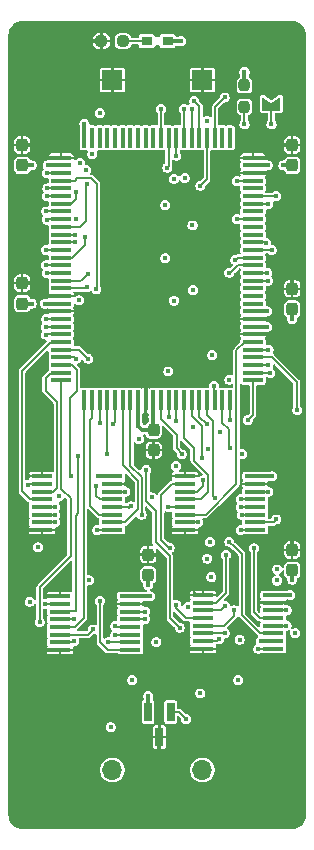
<source format=gtl>
G04 #@! TF.GenerationSoftware,KiCad,Pcbnew,9.0.6*
G04 #@! TF.CreationDate,2025-12-03T22:02:21+09:00*
G04 #@! TF.ProjectId,bionic-z380,62696f6e-6963-42d7-9a33-38302e6b6963,2*
G04 #@! TF.SameCoordinates,Original*
G04 #@! TF.FileFunction,Copper,L1,Top*
G04 #@! TF.FilePolarity,Positive*
%FSLAX46Y46*%
G04 Gerber Fmt 4.6, Leading zero omitted, Abs format (unit mm)*
G04 Created by KiCad (PCBNEW 9.0.6) date 2025-12-03 22:02:21*
%MOMM*%
%LPD*%
G01*
G04 APERTURE LIST*
G04 Aperture macros list*
%AMRoundRect*
0 Rectangle with rounded corners*
0 $1 Rounding radius*
0 $2 $3 $4 $5 $6 $7 $8 $9 X,Y pos of 4 corners*
0 Add a 4 corners polygon primitive as box body*
4,1,4,$2,$3,$4,$5,$6,$7,$8,$9,$2,$3,0*
0 Add four circle primitives for the rounded corners*
1,1,$1+$1,$2,$3*
1,1,$1+$1,$4,$5*
1,1,$1+$1,$6,$7*
1,1,$1+$1,$8,$9*
0 Add four rect primitives between the rounded corners*
20,1,$1+$1,$2,$3,$4,$5,0*
20,1,$1+$1,$4,$5,$6,$7,0*
20,1,$1+$1,$6,$7,$8,$9,0*
20,1,$1+$1,$8,$9,$2,$3,0*%
%AMFreePoly0*
4,1,6,1.000000,0.000000,0.500000,-0.750000,-0.500000,-0.750000,-0.500000,0.750000,0.500000,0.750000,1.000000,0.000000,1.000000,0.000000,$1*%
%AMFreePoly1*
4,1,6,0.500000,-0.750000,-0.650000,-0.750000,-0.150000,0.000000,-0.650000,0.750000,0.500000,0.750000,0.500000,-0.750000,0.500000,-0.750000,$1*%
G04 Aperture macros list end*
G04 #@! TA.AperFunction,SMDPad,CuDef*
%ADD10R,1.778000X0.355600*%
G04 #@! TD*
G04 #@! TA.AperFunction,SMDPad,CuDef*
%ADD11RoundRect,0.237500X-0.237500X0.250000X-0.237500X-0.250000X0.237500X-0.250000X0.237500X0.250000X0*%
G04 #@! TD*
G04 #@! TA.AperFunction,SMDPad,CuDef*
%ADD12RoundRect,0.100000X0.775000X0.100000X-0.775000X0.100000X-0.775000X-0.100000X0.775000X-0.100000X0*%
G04 #@! TD*
G04 #@! TA.AperFunction,SMDPad,CuDef*
%ADD13RoundRect,0.100000X0.100000X0.775000X-0.100000X0.775000X-0.100000X-0.775000X0.100000X-0.775000X0*%
G04 #@! TD*
G04 #@! TA.AperFunction,SMDPad,CuDef*
%ADD14FreePoly0,270.000000*%
G04 #@! TD*
G04 #@! TA.AperFunction,SMDPad,CuDef*
%ADD15FreePoly1,270.000000*%
G04 #@! TD*
G04 #@! TA.AperFunction,SMDPad,CuDef*
%ADD16RoundRect,0.237500X-0.237500X0.300000X-0.237500X-0.300000X0.237500X-0.300000X0.237500X0.300000X0*%
G04 #@! TD*
G04 #@! TA.AperFunction,SMDPad,CuDef*
%ADD17R,0.965200X0.762000*%
G04 #@! TD*
G04 #@! TA.AperFunction,SMDPad,CuDef*
%ADD18R,0.660400X1.625600*%
G04 #@! TD*
G04 #@! TA.AperFunction,SMDPad,CuDef*
%ADD19RoundRect,0.237500X0.237500X-0.300000X0.237500X0.300000X-0.237500X0.300000X-0.237500X-0.300000X0*%
G04 #@! TD*
G04 #@! TA.AperFunction,SMDPad,CuDef*
%ADD20RoundRect,0.237500X0.250000X0.237500X-0.250000X0.237500X-0.250000X-0.237500X0.250000X-0.237500X0*%
G04 #@! TD*
G04 #@! TA.AperFunction,ComponentPad*
%ADD21O,1.700000X1.700000*%
G04 #@! TD*
G04 #@! TA.AperFunction,ComponentPad*
%ADD22R,1.700000X1.700000*%
G04 #@! TD*
G04 #@! TA.AperFunction,ViaPad*
%ADD23C,0.450000*%
G04 #@! TD*
G04 #@! TA.AperFunction,Conductor*
%ADD24C,0.356000*%
G04 #@! TD*
G04 #@! TA.AperFunction,Conductor*
%ADD25C,0.150000*%
G04 #@! TD*
G04 #@! TA.AperFunction,Conductor*
%ADD26C,0.200000*%
G04 #@! TD*
G04 #@! TA.AperFunction,Conductor*
%ADD27C,0.365000*%
G04 #@! TD*
G04 APERTURE END LIST*
D10*
X122005800Y-108619001D03*
X122005800Y-109269002D03*
X122005800Y-109919001D03*
X122005800Y-110569002D03*
X122005800Y-111219001D03*
X122005800Y-111868999D03*
X122005800Y-112519001D03*
X122005800Y-113168999D03*
X116062200Y-113168999D03*
X116062200Y-112518998D03*
X116062200Y-111868999D03*
X116062200Y-111218998D03*
X116062200Y-110568999D03*
X116062200Y-109919001D03*
X116062200Y-109268999D03*
X116062200Y-108619001D03*
D11*
X121091400Y-75515600D03*
X121091400Y-77340600D03*
D12*
X121825000Y-100507000D03*
X121825000Y-99857000D03*
X121825000Y-99207000D03*
X121825000Y-98557000D03*
X121825000Y-97907000D03*
X121825000Y-97257000D03*
X121825000Y-96607000D03*
X121825000Y-95957000D03*
X121825000Y-95307000D03*
X121825000Y-94657000D03*
X121825000Y-94007000D03*
X121825000Y-93357000D03*
X121825000Y-92707000D03*
X121825000Y-92057000D03*
X121825000Y-91407000D03*
X121825000Y-90757000D03*
X121825000Y-90107000D03*
X121825000Y-89457000D03*
X121825000Y-88807000D03*
X121825000Y-88157000D03*
X121825000Y-87507000D03*
X121825000Y-86857000D03*
X121825000Y-86207000D03*
X121825000Y-85557000D03*
X121825000Y-84907000D03*
X121825000Y-84257000D03*
X121825000Y-83607000D03*
X121825000Y-82957000D03*
X121825000Y-82307000D03*
X121825000Y-81657000D03*
D13*
X119875000Y-79957000D03*
X119225000Y-79957000D03*
X118575000Y-79957000D03*
X117925000Y-79957000D03*
X117275000Y-79957000D03*
X116625000Y-79957000D03*
X115975000Y-79957000D03*
X115325000Y-79957000D03*
X114675000Y-79957000D03*
X114025000Y-79957000D03*
X113375000Y-79957000D03*
X112725000Y-79957000D03*
X112075000Y-79957000D03*
X111425000Y-79957000D03*
X110775000Y-79957000D03*
X110125000Y-79957000D03*
X109475000Y-79957000D03*
X108825000Y-79957000D03*
X108175000Y-79957000D03*
X107525000Y-79957000D03*
D12*
X105575000Y-81657000D03*
X105575000Y-82307000D03*
X105575000Y-82957000D03*
X105575000Y-83607000D03*
X105575000Y-84257000D03*
X105575000Y-84907000D03*
X105575000Y-85557000D03*
X105575000Y-86207000D03*
X105575000Y-86857000D03*
X105575000Y-87507000D03*
X105575000Y-88157000D03*
X105575000Y-88807000D03*
X105575000Y-89457000D03*
X105575000Y-90107000D03*
X105575000Y-90757000D03*
X105575000Y-91407000D03*
X105575000Y-92057000D03*
X105575000Y-92707000D03*
X105575000Y-93357000D03*
X105575000Y-94007000D03*
X105575000Y-94657000D03*
X105575000Y-95307000D03*
X105575000Y-95957000D03*
X105575000Y-96607000D03*
X105575000Y-97257000D03*
X105575000Y-97907000D03*
X105575000Y-98557000D03*
X105575000Y-99207000D03*
X105575000Y-99857000D03*
X105575000Y-100507000D03*
D13*
X107525000Y-102207000D03*
X108175000Y-102207000D03*
X108825000Y-102207000D03*
X109475000Y-102207000D03*
X110125000Y-102207000D03*
X110775000Y-102207000D03*
X111425000Y-102207000D03*
X112075000Y-102207000D03*
X112725000Y-102207000D03*
X113375000Y-102207000D03*
X114025000Y-102207000D03*
X114675000Y-102207000D03*
X115325000Y-102207000D03*
X115975000Y-102207000D03*
X116625000Y-102207000D03*
X117275000Y-102207000D03*
X117925000Y-102207000D03*
X118575000Y-102207000D03*
X119225000Y-102207000D03*
X119875000Y-102207000D03*
D10*
X103946400Y-108619001D03*
X103946400Y-109268999D03*
X103946400Y-109919001D03*
X103946400Y-110568999D03*
X103946400Y-111218998D03*
X103946400Y-111868999D03*
X103946400Y-112518998D03*
X103946400Y-113168999D03*
X109890000Y-113168999D03*
X109890000Y-112519001D03*
X109890000Y-111868999D03*
X109890000Y-111219001D03*
X109890000Y-110569002D03*
X109890000Y-109919001D03*
X109890000Y-109269002D03*
X109890000Y-108619001D03*
D14*
X123377400Y-75715000D03*
D15*
X123377400Y-77165000D03*
D16*
X113395200Y-104697500D03*
X113395200Y-106422500D03*
D10*
X105470400Y-118779001D03*
X105470400Y-119428999D03*
X105470400Y-120079001D03*
X105470400Y-120728999D03*
X105470400Y-121378998D03*
X105470400Y-122028999D03*
X105470400Y-122678998D03*
X105470400Y-123328999D03*
X111414000Y-123328999D03*
X111414000Y-122679001D03*
X111414000Y-122028999D03*
X111414000Y-121379001D03*
X111414000Y-120729002D03*
X111414000Y-120079001D03*
X111414000Y-119429002D03*
X111414000Y-118779001D03*
D17*
X112823700Y-71778000D03*
X114576300Y-71778000D03*
D18*
X114838001Y-128574000D03*
X112937999Y-128574000D03*
X113888000Y-130706000D03*
D19*
X112938000Y-116976200D03*
X112938000Y-115251200D03*
X102270000Y-94003000D03*
X102270000Y-92278000D03*
X102270000Y-82306300D03*
X102270000Y-80581300D03*
X125130000Y-94472900D03*
X125130000Y-92747900D03*
X125130000Y-116582500D03*
X125130000Y-114857500D03*
D20*
X110802500Y-71778000D03*
X108977500Y-71778000D03*
D10*
X117586200Y-118678001D03*
X117586200Y-119327999D03*
X117586200Y-119978001D03*
X117586200Y-120627999D03*
X117586200Y-121277998D03*
X117586200Y-121927999D03*
X117586200Y-122577998D03*
X117586200Y-123227999D03*
X123529800Y-123227999D03*
X123529800Y-122578001D03*
X123529800Y-121927999D03*
X123529800Y-121278001D03*
X123529800Y-120628002D03*
X123529800Y-119978001D03*
X123529800Y-119328002D03*
X123529800Y-118678001D03*
D19*
X125130000Y-82306300D03*
X125130000Y-80581300D03*
D21*
X117535400Y-133500000D03*
D22*
X117535400Y-75080000D03*
X109915400Y-75080000D03*
D21*
X109915400Y-133500000D03*
D23*
X116625000Y-77493000D03*
X114652500Y-113167300D03*
X107023500Y-106906200D03*
X106854700Y-98663900D03*
X119415000Y-76553200D03*
X121091400Y-74394200D03*
X103070100Y-82306300D03*
X124380700Y-82306300D03*
X113115800Y-118782307D03*
X125130000Y-95349200D03*
X112938000Y-127238900D03*
X122996400Y-94663400D03*
X116849600Y-76858000D03*
X124963801Y-118678001D03*
X123009100Y-95958800D03*
X112938000Y-117815500D03*
X112099800Y-104366200D03*
X107540500Y-78775700D03*
X125130000Y-117371000D03*
X104417000Y-82307000D03*
X108683500Y-108620700D03*
X104200400Y-94003000D03*
X115975000Y-77518400D03*
X113375000Y-103578800D03*
X123428200Y-108620700D03*
X103070100Y-94003000D03*
X115732000Y-71778000D03*
X123046441Y-82304137D03*
X114025000Y-77518400D03*
X125130000Y-114030900D03*
X116849600Y-118158400D03*
X104429000Y-118780700D03*
X104022600Y-94663400D03*
X112620500Y-119428400D03*
X107794500Y-71765300D03*
X102803400Y-108620700D03*
X125130000Y-91907500D03*
X123377400Y-96619200D03*
X102625600Y-113167300D03*
X123161500Y-109268400D03*
X124393400Y-80579100D03*
X104049660Y-93353561D03*
X104200400Y-81658600D03*
X114957300Y-97025600D03*
X108937500Y-97216100D03*
X124634700Y-119326800D03*
X123186900Y-129448700D03*
X112722100Y-100848300D03*
X112645900Y-97025600D03*
X103070100Y-92275800D03*
X116163800Y-123238400D03*
X123350891Y-81656839D03*
X103057400Y-80579100D03*
X111058400Y-109268400D03*
X113738100Y-115250100D03*
X123352000Y-82954000D03*
X113890500Y-132026800D03*
X119529300Y-85849600D03*
X114682599Y-108844315D03*
X104594100Y-128864500D03*
X123352000Y-95311100D03*
X104073400Y-123340000D03*
X116151100Y-129169300D03*
X112150600Y-105458400D03*
X120761200Y-113180000D03*
X113235600Y-110409880D03*
X123860000Y-116507400D03*
X122920800Y-88846200D03*
X118293400Y-117165300D03*
X117357900Y-127011100D03*
X115327600Y-81480854D03*
X113633600Y-122679600D03*
X107705600Y-82700000D03*
X104352800Y-91407000D03*
X108620000Y-113180000D03*
X104271000Y-90757000D03*
X106849900Y-86840200D03*
X106702300Y-88808700D03*
X106677500Y-122606600D03*
X107945450Y-117433050D03*
X115605000Y-121434934D03*
X122259800Y-123229850D03*
X112785600Y-108100000D03*
X117974400Y-106296600D03*
X118932400Y-122400200D03*
X108848600Y-119199800D03*
X107605100Y-88338800D03*
X104302000Y-89456400D03*
X107727300Y-92618700D03*
X108824200Y-77879100D03*
X111591800Y-125880000D03*
X114561993Y-82489235D03*
X117357900Y-84020600D03*
X109750300Y-129880500D03*
X107882408Y-91527421D03*
X108212113Y-81344626D03*
X116748000Y-104493200D03*
X117177900Y-112519000D03*
X106753100Y-88161000D03*
X107069400Y-93736300D03*
X105062700Y-112519600D03*
X119797300Y-91389200D03*
X119805500Y-100454600D03*
X123034500Y-91390400D03*
X120672900Y-122451000D03*
X108554912Y-92798088D03*
X116722600Y-92860000D03*
X106816600Y-84554200D03*
X123113600Y-85591000D03*
X120888200Y-106728400D03*
X107172200Y-82090400D03*
X104352800Y-86891000D03*
X114389700Y-85653600D03*
X104395300Y-84249400D03*
X114391500Y-90162100D03*
X123758400Y-84909800D03*
X123850096Y-117448962D03*
X123098000Y-109919000D03*
X124647400Y-119978000D03*
X112658600Y-120079001D03*
X111007600Y-109919000D03*
X104352800Y-82957000D03*
X115122400Y-83436600D03*
X115130000Y-93749000D03*
X117941800Y-115593000D03*
X120431000Y-83639800D03*
X118373600Y-98371800D03*
X120456400Y-86857000D03*
X116688100Y-87382700D03*
X104378200Y-84909800D03*
X103605500Y-114653200D03*
X119516600Y-115288200D03*
X102774100Y-109395400D03*
X104200400Y-119428400D03*
X114765400Y-114667000D03*
X117916400Y-78559800D03*
X116036800Y-83360400D03*
X107763600Y-83912000D03*
X120303700Y-90304800D03*
X119059400Y-104899600D03*
X120558000Y-125880000D03*
X123072600Y-92059900D03*
X104302000Y-86207000D03*
X122463000Y-122578000D03*
X123098000Y-99235400D03*
X120781000Y-110563800D03*
X118557100Y-110431100D03*
X114643781Y-99743076D03*
X114639800Y-111224200D03*
X123258367Y-99869336D03*
X106377600Y-108582600D03*
X108544300Y-109471600D03*
X110144000Y-121308000D03*
X104302000Y-95307000D03*
X102894612Y-119253012D03*
X105064000Y-111219000D03*
X108848600Y-104137600D03*
X108246467Y-121594601D03*
X109991600Y-104188400D03*
X117593400Y-108975002D03*
X118496000Y-100967100D03*
X103743200Y-120952400D03*
X110144000Y-122044600D03*
X120890100Y-111869000D03*
X121352600Y-103883600D03*
X115325600Y-103985200D03*
X120761200Y-111219001D03*
X115300200Y-107769800D03*
X119421838Y-121917600D03*
X125561750Y-103007350D03*
X125383806Y-121916065D03*
X107858000Y-98676600D03*
X112658600Y-120723800D03*
X123797300Y-112271500D03*
X123123400Y-97914600D03*
X115780500Y-106773800D03*
X116290800Y-119707800D03*
X124647400Y-121282600D03*
X119852800Y-103900600D03*
X120195900Y-119987200D03*
X105064000Y-111869000D03*
X112391079Y-111866799D03*
X119465800Y-119606200D03*
X117886976Y-104232659D03*
X119814684Y-114169302D03*
X119845900Y-106195000D03*
X109555931Y-122681967D03*
X109475000Y-106754700D03*
X104299800Y-96641700D03*
X105394200Y-110335200D03*
X111472000Y-111173400D03*
X121896700Y-114728100D03*
X117484600Y-107109400D03*
X118170495Y-114172838D03*
X115279600Y-119489700D03*
X114690700Y-103613900D03*
X106671100Y-120723800D03*
X104294400Y-95957000D03*
X123377400Y-78839200D03*
X123402800Y-89456400D03*
X121091400Y-78839200D03*
D24*
X104416300Y-81658600D02*
X104417900Y-81657000D01*
X104200400Y-81658600D02*
X104416300Y-81658600D01*
X104417900Y-81657000D02*
X105575000Y-81657000D01*
X104403600Y-94663400D02*
X104410000Y-94657000D01*
X104022600Y-94663400D02*
X104403600Y-94663400D01*
X104410000Y-94657000D02*
X105575000Y-94657000D01*
X104200400Y-94003000D02*
X104390900Y-94003000D01*
X104390900Y-94003000D02*
X104394900Y-94007000D01*
X104394900Y-94007000D02*
X105575000Y-94007000D01*
X104401861Y-93353561D02*
X104049660Y-93353561D01*
X104405300Y-93357000D02*
X104401861Y-93353561D01*
X123352000Y-82954000D02*
X123059900Y-82954000D01*
X123059900Y-82954000D02*
X123056900Y-82957000D01*
X123056900Y-82957000D02*
X121825000Y-82957000D01*
X123046441Y-82304137D02*
X123047200Y-82304896D01*
X123046500Y-82307000D02*
X121825000Y-82307000D01*
X123047200Y-82306300D02*
X123046500Y-82307000D01*
X123047200Y-82304896D02*
X123047200Y-82306300D01*
X123350891Y-81656839D02*
X123045761Y-81656839D01*
X123045761Y-81656839D02*
X123045600Y-81657000D01*
X123045600Y-81657000D02*
X121825000Y-81657000D01*
D25*
X119415000Y-76553200D02*
X118575000Y-77393200D01*
X118575000Y-77393200D02*
X118575000Y-79957000D01*
X117275000Y-77283400D02*
X117275000Y-79957000D01*
X116849600Y-76858000D02*
X117275000Y-77283400D01*
X116625000Y-77493000D02*
X116625000Y-79957000D01*
X115975000Y-77518400D02*
X115975000Y-79957000D01*
X114025000Y-77518400D02*
X114025000Y-79957000D01*
D26*
X116849600Y-118158400D02*
X116849600Y-118412400D01*
X117115201Y-118678001D02*
X117369201Y-118678001D01*
X116849600Y-118412400D02*
X117115201Y-118678001D01*
D25*
X114561993Y-82489235D02*
X114675000Y-82376228D01*
X114675000Y-82376228D02*
X114675000Y-79957000D01*
X116062200Y-109269000D02*
X114946500Y-109269000D01*
X114946500Y-109269000D02*
X114030200Y-110185300D01*
X114030200Y-113992800D02*
X114704400Y-114667000D01*
X114704400Y-114667000D02*
X114765400Y-114667000D01*
X114030200Y-110185300D02*
X114030200Y-113992800D01*
X106816600Y-84554200D02*
X106842000Y-84579600D01*
X106842000Y-84579600D02*
X106842000Y-85138400D01*
X106842000Y-85138400D02*
X106423400Y-85557000D01*
X106423400Y-85557000D02*
X105575000Y-85557000D01*
X107712800Y-83912000D02*
X107693900Y-83930900D01*
X107693900Y-83930900D02*
X107693900Y-86978900D01*
X107693900Y-86978900D02*
X107165800Y-87507000D01*
X107165800Y-87507000D02*
X105575000Y-87507000D01*
X107763600Y-83912000D02*
X107712800Y-83912000D01*
X108554912Y-92798088D02*
X108594600Y-92758400D01*
X105582400Y-83614400D02*
X105575000Y-83607000D01*
X108137400Y-83385800D02*
X106943600Y-83385800D01*
X108594600Y-92758400D02*
X108594600Y-83843000D01*
X108594600Y-83843000D02*
X108137400Y-83385800D01*
X106943600Y-83385800D02*
X106715000Y-83614400D01*
X106715000Y-83614400D02*
X105582400Y-83614400D01*
D26*
X114682599Y-108844315D02*
X114907914Y-108619001D01*
X114907914Y-108619001D02*
X116062200Y-108619001D01*
D25*
X115975000Y-102207000D02*
X115975000Y-105396600D01*
X115975000Y-105396600D02*
X116824200Y-106245800D01*
X116795050Y-107290950D02*
X118043400Y-108539300D01*
X116824200Y-106245800D02*
X116795050Y-106274950D01*
X116795050Y-106274950D02*
X116795050Y-107290950D01*
X118043400Y-108539300D02*
X118043400Y-109928800D01*
X118043400Y-109928800D02*
X117403201Y-110568999D01*
X117403201Y-110568999D02*
X116062200Y-110568999D01*
X117484600Y-107109400D02*
X117459200Y-107084000D01*
X117459200Y-107084000D02*
X117459200Y-104391600D01*
X117459200Y-104391600D02*
X116625000Y-103557400D01*
X116625000Y-103557400D02*
X116625000Y-102207000D01*
X117101200Y-109919001D02*
X116062200Y-109919001D01*
X117593400Y-109047000D02*
X117611600Y-109065200D01*
X117593400Y-108975002D02*
X117593400Y-109047000D01*
X117611600Y-109065200D02*
X117611600Y-109408601D01*
X117611600Y-109408601D02*
X117101200Y-109919001D01*
X118557100Y-110431100D02*
X118520300Y-110431100D01*
X118424400Y-103959800D02*
X117925000Y-103460400D01*
X118520300Y-110431100D02*
X118424400Y-110335200D01*
X117925000Y-103460400D02*
X117925000Y-102207000D01*
X118424400Y-110335200D02*
X118424400Y-103959800D01*
X121825000Y-97257000D02*
X121119700Y-97257000D01*
X121119700Y-97257000D02*
X120405600Y-97971100D01*
X120405600Y-97971100D02*
X120405600Y-109268400D01*
X117805000Y-111869000D02*
X116062200Y-111869000D01*
X120405600Y-109268400D02*
X117805000Y-111869000D01*
X114780044Y-111219000D02*
X116062200Y-111219000D01*
X114639800Y-111224200D02*
X114774844Y-111224200D01*
X114774844Y-111224200D02*
X114780044Y-111219000D01*
D24*
X116062200Y-113168999D02*
X114654199Y-113168999D01*
X114654199Y-113168999D02*
X114652500Y-113167300D01*
D25*
X119845900Y-106195000D02*
X119845900Y-106139300D01*
X119845900Y-106139300D02*
X119751100Y-106044500D01*
X119751100Y-106044500D02*
X119751100Y-104600700D01*
X119751100Y-104600700D02*
X119225000Y-104074600D01*
X119225000Y-104074600D02*
X119225000Y-102207000D01*
D24*
X117369201Y-118678001D02*
X117586200Y-118678001D01*
X113115800Y-118782307D02*
X112814379Y-118782307D01*
X112814379Y-118782307D02*
X112811073Y-118779001D01*
X112811073Y-118779001D02*
X111414000Y-118779001D01*
D25*
X110144000Y-122044600D02*
X110194800Y-122044600D01*
X110194800Y-122044600D02*
X110210401Y-122028999D01*
X110210401Y-122028999D02*
X111414000Y-122028999D01*
X111408801Y-121384200D02*
X111414000Y-121379001D01*
X110144000Y-121308000D02*
X110220200Y-121384200D01*
X110220200Y-121384200D02*
X111408801Y-121384200D01*
X109555931Y-122681967D02*
X110040033Y-122681967D01*
X110043000Y-122679000D02*
X111414000Y-122679000D01*
X110040033Y-122681967D02*
X110043000Y-122679000D01*
X111345000Y-111300400D02*
X111332200Y-111300400D01*
X111472000Y-111173400D02*
X111345000Y-111300400D01*
X111332200Y-111300400D02*
X111230600Y-111198800D01*
X111230600Y-111198800D02*
X109910201Y-111198800D01*
X109910201Y-111198800D02*
X109890000Y-111219001D01*
X109890000Y-112519000D02*
X111005700Y-112519000D01*
X112099800Y-108989000D02*
X110775000Y-107664200D01*
X111005700Y-112519000D02*
X112099800Y-111424900D01*
X112099800Y-111424900D02*
X112099800Y-108989000D01*
X110775000Y-107664200D02*
X110775000Y-102207000D01*
X112391079Y-111866799D02*
X112404600Y-111853278D01*
X112404600Y-111853278D02*
X112404600Y-108702601D01*
X111425000Y-107723001D02*
X111425000Y-102207000D01*
X112404600Y-108702601D02*
X111425000Y-107723001D01*
D24*
X123377400Y-96619200D02*
X121837200Y-96619200D01*
X121837200Y-96619200D02*
X121825000Y-96607000D01*
X123352000Y-95311100D02*
X122996400Y-95311100D01*
X122996400Y-95311100D02*
X122992300Y-95307000D01*
X122992300Y-95307000D02*
X121825000Y-95307000D01*
D25*
X121825000Y-100507000D02*
X121825000Y-103411200D01*
X121825000Y-103411200D02*
X121352600Y-103883600D01*
X108825000Y-104114000D02*
X108825000Y-102207000D01*
X108848600Y-104137600D02*
X108825000Y-104114000D01*
X110125000Y-102207000D02*
X110125000Y-104055000D01*
X110125000Y-104055000D02*
X109991600Y-104188400D01*
X108175000Y-102207000D02*
X108188200Y-102220200D01*
X108188200Y-102220200D02*
X108188200Y-103705800D01*
X108188200Y-103705800D02*
X108010400Y-103883600D01*
X108010400Y-103883600D02*
X108010400Y-111105100D01*
X108010400Y-111105100D02*
X108774300Y-111869000D01*
X108774300Y-111869000D02*
X109890000Y-111869000D01*
X107088400Y-97907000D02*
X105575000Y-97907000D01*
X107858000Y-98676600D02*
X107088400Y-97907000D01*
X106334000Y-108539000D02*
X106334000Y-101978600D01*
X106722500Y-99424878D02*
X106504622Y-99207000D01*
X106334000Y-101978600D02*
X106892800Y-101419800D01*
X106892800Y-99616400D02*
X106722500Y-99446100D01*
X106892800Y-101419800D02*
X106892800Y-99616400D01*
X106377600Y-108582600D02*
X106334000Y-108539000D01*
X106722500Y-99446100D02*
X106722500Y-99424878D01*
X106504622Y-99207000D02*
X105575000Y-99207000D01*
X105470400Y-120079001D02*
X105486001Y-120063400D01*
X105486001Y-120063400D02*
X106740400Y-120063400D01*
X106791200Y-120012600D02*
X106791200Y-111968200D01*
X106740400Y-120063400D02*
X106791200Y-120012600D01*
X106791200Y-111968200D02*
X107023500Y-111735900D01*
X107023500Y-111735900D02*
X107023500Y-106906200D01*
X106854700Y-98663900D02*
X106747800Y-98557000D01*
X106747800Y-98557000D02*
X105575000Y-98557000D01*
X103743200Y-120952400D02*
X103743200Y-118031400D01*
X105572000Y-109700200D02*
X105572000Y-100510000D01*
X106373400Y-110501600D02*
X105572000Y-109700200D01*
X106373400Y-115401200D02*
X106373400Y-110501600D01*
X103743200Y-118031400D02*
X106373400Y-115401200D01*
X105572000Y-100510000D02*
X105575000Y-100507000D01*
X107525000Y-102207000D02*
X107478800Y-102253200D01*
X107478800Y-102253200D02*
X107478800Y-120610285D01*
X106710085Y-121379000D02*
X105470400Y-121379000D01*
X107478800Y-120610285D02*
X106710085Y-121379000D01*
X108246467Y-121594601D02*
X108246467Y-121630733D01*
X108246467Y-121630733D02*
X107848201Y-122028999D01*
X107848201Y-122028999D02*
X105470400Y-122028999D01*
X102774100Y-109395400D02*
X102900500Y-109269000D01*
X102900500Y-109269000D02*
X103946400Y-109269000D01*
X105575000Y-97257000D02*
X104705600Y-97257000D01*
X102951199Y-110568999D02*
X103946400Y-110568999D01*
X104705600Y-97257000D02*
X102270000Y-99692600D01*
X102270000Y-109887800D02*
X102951199Y-110568999D01*
X102270000Y-99692600D02*
X102270000Y-109887800D01*
X103946400Y-109919001D02*
X104894999Y-109919001D01*
X105216400Y-109597600D02*
X105216400Y-102334200D01*
X104894999Y-109919001D02*
X105216400Y-109597600D01*
X105216400Y-102334200D02*
X104251200Y-101369000D01*
X104251200Y-101369000D02*
X104251200Y-100276800D01*
X104251200Y-100276800D02*
X104671000Y-99857000D01*
X104671000Y-99857000D02*
X105575000Y-99857000D01*
X107882408Y-91527421D02*
X107362629Y-92047200D01*
X107362629Y-92047200D02*
X107213800Y-92047200D01*
X107213800Y-92047200D02*
X107204000Y-92057000D01*
X107204000Y-92057000D02*
X105575000Y-92057000D01*
X115327600Y-81480854D02*
X115327600Y-81161300D01*
X115325000Y-81158700D02*
X115325000Y-79957000D01*
X115327600Y-81161300D02*
X115325000Y-81158700D01*
X121825000Y-90757000D02*
X120502000Y-90757000D01*
X120502000Y-90757000D02*
X119869800Y-91389200D01*
X119869800Y-91389200D02*
X119797300Y-91389200D01*
X120501500Y-90107000D02*
X121825000Y-90107000D01*
X120303700Y-90304800D02*
X120501500Y-90107000D01*
X125561750Y-103007350D02*
X125511000Y-102956600D01*
X123461000Y-98557000D02*
X121825000Y-98557000D01*
X125511000Y-102956600D02*
X125511000Y-100607000D01*
X125511000Y-100607000D02*
X123461000Y-98557000D01*
X123246031Y-99857000D02*
X121825000Y-99857000D01*
X123258367Y-99869336D02*
X123246031Y-99857000D01*
X115325600Y-103985200D02*
X115325000Y-103984600D01*
X115325000Y-103984600D02*
X115325000Y-102207000D01*
X117886976Y-104232659D02*
X117275000Y-103620683D01*
X117275000Y-103620683D02*
X117275000Y-102207000D01*
X119465800Y-119606200D02*
X119093999Y-119978001D01*
X119093999Y-119978001D02*
X117586200Y-119978001D01*
X118932400Y-122400200D02*
X118754602Y-122577998D01*
X118754602Y-122577998D02*
X117586200Y-122577998D01*
X117596600Y-121917600D02*
X117586200Y-121928000D01*
X119421838Y-121917600D02*
X117596600Y-121917600D01*
X119814684Y-114169302D02*
X120298582Y-114653200D01*
X120304000Y-114653200D02*
X120862800Y-115212000D01*
X120862800Y-115212000D02*
X120862800Y-120376700D01*
X122414100Y-121928000D02*
X123529800Y-121928000D01*
X120862800Y-120376700D02*
X122414100Y-121928000D01*
X120298582Y-114653200D02*
X120304000Y-114653200D01*
X118701900Y-119328000D02*
X117586200Y-119328000D01*
X119516600Y-118513300D02*
X118701900Y-119328000D01*
X119516600Y-115288200D02*
X119516600Y-118513300D01*
D24*
X108685199Y-108619001D02*
X108683500Y-108620700D01*
X125130000Y-94472900D02*
X125130000Y-95349200D01*
X121825000Y-94657000D02*
X122990000Y-94657000D01*
X112937999Y-128574000D02*
X112938000Y-127238900D01*
X104417000Y-82307000D02*
X105575000Y-82307000D01*
X114576300Y-71778000D02*
X115732000Y-71778000D01*
X112075000Y-104341400D02*
X112431100Y-104697500D01*
X109890000Y-108619001D02*
X108685199Y-108619001D01*
X113375000Y-102207000D02*
X113375000Y-104626500D01*
X122990000Y-94657000D02*
X122996400Y-94663400D01*
X112431100Y-104697500D02*
X113395200Y-104697500D01*
X112938000Y-116976200D02*
X112938000Y-117815500D01*
X122005800Y-108619001D02*
X123426501Y-108619001D01*
X107525000Y-79957000D02*
X107525000Y-78791200D01*
X123007300Y-95957000D02*
X123009100Y-95958800D01*
X121825000Y-95957000D02*
X123007300Y-95957000D01*
X123594400Y-118678000D02*
X123529800Y-118678000D01*
X125130000Y-82306300D02*
X124380700Y-82306300D01*
X102270000Y-94003000D02*
X103070100Y-94003000D01*
X125130000Y-116582500D02*
X125130000Y-117371000D01*
X123426501Y-108619001D02*
X123428200Y-108620700D01*
X121091400Y-75515600D02*
X121091400Y-74394200D01*
X102270000Y-82306300D02*
X103070100Y-82306300D01*
X112075000Y-102207000D02*
X112075000Y-104341400D01*
X107525000Y-78791200D02*
X107540500Y-78775700D01*
X124963801Y-118678001D02*
X123529800Y-118678001D01*
X102805099Y-108619001D02*
X102803400Y-108620700D01*
X107807200Y-71778000D02*
X107794500Y-71765300D01*
X124633498Y-119328002D02*
X124634700Y-119326800D01*
X113888000Y-132024300D02*
X113890500Y-132026800D01*
X125130000Y-92747900D02*
X125130000Y-91907500D01*
X112725000Y-100851200D02*
X112722100Y-100848300D01*
D26*
X109890000Y-109269002D02*
X111057798Y-109269002D01*
X111414000Y-119429002D02*
X112619898Y-119429002D01*
D24*
X102627299Y-113168999D02*
X102625600Y-113167300D01*
X104430699Y-118779001D02*
X104429000Y-118780700D01*
D26*
X123529800Y-119328002D02*
X124633498Y-119328002D01*
D24*
X112725000Y-102207000D02*
X112725000Y-100851200D01*
D26*
X122005800Y-109269002D02*
X123160898Y-109269002D01*
D24*
X105470400Y-123328999D02*
X104084401Y-123328999D01*
X111057798Y-109269002D02*
X111058400Y-109268400D01*
X117586200Y-123227999D02*
X116174201Y-123227999D01*
D27*
X105575000Y-93357000D02*
X104405300Y-93357000D01*
D24*
X104084401Y-123328999D02*
X104073400Y-123340000D01*
X103946400Y-113168999D02*
X102627299Y-113168999D01*
X113888000Y-130706000D02*
X113888000Y-132024300D01*
X108977500Y-71778000D02*
X107807200Y-71778000D01*
X105470400Y-118779001D02*
X104430699Y-118779001D01*
X123160898Y-109269002D02*
X123161500Y-109268400D01*
X112938000Y-115251200D02*
X113737000Y-115251200D01*
D26*
X103946400Y-108619001D02*
X102805099Y-108619001D01*
D24*
X102270000Y-92278000D02*
X103067900Y-92278000D01*
X113737000Y-115251200D02*
X113738100Y-115250100D01*
X124395600Y-80581300D02*
X124393400Y-80579100D01*
X116174201Y-123227999D02*
X116163800Y-123238400D01*
X103055200Y-80581300D02*
X103057400Y-80579100D01*
X125130000Y-80581300D02*
X124395600Y-80581300D01*
X103067900Y-92278000D02*
X103070100Y-92275800D01*
X125130000Y-114857500D02*
X125130000Y-114030900D01*
X112619898Y-119429002D02*
X112620500Y-119428400D01*
X102270000Y-80581300D02*
X103055200Y-80581300D01*
D25*
X112823700Y-71778000D02*
X110802500Y-71778000D01*
X114839601Y-128572400D02*
X114838001Y-128574000D01*
X115566900Y-128572400D02*
X114839601Y-128572400D01*
X116151100Y-129169300D02*
X116151100Y-129156600D01*
X116151100Y-129156600D02*
X115566900Y-128572400D01*
X120772200Y-113169000D02*
X122005800Y-113169000D01*
X120761200Y-113180000D02*
X120772200Y-113169000D01*
X122920800Y-88846200D02*
X122881600Y-88807000D01*
X122881600Y-88807000D02*
X121825000Y-88807000D01*
X104352800Y-91407000D02*
X105575000Y-91407000D01*
X108631000Y-113169000D02*
X109890000Y-113169000D01*
X108620000Y-113180000D02*
X108631000Y-113169000D01*
X104271000Y-90757000D02*
X105575000Y-90757000D01*
X105575000Y-88807000D02*
X106700600Y-88807000D01*
X106700600Y-88807000D02*
X106702300Y-88808700D01*
X105470400Y-122679000D02*
X106586100Y-122679000D01*
X106677500Y-122606600D02*
X106658500Y-122606600D01*
X106658500Y-122606600D02*
X106586100Y-122679000D01*
X114786100Y-115409100D02*
X113573000Y-114196000D01*
X112785600Y-110741600D02*
X112785600Y-108100000D01*
X122259800Y-123229850D02*
X123527950Y-123229850D01*
X115605000Y-121434934D02*
X114786100Y-120616034D01*
X114786100Y-120616034D02*
X114786100Y-115409100D01*
X123527950Y-123229850D02*
X123529800Y-123228000D01*
X113573000Y-114196000D02*
X113573000Y-111529000D01*
X113573000Y-111529000D02*
X112785600Y-110741600D01*
X117586200Y-122577998D02*
X117586200Y-122578000D01*
X109548800Y-123329000D02*
X111414000Y-123329000D01*
X108848600Y-119199800D02*
X108848600Y-122628800D01*
X108848600Y-122628800D02*
X109548800Y-123329000D01*
X107605100Y-88338800D02*
X107605100Y-89023500D01*
X107605100Y-89023500D02*
X106521600Y-90107000D01*
X106521600Y-90107000D02*
X105575000Y-90107000D01*
X104718200Y-89456400D02*
X104718800Y-89457000D01*
X104302000Y-89456400D02*
X104718200Y-89456400D01*
X104718800Y-89457000D02*
X105575000Y-89457000D01*
X107639000Y-92707000D02*
X107727300Y-92618700D01*
X105575000Y-92707000D02*
X107639000Y-92707000D01*
X117925000Y-83453500D02*
X117357900Y-84020600D01*
X117925000Y-79957000D02*
X117925000Y-83453500D01*
X117177900Y-112519000D02*
X116062200Y-112519000D01*
X106588000Y-88161000D02*
X106584000Y-88157000D01*
X106584000Y-88157000D02*
X105575000Y-88157000D01*
X106753100Y-88161000D02*
X106588000Y-88161000D01*
X105062700Y-112519600D02*
X105062100Y-112519000D01*
X105062100Y-112519000D02*
X103946400Y-112519000D01*
X121841600Y-91390400D02*
X121825000Y-91407000D01*
X123034500Y-91390400D02*
X121841600Y-91390400D01*
X121825000Y-85557000D02*
X123079600Y-85557000D01*
X123079600Y-85557000D02*
X123113600Y-85591000D01*
X104386800Y-86857000D02*
X105575000Y-86857000D01*
X104352800Y-86891000D02*
X104386800Y-86857000D01*
X104871700Y-84257000D02*
X105575000Y-84257000D01*
X104864100Y-84249400D02*
X104871700Y-84257000D01*
X104395300Y-84249400D02*
X104864100Y-84249400D01*
X123111500Y-84907000D02*
X121825000Y-84907000D01*
X123758400Y-84909800D02*
X123114300Y-84909800D01*
X123114300Y-84909800D02*
X123111500Y-84907000D01*
X124647400Y-119978000D02*
X123529800Y-119978000D01*
X111007600Y-109919000D02*
X109890000Y-109919000D01*
X123098000Y-109919000D02*
X122005800Y-109919000D01*
X112658600Y-120079001D02*
X111414000Y-120079001D01*
X104352800Y-82957000D02*
X105575000Y-82957000D01*
X120463800Y-83607000D02*
X121825000Y-83607000D01*
X120431000Y-83639800D02*
X120463800Y-83607000D01*
X120456400Y-86857000D02*
X121825000Y-86857000D01*
X104378200Y-84909800D02*
X104429000Y-84909800D01*
X104431800Y-84907000D02*
X105575000Y-84907000D01*
X104429000Y-84909800D02*
X104431800Y-84907000D01*
X104354100Y-119428400D02*
X104354700Y-119429000D01*
X104200400Y-119428400D02*
X104354100Y-119428400D01*
X104354700Y-119429000D02*
X105470400Y-119429000D01*
X122894500Y-92059900D02*
X122891600Y-92057000D01*
X122891600Y-92057000D02*
X121825000Y-92057000D01*
X123072600Y-92059900D02*
X122894500Y-92059900D01*
X104302000Y-86207000D02*
X105575000Y-86207000D01*
X123072600Y-99210000D02*
X122674900Y-99210000D01*
X122674900Y-99210000D02*
X122671900Y-99207000D01*
X122671900Y-99207000D02*
X121825000Y-99207000D01*
X123098000Y-99235400D02*
X123072600Y-99210000D01*
X122463000Y-122578000D02*
X123529800Y-122578000D01*
X122000598Y-110563800D02*
X122005800Y-110569002D01*
X120781000Y-110563800D02*
X122000598Y-110563800D01*
X108544300Y-110262302D02*
X108851000Y-110569002D01*
X108544300Y-109471600D02*
X108544300Y-110262302D01*
X108851000Y-110569002D02*
X109890000Y-110569002D01*
X104302000Y-95307000D02*
X105575000Y-95307000D01*
X105064000Y-111219000D02*
X103946400Y-111219000D01*
X118496000Y-102128000D02*
X118496000Y-100967100D01*
X118575000Y-102207000D02*
X118496000Y-102128000D01*
X120890100Y-111869000D02*
X122005800Y-111869000D01*
X120761200Y-111219001D02*
X122005800Y-111219001D01*
X111419202Y-120723800D02*
X111414000Y-120729002D01*
X112658600Y-120723800D02*
X111419202Y-120723800D01*
X123039600Y-97907000D02*
X121825000Y-97907000D01*
X123797300Y-112271500D02*
X123549800Y-112519000D01*
X123047200Y-97914600D02*
X123039600Y-97907000D01*
X123549800Y-112519000D02*
X122005800Y-112519000D01*
X123123400Y-97914600D02*
X123047200Y-97914600D01*
X115351000Y-106272578D02*
X115780500Y-106702078D01*
X123534399Y-121282600D02*
X123529800Y-121278001D01*
X114025000Y-102207000D02*
X114025000Y-103802200D01*
X124647400Y-121282600D02*
X123534399Y-121282600D01*
X115780500Y-106702078D02*
X115780500Y-106773800D01*
X115351000Y-105128200D02*
X115351000Y-106272578D01*
X114025000Y-103802200D02*
X115351000Y-105128200D01*
X119875000Y-103878400D02*
X119875000Y-102207000D01*
X119383100Y-121278000D02*
X117586200Y-121278000D01*
X120195900Y-120465200D02*
X119383100Y-121278000D01*
X120195900Y-119987200D02*
X120195900Y-120465200D01*
X119852800Y-103900600D02*
X119875000Y-103878400D01*
X105064000Y-111869000D02*
X103946400Y-111869000D01*
X109475000Y-106754700D02*
X109475000Y-102207000D01*
X104334500Y-96607000D02*
X104299800Y-96641700D01*
X105575000Y-96607000D02*
X104334500Y-96607000D01*
X123529800Y-120628002D02*
X122367202Y-120628002D01*
X121896700Y-120157500D02*
X121896700Y-114728100D01*
X122367202Y-120628002D02*
X121896700Y-120157500D01*
X114675000Y-103598200D02*
X114675000Y-102207000D01*
X115279600Y-119489700D02*
X115279600Y-119788800D01*
X115279600Y-119788800D02*
X116118799Y-120627999D01*
X116118799Y-120627999D02*
X117586200Y-120627999D01*
X114690700Y-103613900D02*
X114675000Y-103598200D01*
X104294400Y-95957000D02*
X105575000Y-95957000D01*
X106671100Y-120723800D02*
X105475599Y-120723800D01*
X105475599Y-120723800D02*
X105470400Y-120728999D01*
X123377400Y-77165000D02*
X123377400Y-78839200D01*
X123402800Y-89456400D02*
X123402200Y-89457000D01*
X123201800Y-77340600D02*
X123377400Y-77165000D01*
X121091400Y-77340600D02*
X121091400Y-78839200D01*
X123402200Y-89457000D02*
X121825000Y-89457000D01*
G04 #@! TA.AperFunction,Conductor*
G36*
X106461645Y-115799313D02*
G01*
X106504910Y-115842578D01*
X106515700Y-115887523D01*
X106515700Y-118307740D01*
X106496793Y-118365931D01*
X106447293Y-118401895D01*
X106397388Y-118404838D01*
X106379105Y-118401201D01*
X105570401Y-118401201D01*
X105570400Y-118401202D01*
X105570400Y-118680001D01*
X105565555Y-118694912D01*
X105565555Y-118710594D01*
X105556338Y-118723279D01*
X105551493Y-118738192D01*
X105538807Y-118747408D01*
X105529591Y-118760094D01*
X105514678Y-118764939D01*
X105501993Y-118774156D01*
X105471400Y-118779001D01*
X105470400Y-118779001D01*
X105470400Y-118780001D01*
X105451493Y-118838192D01*
X105401993Y-118874156D01*
X105371400Y-118879001D01*
X104381401Y-118879001D01*
X104381400Y-118879002D01*
X104381400Y-118907369D01*
X104362493Y-118965560D01*
X104312993Y-119001524D01*
X104282513Y-119006369D01*
X104269420Y-119006383D01*
X104256418Y-119002900D01*
X104144382Y-119002900D01*
X104130789Y-119006542D01*
X104117813Y-119006557D01*
X104100446Y-119000936D01*
X104082218Y-118999980D01*
X104072049Y-118991745D01*
X104059601Y-118987716D01*
X104048854Y-118972960D01*
X104034670Y-118961473D01*
X104030681Y-118948007D01*
X104023580Y-118938257D01*
X104023563Y-118923977D01*
X104018700Y-118907557D01*
X104018700Y-118581500D01*
X104381400Y-118581500D01*
X104381400Y-118679000D01*
X104381401Y-118679001D01*
X105370400Y-118679001D01*
X105370400Y-118401202D01*
X105370399Y-118401201D01*
X104561699Y-118401201D01*
X104503363Y-118412804D01*
X104437210Y-118457007D01*
X104437206Y-118457011D01*
X104393003Y-118523164D01*
X104381400Y-118581500D01*
X104018700Y-118581500D01*
X104018700Y-118186523D01*
X104037607Y-118128332D01*
X104047696Y-118116519D01*
X106346696Y-115817519D01*
X106401213Y-115789742D01*
X106461645Y-115799313D01*
G37*
G04 #@! TD.AperFunction*
G04 #@! TA.AperFunction,Conductor*
G36*
X111148501Y-108427316D02*
G01*
X111795305Y-109074120D01*
X111823081Y-109128635D01*
X111824300Y-109144122D01*
X111824300Y-110714002D01*
X111805393Y-110772193D01*
X111755893Y-110808157D01*
X111694707Y-110808157D01*
X111675800Y-110799738D01*
X111636240Y-110776898D01*
X111636242Y-110776898D01*
X111594251Y-110765647D01*
X111528018Y-110747900D01*
X111415982Y-110747900D01*
X111349748Y-110765647D01*
X111307758Y-110776898D01*
X111210739Y-110832913D01*
X111210737Y-110832914D01*
X111210737Y-110832915D01*
X111149346Y-110894305D01*
X111142231Y-110897930D01*
X111137536Y-110904393D01*
X111115487Y-110911556D01*
X111094832Y-110922081D01*
X111079345Y-110923300D01*
X111068952Y-110923300D01*
X111010761Y-110904393D01*
X110974797Y-110854893D01*
X110971855Y-110804984D01*
X110979499Y-110766558D01*
X110979500Y-110766548D01*
X110979500Y-110442394D01*
X110998407Y-110384203D01*
X111047907Y-110348239D01*
X111059163Y-110345693D01*
X111063615Y-110344500D01*
X111063618Y-110344500D01*
X111171837Y-110315503D01*
X111171839Y-110315501D01*
X111171841Y-110315501D01*
X111224259Y-110285237D01*
X111268863Y-110259485D01*
X111348085Y-110180263D01*
X111390641Y-110106554D01*
X111404101Y-110083241D01*
X111404101Y-110083239D01*
X111404103Y-110083237D01*
X111433100Y-109975018D01*
X111433100Y-109862982D01*
X111404103Y-109754763D01*
X111404101Y-109754760D01*
X111404101Y-109754758D01*
X111348086Y-109657739D01*
X111348085Y-109657737D01*
X111268863Y-109578515D01*
X111268860Y-109578513D01*
X111171840Y-109522498D01*
X111171842Y-109522498D01*
X111125205Y-109510002D01*
X111063618Y-109493500D01*
X111063616Y-109493500D01*
X111057350Y-109491821D01*
X111057780Y-109490212D01*
X111009849Y-109467347D01*
X110980657Y-109413575D01*
X110979000Y-109395539D01*
X110979000Y-109369003D01*
X110978999Y-109369002D01*
X109989000Y-109369002D01*
X109974088Y-109364157D01*
X109958407Y-109364157D01*
X109945721Y-109354940D01*
X109930809Y-109350095D01*
X109921592Y-109337409D01*
X109908907Y-109328193D01*
X109904061Y-109313280D01*
X109894845Y-109300595D01*
X109890000Y-109270002D01*
X109890000Y-109268002D01*
X109908907Y-109209811D01*
X109958407Y-109173847D01*
X109989000Y-109169002D01*
X110978999Y-109169002D01*
X110979000Y-109169001D01*
X110979000Y-109071504D01*
X110978999Y-109071501D01*
X110967396Y-109013165D01*
X110958234Y-108999454D01*
X110941624Y-108940566D01*
X110958233Y-108889450D01*
X110967867Y-108875032D01*
X110979500Y-108816549D01*
X110979500Y-108497322D01*
X110998407Y-108439131D01*
X111047907Y-108403167D01*
X111109093Y-108403167D01*
X111148501Y-108427316D01*
G37*
G04 #@! TD.AperFunction*
G04 #@! TA.AperFunction,Conductor*
G36*
X114239704Y-104406519D02*
G01*
X115046504Y-105213319D01*
X115074281Y-105267836D01*
X115075500Y-105283323D01*
X115075500Y-106327378D01*
X115116591Y-106426578D01*
X115116599Y-106426598D01*
X115117442Y-106428634D01*
X115117443Y-106428636D01*
X115326480Y-106637674D01*
X115354257Y-106692190D01*
X115354508Y-106711294D01*
X115355000Y-106711294D01*
X115355000Y-106717782D01*
X115355000Y-106829818D01*
X115363332Y-106860912D01*
X115383998Y-106938041D01*
X115440013Y-107035060D01*
X115440015Y-107035063D01*
X115519237Y-107114285D01*
X115537628Y-107124903D01*
X115616259Y-107170301D01*
X115616257Y-107170301D01*
X115616261Y-107170302D01*
X115616263Y-107170303D01*
X115724482Y-107199300D01*
X115724484Y-107199300D01*
X115836516Y-107199300D01*
X115836518Y-107199300D01*
X115944737Y-107170303D01*
X115944739Y-107170301D01*
X115944741Y-107170301D01*
X115985428Y-107146810D01*
X116041763Y-107114285D01*
X116120985Y-107035063D01*
X116177003Y-106938037D01*
X116206000Y-106829818D01*
X116206000Y-106717782D01*
X116177003Y-106609563D01*
X116177001Y-106609560D01*
X116177001Y-106609558D01*
X116120986Y-106512539D01*
X116120985Y-106512537D01*
X116041763Y-106433315D01*
X116033659Y-106428636D01*
X115944740Y-106377298D01*
X115944742Y-106377298D01*
X115890780Y-106362839D01*
X115836518Y-106348300D01*
X115836517Y-106348300D01*
X115834576Y-106347780D01*
X115790195Y-106322157D01*
X115655496Y-106187458D01*
X115627719Y-106132941D01*
X115626500Y-106117454D01*
X115626500Y-105676722D01*
X115645407Y-105618531D01*
X115694907Y-105582567D01*
X115756093Y-105582567D01*
X115795501Y-105606716D01*
X116490555Y-106301770D01*
X116518331Y-106356285D01*
X116519550Y-106371772D01*
X116519550Y-107345750D01*
X116530961Y-107373298D01*
X116554163Y-107429313D01*
X116561492Y-107447007D01*
X116561493Y-107447008D01*
X117515981Y-108401498D01*
X117543758Y-108456014D01*
X117534187Y-108516446D01*
X117490922Y-108559711D01*
X117471601Y-108567127D01*
X117429163Y-108578498D01*
X117429159Y-108578500D01*
X117332137Y-108634516D01*
X117269429Y-108697224D01*
X117214912Y-108725001D01*
X117177032Y-108719001D01*
X114973201Y-108719001D01*
X114973200Y-108719002D01*
X114973200Y-108816503D01*
X114984873Y-108875187D01*
X114977681Y-108935948D01*
X114936148Y-108980877D01*
X114921455Y-108987595D01*
X114905132Y-108993500D01*
X114891700Y-108993500D01*
X114801120Y-109031020D01*
X114799058Y-109031873D01*
X114799025Y-109031886D01*
X114790444Y-109035441D01*
X113874142Y-109951743D01*
X113874141Y-109951742D01*
X113796646Y-110029238D01*
X113796644Y-110029241D01*
X113796643Y-110029242D01*
X113780012Y-110069393D01*
X113752540Y-110135714D01*
X113712802Y-110182239D01*
X113653307Y-110196522D01*
X113596780Y-110173106D01*
X113580436Y-110153454D01*
X113580034Y-110153763D01*
X113576090Y-110148623D01*
X113576086Y-110148619D01*
X113576085Y-110148617D01*
X113496863Y-110069395D01*
X113496860Y-110069393D01*
X113399840Y-110013378D01*
X113399842Y-110013378D01*
X113357851Y-110002127D01*
X113291618Y-109984380D01*
X113179582Y-109984380D01*
X113179581Y-109984380D01*
X113173150Y-109985227D01*
X113172732Y-109982057D01*
X113124602Y-109979525D01*
X113077060Y-109941009D01*
X113061100Y-109887108D01*
X113061100Y-108467255D01*
X113080007Y-108409064D01*
X113090090Y-108397257D01*
X113126085Y-108361263D01*
X113182103Y-108264237D01*
X113211100Y-108156018D01*
X113211100Y-108043982D01*
X113182103Y-107935763D01*
X113182101Y-107935760D01*
X113182101Y-107935758D01*
X113126086Y-107838739D01*
X113126085Y-107838737D01*
X113046863Y-107759515D01*
X113046860Y-107759513D01*
X112967652Y-107713782D01*
X114874700Y-107713782D01*
X114874700Y-107825818D01*
X114900272Y-107921255D01*
X114903698Y-107934041D01*
X114951120Y-108016176D01*
X114959715Y-108031063D01*
X115038937Y-108110285D01*
X115045651Y-108114161D01*
X115086591Y-108159631D01*
X115092986Y-108220481D01*
X115062393Y-108273469D01*
X115051153Y-108282211D01*
X115029012Y-108297005D01*
X115029006Y-108297011D01*
X114984803Y-108363164D01*
X114973200Y-108421500D01*
X114973200Y-108519000D01*
X114973201Y-108519001D01*
X115962199Y-108519001D01*
X115962200Y-108519000D01*
X115962200Y-108241202D01*
X116162200Y-108241202D01*
X116162200Y-108519000D01*
X116162201Y-108519001D01*
X117151199Y-108519001D01*
X117151200Y-108519000D01*
X117151200Y-108421503D01*
X117151199Y-108421500D01*
X117139596Y-108363164D01*
X117095393Y-108297011D01*
X117095389Y-108297007D01*
X117029236Y-108252804D01*
X116970900Y-108241201D01*
X116162201Y-108241201D01*
X116162200Y-108241202D01*
X115962200Y-108241202D01*
X115962199Y-108241201D01*
X115669554Y-108241201D01*
X115611363Y-108222294D01*
X115575399Y-108172794D01*
X115575399Y-108111608D01*
X115599548Y-108072199D01*
X115640685Y-108031063D01*
X115680059Y-107962864D01*
X115696701Y-107934041D01*
X115696701Y-107934039D01*
X115696703Y-107934037D01*
X115725700Y-107825818D01*
X115725700Y-107713782D01*
X115696703Y-107605563D01*
X115696701Y-107605560D01*
X115696701Y-107605558D01*
X115640686Y-107508539D01*
X115640685Y-107508537D01*
X115561463Y-107429315D01*
X115561460Y-107429313D01*
X115464440Y-107373298D01*
X115464442Y-107373298D01*
X115422451Y-107362047D01*
X115356218Y-107344300D01*
X115244182Y-107344300D01*
X115177948Y-107362047D01*
X115135958Y-107373298D01*
X115038939Y-107429313D01*
X114959713Y-107508539D01*
X114903698Y-107605558D01*
X114903697Y-107605563D01*
X114874700Y-107713782D01*
X112967652Y-107713782D01*
X112949840Y-107703498D01*
X112949842Y-107703498D01*
X112907851Y-107692247D01*
X112841618Y-107674500D01*
X112729582Y-107674500D01*
X112663348Y-107692247D01*
X112621358Y-107703498D01*
X112524339Y-107759513D01*
X112445113Y-107838739D01*
X112389098Y-107935758D01*
X112389097Y-107935763D01*
X112363563Y-108031060D01*
X112358421Y-108050250D01*
X112357061Y-108049885D01*
X112333835Y-108098566D01*
X112280060Y-108127754D01*
X112219399Y-108119759D01*
X112192028Y-108100413D01*
X111729496Y-107637881D01*
X111701719Y-107583364D01*
X111700500Y-107567877D01*
X111700500Y-106522501D01*
X112720200Y-106522501D01*
X112720200Y-106775201D01*
X112722971Y-106804758D01*
X112722972Y-106804759D01*
X112766530Y-106929240D01*
X112844841Y-107035348D01*
X112844851Y-107035358D01*
X112950959Y-107113669D01*
X113075440Y-107157227D01*
X113075441Y-107157228D01*
X113104999Y-107160000D01*
X113295199Y-107160000D01*
X113295200Y-107159999D01*
X113295200Y-106522501D01*
X113495200Y-106522501D01*
X113495200Y-107159999D01*
X113495201Y-107160000D01*
X113685401Y-107160000D01*
X113714958Y-107157228D01*
X113714959Y-107157227D01*
X113839440Y-107113669D01*
X113945548Y-107035358D01*
X113945558Y-107035348D01*
X114023869Y-106929240D01*
X114067427Y-106804759D01*
X114067428Y-106804758D01*
X114070200Y-106775201D01*
X114070200Y-106522501D01*
X114070199Y-106522500D01*
X113495201Y-106522500D01*
X113495200Y-106522501D01*
X113295200Y-106522501D01*
X113295199Y-106522500D01*
X112720201Y-106522500D01*
X112720200Y-106522501D01*
X111700500Y-106522501D01*
X111700500Y-106069798D01*
X112720200Y-106069798D01*
X112720200Y-106322499D01*
X112720201Y-106322500D01*
X113295199Y-106322500D01*
X113295200Y-106322499D01*
X113295200Y-105685001D01*
X113495200Y-105685001D01*
X113495200Y-106322499D01*
X113495201Y-106322500D01*
X114070199Y-106322500D01*
X114070200Y-106322499D01*
X114070200Y-106069798D01*
X114067428Y-106040241D01*
X114067427Y-106040240D01*
X114023869Y-105915759D01*
X113945558Y-105809651D01*
X113945548Y-105809641D01*
X113839440Y-105731330D01*
X113714959Y-105687772D01*
X113714958Y-105687771D01*
X113685401Y-105685000D01*
X113495201Y-105685000D01*
X113495200Y-105685001D01*
X113295200Y-105685001D01*
X113295199Y-105685000D01*
X113104999Y-105685000D01*
X113075441Y-105687771D01*
X113075440Y-105687772D01*
X112950959Y-105731330D01*
X112844851Y-105809641D01*
X112844841Y-105809651D01*
X112766530Y-105915759D01*
X112722972Y-106040240D01*
X112722971Y-106040241D01*
X112720200Y-106069798D01*
X111700500Y-106069798D01*
X111700500Y-105849055D01*
X111719407Y-105790864D01*
X111768907Y-105754900D01*
X111830093Y-105754900D01*
X111869501Y-105779049D01*
X111889337Y-105798885D01*
X111907967Y-105809641D01*
X111986359Y-105854901D01*
X111986357Y-105854901D01*
X111986361Y-105854902D01*
X111986363Y-105854903D01*
X112094582Y-105883900D01*
X112094584Y-105883900D01*
X112206616Y-105883900D01*
X112206618Y-105883900D01*
X112314837Y-105854903D01*
X112314839Y-105854901D01*
X112314841Y-105854901D01*
X112354473Y-105832019D01*
X112411863Y-105798885D01*
X112491085Y-105719663D01*
X112547103Y-105622637D01*
X112576100Y-105514418D01*
X112576100Y-105402382D01*
X112547103Y-105294163D01*
X112506882Y-105224499D01*
X112504683Y-105214153D01*
X112498464Y-105205593D01*
X112498464Y-105184895D01*
X112494161Y-105164653D01*
X112498464Y-105154988D01*
X112498464Y-105144407D01*
X112510630Y-105127661D01*
X112519047Y-105108757D01*
X112528208Y-105103467D01*
X112534428Y-105094907D01*
X112554114Y-105088510D01*
X112572035Y-105078164D01*
X112592619Y-105076000D01*
X112650884Y-105076000D01*
X112709075Y-105094907D01*
X112744328Y-105142302D01*
X112766084Y-105204476D01*
X112824276Y-105283323D01*
X112844489Y-105310711D01*
X112844492Y-105310713D01*
X112844493Y-105310714D01*
X112950723Y-105389115D01*
X112950724Y-105389115D01*
X112950725Y-105389116D01*
X113075351Y-105432725D01*
X113102641Y-105435284D01*
X113104933Y-105435499D01*
X113104938Y-105435500D01*
X113104944Y-105435500D01*
X113685462Y-105435500D01*
X113685465Y-105435499D01*
X113715049Y-105432725D01*
X113839675Y-105389116D01*
X113945911Y-105310711D01*
X114024316Y-105204475D01*
X114067925Y-105079849D01*
X114070700Y-105050256D01*
X114070700Y-104476523D01*
X114089607Y-104418332D01*
X114139107Y-104382368D01*
X114200293Y-104382368D01*
X114239704Y-104406519D01*
G37*
G04 #@! TD.AperFunction*
G04 #@! TA.AperFunction,Conductor*
G36*
X104422442Y-97995759D02*
G01*
X104448993Y-97999964D01*
X104451858Y-98002829D01*
X104455799Y-98003777D01*
X104473250Y-98024221D01*
X104492258Y-98043229D01*
X104493782Y-98048274D01*
X104495523Y-98050314D01*
X104500799Y-98063063D01*
X104502415Y-98076991D01*
X104547794Y-98179765D01*
X104550022Y-98181993D01*
X104555050Y-98194140D01*
X104559833Y-98255138D01*
X104550774Y-98275522D01*
X104551500Y-98275843D01*
X104547794Y-98284234D01*
X104547794Y-98284235D01*
X104530482Y-98323443D01*
X104502414Y-98387011D01*
X104499500Y-98412130D01*
X104499500Y-98701859D01*
X104499501Y-98701864D01*
X104502414Y-98726990D01*
X104511533Y-98747642D01*
X104547076Y-98828140D01*
X104551500Y-98838157D01*
X104549126Y-98839205D01*
X104562537Y-98884757D01*
X104549477Y-98924949D01*
X104551500Y-98925843D01*
X104547794Y-98934234D01*
X104547794Y-98934235D01*
X104511212Y-99017085D01*
X104502414Y-99037011D01*
X104499500Y-99062130D01*
X104499500Y-99351859D01*
X104499501Y-99351864D01*
X104502414Y-99376990D01*
X104513718Y-99402591D01*
X104538644Y-99459043D01*
X104551500Y-99488157D01*
X104549124Y-99489205D01*
X104551662Y-99497822D01*
X104561613Y-99518228D01*
X104559865Y-99525674D01*
X104562537Y-99534744D01*
X104550984Y-99578483D01*
X104548073Y-99583955D01*
X104547794Y-99584235D01*
X104547152Y-99585687D01*
X104545457Y-99588876D01*
X104542968Y-99591278D01*
X104542617Y-99591792D01*
X104542511Y-99591719D01*
X104533266Y-99600646D01*
X104520786Y-99615499D01*
X104521836Y-99616549D01*
X104095141Y-100043243D01*
X104017646Y-100120738D01*
X104017644Y-100120740D01*
X104017643Y-100120742D01*
X103975700Y-100222000D01*
X103975700Y-101423800D01*
X104017643Y-101525058D01*
X104911905Y-102419320D01*
X104939681Y-102473835D01*
X104940900Y-102489322D01*
X104940900Y-108142201D01*
X104921993Y-108200392D01*
X104872493Y-108236356D01*
X104841900Y-108241201D01*
X104046401Y-108241201D01*
X104046400Y-108241202D01*
X104046400Y-108520001D01*
X104041555Y-108534912D01*
X104041555Y-108550594D01*
X104032338Y-108563279D01*
X104027493Y-108578192D01*
X104014807Y-108587408D01*
X104005591Y-108600094D01*
X103990678Y-108604939D01*
X103977993Y-108614156D01*
X103947400Y-108619001D01*
X103946400Y-108619001D01*
X103946400Y-108620001D01*
X103927493Y-108678192D01*
X103877993Y-108714156D01*
X103847400Y-108719001D01*
X102857401Y-108719001D01*
X102857400Y-108719002D01*
X102857400Y-108816501D01*
X102864379Y-108851586D01*
X102857187Y-108912347D01*
X102815654Y-108957277D01*
X102767281Y-108969900D01*
X102718079Y-108969900D01*
X102670121Y-108982750D01*
X102609020Y-108979547D01*
X102561471Y-108941041D01*
X102545500Y-108887123D01*
X102545500Y-108421500D01*
X102857400Y-108421500D01*
X102857400Y-108519000D01*
X102857401Y-108519001D01*
X103846400Y-108519001D01*
X103846400Y-108241202D01*
X103846399Y-108241201D01*
X103037699Y-108241201D01*
X102979363Y-108252804D01*
X102913210Y-108297007D01*
X102913206Y-108297011D01*
X102869003Y-108363164D01*
X102857400Y-108421500D01*
X102545500Y-108421500D01*
X102545500Y-99847723D01*
X102564407Y-99789532D01*
X102574496Y-99777719D01*
X103445375Y-98906840D01*
X104334046Y-98018168D01*
X104337656Y-98016329D01*
X104339774Y-98012876D01*
X104364607Y-98002597D01*
X104388561Y-97990393D01*
X104392563Y-97991026D01*
X104396308Y-97989477D01*
X104422442Y-97995759D01*
G37*
G04 #@! TD.AperFunction*
G04 #@! TA.AperFunction,Conductor*
G36*
X125134309Y-70100877D02*
G01*
X125324457Y-70117512D01*
X125341437Y-70120505D01*
X125521635Y-70168789D01*
X125537839Y-70174687D01*
X125706902Y-70253523D01*
X125721842Y-70262149D01*
X125874641Y-70369140D01*
X125887861Y-70380232D01*
X126019767Y-70512138D01*
X126030859Y-70525358D01*
X126137850Y-70678157D01*
X126146478Y-70693101D01*
X126225308Y-70862151D01*
X126231211Y-70878368D01*
X126279492Y-71058555D01*
X126282488Y-71075550D01*
X126299123Y-71265690D01*
X126299500Y-71274318D01*
X126299500Y-137305681D01*
X126299123Y-137314309D01*
X126282488Y-137504449D01*
X126279492Y-137521444D01*
X126231211Y-137701631D01*
X126225308Y-137717848D01*
X126146478Y-137886898D01*
X126137850Y-137901842D01*
X126030859Y-138054641D01*
X126019767Y-138067861D01*
X125887861Y-138199767D01*
X125874641Y-138210859D01*
X125721842Y-138317850D01*
X125706898Y-138326478D01*
X125537848Y-138405308D01*
X125521631Y-138411211D01*
X125341444Y-138459492D01*
X125324449Y-138462488D01*
X125134309Y-138479123D01*
X125125681Y-138479500D01*
X102274319Y-138479500D01*
X102265691Y-138479123D01*
X102075550Y-138462488D01*
X102058555Y-138459492D01*
X101878368Y-138411211D01*
X101862154Y-138405309D01*
X101693100Y-138326477D01*
X101678157Y-138317850D01*
X101525358Y-138210859D01*
X101512138Y-138199767D01*
X101380232Y-138067861D01*
X101369140Y-138054641D01*
X101262149Y-137901842D01*
X101253523Y-137886902D01*
X101174687Y-137717839D01*
X101168788Y-137701631D01*
X101149843Y-137630926D01*
X101120505Y-137521437D01*
X101117512Y-137504457D01*
X101100877Y-137314309D01*
X101100500Y-137305681D01*
X101100500Y-133396532D01*
X108864900Y-133396532D01*
X108864900Y-133603467D01*
X108905269Y-133806418D01*
X108984458Y-133997597D01*
X108984459Y-133997598D01*
X109099423Y-134169655D01*
X109245745Y-134315977D01*
X109417802Y-134430941D01*
X109608980Y-134510130D01*
X109811935Y-134550500D01*
X109811936Y-134550500D01*
X110018864Y-134550500D01*
X110018865Y-134550500D01*
X110221820Y-134510130D01*
X110412998Y-134430941D01*
X110585055Y-134315977D01*
X110731377Y-134169655D01*
X110846341Y-133997598D01*
X110925530Y-133806420D01*
X110965900Y-133603465D01*
X110965900Y-133396535D01*
X110965899Y-133396532D01*
X116484900Y-133396532D01*
X116484900Y-133603467D01*
X116525269Y-133806418D01*
X116604458Y-133997597D01*
X116604459Y-133997598D01*
X116719423Y-134169655D01*
X116865745Y-134315977D01*
X117037802Y-134430941D01*
X117228980Y-134510130D01*
X117431935Y-134550500D01*
X117431936Y-134550500D01*
X117638864Y-134550500D01*
X117638865Y-134550500D01*
X117841820Y-134510130D01*
X118032998Y-134430941D01*
X118205055Y-134315977D01*
X118351377Y-134169655D01*
X118466341Y-133997598D01*
X118545530Y-133806420D01*
X118585900Y-133603465D01*
X118585900Y-133396535D01*
X118545530Y-133193580D01*
X118466341Y-133002402D01*
X118351377Y-132830345D01*
X118205055Y-132684023D01*
X118032998Y-132569059D01*
X118032999Y-132569059D01*
X118032997Y-132569058D01*
X117841818Y-132489869D01*
X117638867Y-132449500D01*
X117638865Y-132449500D01*
X117431935Y-132449500D01*
X117431932Y-132449500D01*
X117228981Y-132489869D01*
X117037802Y-132569058D01*
X116865748Y-132684020D01*
X116719420Y-132830348D01*
X116604458Y-133002402D01*
X116525269Y-133193581D01*
X116484900Y-133396532D01*
X110965899Y-133396532D01*
X110925530Y-133193580D01*
X110846341Y-133002402D01*
X110731377Y-132830345D01*
X110585055Y-132684023D01*
X110412998Y-132569059D01*
X110412999Y-132569059D01*
X110412997Y-132569058D01*
X110221818Y-132489869D01*
X110018867Y-132449500D01*
X110018865Y-132449500D01*
X109811935Y-132449500D01*
X109811932Y-132449500D01*
X109608981Y-132489869D01*
X109417802Y-132569058D01*
X109245748Y-132684020D01*
X109099420Y-132830348D01*
X108984458Y-133002402D01*
X108905269Y-133193581D01*
X108864900Y-133396532D01*
X101100500Y-133396532D01*
X101100500Y-130806001D01*
X113357800Y-130806001D01*
X113357800Y-131538500D01*
X113369403Y-131596836D01*
X113413606Y-131662989D01*
X113413610Y-131662993D01*
X113479763Y-131707196D01*
X113538099Y-131718799D01*
X113538103Y-131718800D01*
X113787999Y-131718800D01*
X113788000Y-131718799D01*
X113788000Y-130806001D01*
X113988000Y-130806001D01*
X113988000Y-131718799D01*
X113988001Y-131718800D01*
X114237897Y-131718800D01*
X114237900Y-131718799D01*
X114296236Y-131707196D01*
X114362389Y-131662993D01*
X114362393Y-131662989D01*
X114406596Y-131596836D01*
X114418199Y-131538500D01*
X114418200Y-131538497D01*
X114418200Y-130806001D01*
X114418199Y-130806000D01*
X113988001Y-130806000D01*
X113988000Y-130806001D01*
X113788000Y-130806001D01*
X113787999Y-130806000D01*
X113357801Y-130806000D01*
X113357800Y-130806001D01*
X101100500Y-130806001D01*
X101100500Y-129824482D01*
X109324800Y-129824482D01*
X109324800Y-129936518D01*
X109350372Y-130031955D01*
X109353798Y-130044741D01*
X109409813Y-130141760D01*
X109409815Y-130141763D01*
X109489037Y-130220985D01*
X109489039Y-130220986D01*
X109586059Y-130277001D01*
X109586057Y-130277001D01*
X109586061Y-130277002D01*
X109586063Y-130277003D01*
X109694282Y-130306000D01*
X109694284Y-130306000D01*
X109806316Y-130306000D01*
X109806318Y-130306000D01*
X109914537Y-130277003D01*
X109914539Y-130277001D01*
X109914541Y-130277001D01*
X109943364Y-130260359D01*
X110011563Y-130220985D01*
X110090785Y-130141763D01*
X110146803Y-130044737D01*
X110175800Y-129936518D01*
X110175800Y-129873499D01*
X113357800Y-129873499D01*
X113357800Y-130605999D01*
X113357801Y-130606000D01*
X113787999Y-130606000D01*
X113788000Y-130605999D01*
X113788000Y-129693201D01*
X113988000Y-129693201D01*
X113988000Y-130605999D01*
X113988001Y-130606000D01*
X114418199Y-130606000D01*
X114418200Y-130605999D01*
X114418200Y-129873502D01*
X114418199Y-129873499D01*
X114406596Y-129815163D01*
X114366162Y-129754651D01*
X114261606Y-129697915D01*
X114237902Y-129693200D01*
X113988001Y-129693200D01*
X113988000Y-129693201D01*
X113788000Y-129693201D01*
X113787999Y-129693200D01*
X113538096Y-129693200D01*
X113514391Y-129697915D01*
X113409837Y-129754650D01*
X113369403Y-129815163D01*
X113357800Y-129873499D01*
X110175800Y-129873499D01*
X110175800Y-129824482D01*
X110146803Y-129716263D01*
X110146801Y-129716260D01*
X110146801Y-129716258D01*
X110090786Y-129619239D01*
X110090785Y-129619237D01*
X110011563Y-129540015D01*
X109996562Y-129531354D01*
X109914540Y-129483998D01*
X109914542Y-129483998D01*
X109872551Y-129472747D01*
X109806318Y-129455000D01*
X109694282Y-129455000D01*
X109628048Y-129472747D01*
X109586058Y-129483998D01*
X109489039Y-129540013D01*
X109409813Y-129619239D01*
X109353798Y-129716258D01*
X109353797Y-129716263D01*
X109324800Y-129824482D01*
X101100500Y-129824482D01*
X101100500Y-127741453D01*
X112407299Y-127741453D01*
X112407299Y-129406546D01*
X112407300Y-129406558D01*
X112418931Y-129465027D01*
X112418933Y-129465033D01*
X112459521Y-129525776D01*
X112463247Y-129531352D01*
X112529568Y-129575667D01*
X112574030Y-129584511D01*
X112588040Y-129587298D01*
X112588045Y-129587298D01*
X112588051Y-129587300D01*
X112588052Y-129587300D01*
X113287946Y-129587300D01*
X113287947Y-129587300D01*
X113346430Y-129575667D01*
X113412751Y-129531352D01*
X113457066Y-129465031D01*
X113468699Y-129406548D01*
X113468699Y-127741453D01*
X114307301Y-127741453D01*
X114307301Y-129406546D01*
X114307302Y-129406558D01*
X114318933Y-129465027D01*
X114318935Y-129465033D01*
X114346618Y-129506463D01*
X114363249Y-129531352D01*
X114429570Y-129575667D01*
X114464131Y-129582541D01*
X114464132Y-129582542D01*
X114488045Y-129587299D01*
X114488051Y-129587299D01*
X114488053Y-129587300D01*
X114488054Y-129587300D01*
X115187948Y-129587300D01*
X115187949Y-129587300D01*
X115246432Y-129575667D01*
X115312753Y-129531352D01*
X115357068Y-129465031D01*
X115368701Y-129406548D01*
X115368701Y-129002824D01*
X115387608Y-128944633D01*
X115437108Y-128908669D01*
X115498294Y-128908669D01*
X115537705Y-128932820D01*
X115696604Y-129091719D01*
X115724381Y-129146236D01*
X115725600Y-129161723D01*
X115725600Y-129225318D01*
X115751172Y-129320755D01*
X115754598Y-129333541D01*
X115810613Y-129430560D01*
X115810615Y-129430563D01*
X115889837Y-129509785D01*
X115889839Y-129509786D01*
X115986859Y-129565801D01*
X115986857Y-129565801D01*
X115986861Y-129565802D01*
X115986863Y-129565803D01*
X116095082Y-129594800D01*
X116095084Y-129594800D01*
X116207116Y-129594800D01*
X116207118Y-129594800D01*
X116315337Y-129565803D01*
X116315339Y-129565801D01*
X116315341Y-129565801D01*
X116360003Y-129540015D01*
X116412363Y-129509785D01*
X116491585Y-129430563D01*
X116547603Y-129333537D01*
X116576600Y-129225318D01*
X116576600Y-129113282D01*
X116547603Y-129005063D01*
X116547601Y-129005060D01*
X116547601Y-129005058D01*
X116491586Y-128908039D01*
X116491585Y-128908037D01*
X116412363Y-128828815D01*
X116412360Y-128828813D01*
X116315340Y-128772798D01*
X116315342Y-128772798D01*
X116273351Y-128761547D01*
X116207118Y-128743800D01*
X116207116Y-128743800D01*
X116168923Y-128743800D01*
X116110732Y-128724893D01*
X116098920Y-128714804D01*
X115722959Y-128338844D01*
X115722957Y-128338842D01*
X115689204Y-128324861D01*
X115621700Y-128296900D01*
X115621698Y-128296900D01*
X115467701Y-128296900D01*
X115409510Y-128277993D01*
X115373546Y-128228493D01*
X115368701Y-128197900D01*
X115368701Y-127741453D01*
X115368699Y-127741441D01*
X115365912Y-127727431D01*
X115357068Y-127682969D01*
X115312753Y-127616648D01*
X115312749Y-127616645D01*
X115246434Y-127572334D01*
X115246432Y-127572333D01*
X115246429Y-127572332D01*
X115246428Y-127572332D01*
X115187959Y-127560701D01*
X115187949Y-127560700D01*
X114488053Y-127560700D01*
X114488052Y-127560700D01*
X114488042Y-127560701D01*
X114429573Y-127572332D01*
X114429567Y-127572334D01*
X114363252Y-127616645D01*
X114363246Y-127616651D01*
X114318935Y-127682966D01*
X114318933Y-127682972D01*
X114307302Y-127741441D01*
X114307301Y-127741453D01*
X113468699Y-127741453D01*
X113468699Y-127741452D01*
X113457066Y-127682969D01*
X113412751Y-127616648D01*
X113412747Y-127616645D01*
X113360497Y-127581732D01*
X113349621Y-127567936D01*
X113335406Y-127557608D01*
X113331147Y-127544500D01*
X113322618Y-127533681D01*
X113316499Y-127499417D01*
X113316499Y-127460846D01*
X113316500Y-127460844D01*
X113329764Y-127411344D01*
X113334503Y-127403137D01*
X113363500Y-127294918D01*
X113363500Y-127182882D01*
X113334503Y-127074663D01*
X113334501Y-127074660D01*
X113334501Y-127074658D01*
X113290297Y-126998095D01*
X113290296Y-126998094D01*
X113278486Y-126977639D01*
X113278485Y-126977637D01*
X113255930Y-126955082D01*
X116932400Y-126955082D01*
X116932400Y-127067118D01*
X116934422Y-127074663D01*
X116961398Y-127175341D01*
X117017413Y-127272360D01*
X117017415Y-127272363D01*
X117096637Y-127351585D01*
X117096639Y-127351586D01*
X117193659Y-127407601D01*
X117193657Y-127407601D01*
X117193661Y-127407602D01*
X117193663Y-127407603D01*
X117301882Y-127436600D01*
X117301884Y-127436600D01*
X117413916Y-127436600D01*
X117413918Y-127436600D01*
X117522137Y-127407603D01*
X117522139Y-127407601D01*
X117522141Y-127407601D01*
X117550964Y-127390959D01*
X117619163Y-127351585D01*
X117698385Y-127272363D01*
X117737759Y-127204164D01*
X117754401Y-127175341D01*
X117754401Y-127175339D01*
X117754403Y-127175337D01*
X117783400Y-127067118D01*
X117783400Y-126955082D01*
X117754403Y-126846863D01*
X117754401Y-126846860D01*
X117754401Y-126846858D01*
X117698386Y-126749839D01*
X117698385Y-126749837D01*
X117619163Y-126670615D01*
X117619160Y-126670613D01*
X117522140Y-126614598D01*
X117522142Y-126614598D01*
X117480151Y-126603347D01*
X117413918Y-126585600D01*
X117301882Y-126585600D01*
X117235648Y-126603347D01*
X117193658Y-126614598D01*
X117096639Y-126670613D01*
X117017413Y-126749839D01*
X116961398Y-126846858D01*
X116961397Y-126846863D01*
X116932400Y-126955082D01*
X113255930Y-126955082D01*
X113199263Y-126898415D01*
X113199260Y-126898413D01*
X113102240Y-126842398D01*
X113102242Y-126842398D01*
X113060251Y-126831147D01*
X112994018Y-126813400D01*
X112881982Y-126813400D01*
X112815748Y-126831147D01*
X112773758Y-126842398D01*
X112676739Y-126898413D01*
X112597513Y-126977639D01*
X112541498Y-127074658D01*
X112541497Y-127074663D01*
X112512500Y-127182882D01*
X112512500Y-127294918D01*
X112541497Y-127403137D01*
X112546236Y-127411346D01*
X112559499Y-127460844D01*
X112559499Y-127499417D01*
X112540592Y-127557608D01*
X112515501Y-127581732D01*
X112463250Y-127616645D01*
X112463244Y-127616651D01*
X112418933Y-127682966D01*
X112418931Y-127682972D01*
X112407300Y-127741441D01*
X112407299Y-127741453D01*
X101100500Y-127741453D01*
X101100500Y-125823982D01*
X111166300Y-125823982D01*
X111166300Y-125936018D01*
X111191872Y-126031455D01*
X111195298Y-126044241D01*
X111251313Y-126141260D01*
X111251315Y-126141263D01*
X111330537Y-126220485D01*
X111330539Y-126220486D01*
X111427559Y-126276501D01*
X111427557Y-126276501D01*
X111427561Y-126276502D01*
X111427563Y-126276503D01*
X111535782Y-126305500D01*
X111535784Y-126305500D01*
X111647816Y-126305500D01*
X111647818Y-126305500D01*
X111756037Y-126276503D01*
X111756039Y-126276501D01*
X111756041Y-126276501D01*
X111784864Y-126259859D01*
X111853063Y-126220485D01*
X111932285Y-126141263D01*
X111988303Y-126044237D01*
X112017300Y-125936018D01*
X112017300Y-125823982D01*
X120132500Y-125823982D01*
X120132500Y-125936018D01*
X120158072Y-126031455D01*
X120161498Y-126044241D01*
X120217513Y-126141260D01*
X120217515Y-126141263D01*
X120296737Y-126220485D01*
X120296739Y-126220486D01*
X120393759Y-126276501D01*
X120393757Y-126276501D01*
X120393761Y-126276502D01*
X120393763Y-126276503D01*
X120501982Y-126305500D01*
X120501984Y-126305500D01*
X120614016Y-126305500D01*
X120614018Y-126305500D01*
X120722237Y-126276503D01*
X120722239Y-126276501D01*
X120722241Y-126276501D01*
X120751064Y-126259859D01*
X120819263Y-126220485D01*
X120898485Y-126141263D01*
X120954503Y-126044237D01*
X120983500Y-125936018D01*
X120983500Y-125823982D01*
X120954503Y-125715763D01*
X120954501Y-125715760D01*
X120954501Y-125715758D01*
X120898486Y-125618739D01*
X120898485Y-125618737D01*
X120819263Y-125539515D01*
X120819260Y-125539513D01*
X120722240Y-125483498D01*
X120722242Y-125483498D01*
X120680251Y-125472247D01*
X120614018Y-125454500D01*
X120501982Y-125454500D01*
X120435748Y-125472247D01*
X120393758Y-125483498D01*
X120296739Y-125539513D01*
X120217513Y-125618739D01*
X120161498Y-125715758D01*
X120161497Y-125715763D01*
X120132500Y-125823982D01*
X112017300Y-125823982D01*
X111988303Y-125715763D01*
X111988301Y-125715760D01*
X111988301Y-125715758D01*
X111932286Y-125618739D01*
X111932285Y-125618737D01*
X111853063Y-125539515D01*
X111853060Y-125539513D01*
X111756040Y-125483498D01*
X111756042Y-125483498D01*
X111714051Y-125472247D01*
X111647818Y-125454500D01*
X111535782Y-125454500D01*
X111469548Y-125472247D01*
X111427558Y-125483498D01*
X111330539Y-125539513D01*
X111251313Y-125618739D01*
X111195298Y-125715758D01*
X111195297Y-125715763D01*
X111166300Y-125823982D01*
X101100500Y-125823982D01*
X101100500Y-123429000D01*
X104381400Y-123429000D01*
X104381400Y-123526499D01*
X104393003Y-123584835D01*
X104437206Y-123650988D01*
X104437210Y-123650992D01*
X104503363Y-123695195D01*
X104561699Y-123706798D01*
X104561703Y-123706799D01*
X105370399Y-123706799D01*
X105370400Y-123706798D01*
X105370400Y-123429000D01*
X105570400Y-123429000D01*
X105570400Y-123706798D01*
X105570401Y-123706799D01*
X106379097Y-123706799D01*
X106379100Y-123706798D01*
X106437436Y-123695195D01*
X106503589Y-123650992D01*
X106503593Y-123650988D01*
X106547796Y-123584835D01*
X106559399Y-123526499D01*
X106559400Y-123526496D01*
X106559400Y-123429000D01*
X106559399Y-123428999D01*
X105570401Y-123428999D01*
X105570400Y-123429000D01*
X105370400Y-123429000D01*
X105370399Y-123428999D01*
X104381401Y-123428999D01*
X104381400Y-123429000D01*
X101100500Y-123429000D01*
X101100500Y-114597182D01*
X103180000Y-114597182D01*
X103180000Y-114709218D01*
X103200069Y-114784116D01*
X103208998Y-114817441D01*
X103265013Y-114914460D01*
X103265015Y-114914463D01*
X103344237Y-114993685D01*
X103344239Y-114993686D01*
X103441259Y-115049701D01*
X103441257Y-115049701D01*
X103441261Y-115049702D01*
X103441263Y-115049703D01*
X103549482Y-115078700D01*
X103549484Y-115078700D01*
X103661516Y-115078700D01*
X103661518Y-115078700D01*
X103769737Y-115049703D01*
X103769739Y-115049701D01*
X103769741Y-115049701D01*
X103811916Y-115025351D01*
X103866763Y-114993685D01*
X103945985Y-114914463D01*
X104002003Y-114817437D01*
X104031000Y-114709218D01*
X104031000Y-114597182D01*
X104002003Y-114488963D01*
X104002001Y-114488960D01*
X104002001Y-114488958D01*
X103945986Y-114391939D01*
X103945985Y-114391937D01*
X103866763Y-114312715D01*
X103866760Y-114312713D01*
X103769740Y-114256698D01*
X103769742Y-114256698D01*
X103724743Y-114244641D01*
X103661518Y-114227700D01*
X103549482Y-114227700D01*
X103486257Y-114244641D01*
X103441258Y-114256698D01*
X103344239Y-114312713D01*
X103265013Y-114391939D01*
X103208998Y-114488958D01*
X103201674Y-114516293D01*
X103180000Y-114597182D01*
X101100500Y-114597182D01*
X101100500Y-113269000D01*
X102857400Y-113269000D01*
X102857400Y-113366499D01*
X102869003Y-113424835D01*
X102913206Y-113490988D01*
X102913210Y-113490992D01*
X102979363Y-113535195D01*
X103037699Y-113546798D01*
X103037703Y-113546799D01*
X103846399Y-113546799D01*
X103846400Y-113546798D01*
X103846400Y-113269000D01*
X104046400Y-113269000D01*
X104046400Y-113546798D01*
X104046401Y-113546799D01*
X104855097Y-113546799D01*
X104855100Y-113546798D01*
X104913436Y-113535195D01*
X104979589Y-113490992D01*
X104979593Y-113490988D01*
X105023796Y-113424835D01*
X105035399Y-113366499D01*
X105035400Y-113366496D01*
X105035400Y-113269000D01*
X105035399Y-113268999D01*
X104046401Y-113268999D01*
X104046400Y-113269000D01*
X103846400Y-113269000D01*
X103846399Y-113268999D01*
X102857401Y-113268999D01*
X102857400Y-113269000D01*
X101100500Y-113269000D01*
X101100500Y-99637800D01*
X101994500Y-99637800D01*
X101994500Y-109942600D01*
X102007928Y-109975018D01*
X102020596Y-110005600D01*
X102020596Y-110005601D01*
X102036441Y-110043855D01*
X102036442Y-110043856D01*
X102036443Y-110043858D01*
X102795141Y-110802556D01*
X102795142Y-110802556D01*
X102795143Y-110802557D01*
X102825122Y-110814975D01*
X102871648Y-110854711D01*
X102885932Y-110914206D01*
X102872163Y-110953913D01*
X102872266Y-110953956D01*
X102871547Y-110955690D01*
X102869555Y-110961437D01*
X102868535Y-110962963D01*
X102868532Y-110962970D01*
X102856901Y-111021439D01*
X102856900Y-111021451D01*
X102856900Y-111416544D01*
X102856901Y-111416556D01*
X102868532Y-111475025D01*
X102868535Y-111475033D01*
X102877866Y-111488998D01*
X102894474Y-111547886D01*
X102877867Y-111598997D01*
X102868535Y-111612963D01*
X102868532Y-111612971D01*
X102856901Y-111671440D01*
X102856900Y-111671452D01*
X102856900Y-112066545D01*
X102856901Y-112066557D01*
X102868532Y-112125026D01*
X102868534Y-112125032D01*
X102877865Y-112138996D01*
X102894474Y-112197884D01*
X102877866Y-112248998D01*
X102868535Y-112262962D01*
X102868532Y-112262970D01*
X102856901Y-112321439D01*
X102856900Y-112321451D01*
X102856900Y-112716544D01*
X102856901Y-112716556D01*
X102864618Y-112755347D01*
X102868533Y-112775029D01*
X102868534Y-112775031D01*
X102868535Y-112775032D01*
X102878165Y-112789444D01*
X102894775Y-112848332D01*
X102878168Y-112899446D01*
X102869004Y-112913161D01*
X102869003Y-112913162D01*
X102857400Y-112971498D01*
X102857400Y-113068998D01*
X102857401Y-113068999D01*
X105035399Y-113068999D01*
X105035400Y-113068998D01*
X105035400Y-113042889D01*
X105054307Y-112984698D01*
X105103807Y-112948734D01*
X105112450Y-112946779D01*
X105118716Y-112945100D01*
X105118718Y-112945100D01*
X105226937Y-112916103D01*
X105226939Y-112916101D01*
X105226941Y-112916101D01*
X105279657Y-112885665D01*
X105323963Y-112860085D01*
X105403185Y-112780863D01*
X105450900Y-112698219D01*
X105459201Y-112683841D01*
X105459201Y-112683839D01*
X105459203Y-112683837D01*
X105488200Y-112575618D01*
X105488200Y-112463582D01*
X105459203Y-112355363D01*
X105459201Y-112355360D01*
X105459201Y-112355358D01*
X105403186Y-112258338D01*
X105400942Y-112255414D01*
X105400060Y-112252925D01*
X105399941Y-112252718D01*
X105399979Y-112252695D01*
X105380518Y-112197738D01*
X105397896Y-112139072D01*
X105400942Y-112134879D01*
X105404474Y-112130273D01*
X105404485Y-112130263D01*
X105460503Y-112033237D01*
X105489500Y-111925018D01*
X105489500Y-111812982D01*
X105460503Y-111704763D01*
X105460501Y-111704759D01*
X105460501Y-111704758D01*
X105426574Y-111645996D01*
X105404485Y-111607737D01*
X105404481Y-111607733D01*
X105401823Y-111604268D01*
X105381398Y-111546593D01*
X105398775Y-111487927D01*
X105401823Y-111483732D01*
X105404478Y-111480269D01*
X105404485Y-111480263D01*
X105448663Y-111403743D01*
X105460501Y-111383241D01*
X105460502Y-111383238D01*
X105460503Y-111383237D01*
X105489500Y-111275018D01*
X105489500Y-111162982D01*
X105460503Y-111054763D01*
X105460501Y-111054759D01*
X105460501Y-111054758D01*
X105407506Y-110962970D01*
X105404485Y-110957737D01*
X105376449Y-110929701D01*
X105348674Y-110875187D01*
X105358245Y-110814755D01*
X105401510Y-110771490D01*
X105446455Y-110760700D01*
X105450216Y-110760700D01*
X105450218Y-110760700D01*
X105558437Y-110731703D01*
X105558439Y-110731701D01*
X105558441Y-110731701D01*
X105589096Y-110714002D01*
X105655463Y-110675685D01*
X105734685Y-110596463D01*
X105790703Y-110499437D01*
X105790703Y-110499435D01*
X105792979Y-110495494D01*
X105793175Y-110494263D01*
X105812184Y-110475253D01*
X105829633Y-110454812D01*
X105833573Y-110453864D01*
X105836440Y-110450998D01*
X105862991Y-110446792D01*
X105889123Y-110440511D01*
X105892868Y-110442061D01*
X105896872Y-110441427D01*
X105920826Y-110453631D01*
X105945658Y-110463909D01*
X105951389Y-110469204D01*
X106068904Y-110586719D01*
X106096681Y-110641236D01*
X106097900Y-110656723D01*
X106097900Y-115246076D01*
X106078993Y-115304267D01*
X106068904Y-115316080D01*
X103587142Y-117797843D01*
X103587141Y-117797842D01*
X103509646Y-117875338D01*
X103509644Y-117875340D01*
X103509643Y-117875342D01*
X103509643Y-117875343D01*
X103467700Y-117976600D01*
X103467700Y-119025155D01*
X103448793Y-119083346D01*
X103399293Y-119119310D01*
X103338107Y-119119310D01*
X103288607Y-119083346D01*
X103282964Y-119074656D01*
X103250534Y-119018487D01*
X103235097Y-118991749D01*
X103155875Y-118912527D01*
X103147267Y-118907557D01*
X103058852Y-118856510D01*
X103058854Y-118856510D01*
X103005603Y-118842242D01*
X102950630Y-118827512D01*
X102838594Y-118827512D01*
X102783621Y-118842242D01*
X102730370Y-118856510D01*
X102633351Y-118912525D01*
X102554125Y-118991751D01*
X102498110Y-119088770D01*
X102494163Y-119103501D01*
X102469112Y-119196994D01*
X102469112Y-119309030D01*
X102489208Y-119384031D01*
X102498110Y-119417253D01*
X102547396Y-119502617D01*
X102554127Y-119514275D01*
X102633349Y-119593497D01*
X102644095Y-119599701D01*
X102730371Y-119649513D01*
X102730369Y-119649513D01*
X102730373Y-119649514D01*
X102730375Y-119649515D01*
X102838594Y-119678512D01*
X102838596Y-119678512D01*
X102950628Y-119678512D01*
X102950630Y-119678512D01*
X103058849Y-119649515D01*
X103058851Y-119649513D01*
X103058853Y-119649513D01*
X103087676Y-119632871D01*
X103155875Y-119593497D01*
X103235097Y-119514275D01*
X103269586Y-119454539D01*
X103282964Y-119431368D01*
X103328433Y-119390427D01*
X103389284Y-119384031D01*
X103442272Y-119414624D01*
X103467158Y-119470520D01*
X103467700Y-119480868D01*
X103467700Y-120585144D01*
X103448793Y-120643335D01*
X103438704Y-120655147D01*
X103402714Y-120691137D01*
X103346698Y-120788158D01*
X103336680Y-120825547D01*
X103317700Y-120896382D01*
X103317700Y-121008418D01*
X103332670Y-121064286D01*
X103346698Y-121116641D01*
X103393729Y-121198099D01*
X103402715Y-121213663D01*
X103481937Y-121292885D01*
X103481939Y-121292886D01*
X103578959Y-121348901D01*
X103578957Y-121348901D01*
X103578961Y-121348902D01*
X103578963Y-121348903D01*
X103687182Y-121377900D01*
X103687184Y-121377900D01*
X103799216Y-121377900D01*
X103799218Y-121377900D01*
X103907437Y-121348903D01*
X103907439Y-121348901D01*
X103907441Y-121348901D01*
X103936264Y-121332259D01*
X104004463Y-121292885D01*
X104083685Y-121213663D01*
X104136047Y-121122970D01*
X104139701Y-121116641D01*
X104139701Y-121116639D01*
X104139703Y-121116637D01*
X104168700Y-121008418D01*
X104168700Y-120896382D01*
X104139703Y-120788163D01*
X104139701Y-120788160D01*
X104139701Y-120788158D01*
X104083685Y-120691137D01*
X104047696Y-120655147D01*
X104019919Y-120600630D01*
X104018700Y-120585144D01*
X104018700Y-119949242D01*
X104037607Y-119891051D01*
X104087107Y-119855087D01*
X104117894Y-119850242D01*
X104130824Y-119850267D01*
X104144382Y-119853900D01*
X104256418Y-119853900D01*
X104268964Y-119850538D01*
X104282094Y-119850564D01*
X104299297Y-119856191D01*
X104317375Y-119857138D01*
X104327665Y-119865470D01*
X104340248Y-119869586D01*
X104350857Y-119884249D01*
X104364926Y-119895641D01*
X104368965Y-119909275D01*
X104376114Y-119919156D01*
X104376086Y-119933314D01*
X104380900Y-119949564D01*
X104380900Y-120276547D01*
X104380901Y-120276559D01*
X104390602Y-120325324D01*
X104392533Y-120335032D01*
X104392534Y-120335033D01*
X104401866Y-120349000D01*
X104418473Y-120407889D01*
X104401866Y-120459000D01*
X104392534Y-120472966D01*
X104392532Y-120472971D01*
X104380901Y-120531440D01*
X104380900Y-120531452D01*
X104380900Y-120926545D01*
X104380901Y-120926557D01*
X104392532Y-120985026D01*
X104392534Y-120985032D01*
X104401865Y-120998996D01*
X104418474Y-121057884D01*
X104401866Y-121108998D01*
X104392535Y-121122962D01*
X104392532Y-121122970D01*
X104380901Y-121181439D01*
X104380900Y-121181451D01*
X104380900Y-121576544D01*
X104380901Y-121576556D01*
X104392532Y-121635025D01*
X104392535Y-121635033D01*
X104401866Y-121648998D01*
X104418474Y-121707886D01*
X104401867Y-121758997D01*
X104392535Y-121772963D01*
X104392532Y-121772971D01*
X104380901Y-121831440D01*
X104380900Y-121831452D01*
X104380900Y-122226545D01*
X104380901Y-122226557D01*
X104392532Y-122285026D01*
X104392534Y-122285032D01*
X104401865Y-122298996D01*
X104418474Y-122357884D01*
X104401866Y-122408998D01*
X104392535Y-122422962D01*
X104392532Y-122422970D01*
X104380901Y-122481439D01*
X104380900Y-122481451D01*
X104380900Y-122876544D01*
X104380901Y-122876556D01*
X104387763Y-122911051D01*
X104392533Y-122935029D01*
X104392534Y-122935031D01*
X104392535Y-122935032D01*
X104402165Y-122949444D01*
X104418775Y-123008332D01*
X104402168Y-123059446D01*
X104393004Y-123073161D01*
X104393003Y-123073162D01*
X104381400Y-123131498D01*
X104381400Y-123228998D01*
X104381401Y-123228999D01*
X106559399Y-123228999D01*
X106559400Y-123228998D01*
X106559400Y-123131100D01*
X106578307Y-123072909D01*
X106627807Y-123036945D01*
X106658400Y-123032100D01*
X106733516Y-123032100D01*
X106733518Y-123032100D01*
X106841737Y-123003103D01*
X106841739Y-123003101D01*
X106841741Y-123003101D01*
X106895664Y-122971968D01*
X106938763Y-122947085D01*
X107017985Y-122867863D01*
X107071277Y-122775559D01*
X107074001Y-122770841D01*
X107074001Y-122770839D01*
X107074003Y-122770837D01*
X107103000Y-122662618D01*
X107103000Y-122550582D01*
X107074003Y-122442363D01*
X107074002Y-122442361D01*
X107073596Y-122441381D01*
X107073536Y-122440623D01*
X107072323Y-122436095D01*
X107073162Y-122435870D01*
X107068798Y-122380384D01*
X107100770Y-122328216D01*
X107157298Y-122304804D01*
X107165062Y-122304499D01*
X107903000Y-122304499D01*
X107903001Y-122304499D01*
X108004259Y-122262556D01*
X108081758Y-122185057D01*
X108081757Y-122185057D01*
X108217720Y-122049096D01*
X108272237Y-122021320D01*
X108287722Y-122020101D01*
X108302483Y-122020101D01*
X108302485Y-122020101D01*
X108410704Y-121991104D01*
X108424599Y-121983081D01*
X108484444Y-121970359D01*
X108540341Y-121995243D01*
X108570936Y-122048230D01*
X108573100Y-122068817D01*
X108573100Y-122683599D01*
X108605848Y-122762659D01*
X108605848Y-122762660D01*
X108615041Y-122784855D01*
X108615042Y-122784856D01*
X108615043Y-122784858D01*
X109392741Y-123562557D01*
X109422395Y-123574839D01*
X109422397Y-123574841D01*
X109422398Y-123574841D01*
X109449773Y-123586180D01*
X109494000Y-123604500D01*
X110296227Y-123604500D01*
X110354418Y-123623407D01*
X110378543Y-123648500D01*
X110380448Y-123651351D01*
X110446769Y-123695666D01*
X110491231Y-123704510D01*
X110505241Y-123707297D01*
X110505246Y-123707297D01*
X110505252Y-123707299D01*
X110505253Y-123707299D01*
X112322747Y-123707299D01*
X112322748Y-123707299D01*
X112381231Y-123695666D01*
X112447552Y-123651351D01*
X112491867Y-123585030D01*
X112503500Y-123526547D01*
X112503500Y-123328000D01*
X116497200Y-123328000D01*
X116497200Y-123425499D01*
X116508803Y-123483835D01*
X116553006Y-123549988D01*
X116553010Y-123549992D01*
X116619163Y-123594195D01*
X116677499Y-123605798D01*
X116677503Y-123605799D01*
X117486199Y-123605799D01*
X117486200Y-123605798D01*
X117486200Y-123328000D01*
X117686200Y-123328000D01*
X117686200Y-123605798D01*
X117686201Y-123605799D01*
X118494897Y-123605799D01*
X118494900Y-123605798D01*
X118553236Y-123594195D01*
X118619389Y-123549992D01*
X118619393Y-123549988D01*
X118663596Y-123483835D01*
X118675199Y-123425499D01*
X118675200Y-123425496D01*
X118675200Y-123328000D01*
X118675199Y-123327999D01*
X117686201Y-123327999D01*
X117686200Y-123328000D01*
X117486200Y-123328000D01*
X117486199Y-123327999D01*
X116497201Y-123327999D01*
X116497200Y-123328000D01*
X112503500Y-123328000D01*
X112503500Y-123131451D01*
X112491867Y-123072968D01*
X112482535Y-123059002D01*
X112465925Y-123000117D01*
X112482534Y-122948998D01*
X112491867Y-122935032D01*
X112503500Y-122876549D01*
X112503500Y-122623582D01*
X113208100Y-122623582D01*
X113208100Y-122735618D01*
X113223070Y-122791486D01*
X113237098Y-122843841D01*
X113289748Y-122935032D01*
X113293115Y-122940863D01*
X113372337Y-123020085D01*
X113390293Y-123030452D01*
X113469359Y-123076101D01*
X113469357Y-123076101D01*
X113469361Y-123076102D01*
X113469363Y-123076103D01*
X113577582Y-123105100D01*
X113577584Y-123105100D01*
X113689616Y-123105100D01*
X113689618Y-123105100D01*
X113797837Y-123076103D01*
X113797839Y-123076101D01*
X113797841Y-123076101D01*
X113830408Y-123057298D01*
X113894863Y-123020085D01*
X113974085Y-122940863D01*
X114027443Y-122848444D01*
X114030101Y-122843841D01*
X114030101Y-122843839D01*
X114030103Y-122843837D01*
X114059100Y-122735618D01*
X114059100Y-122623582D01*
X114030103Y-122515363D01*
X114030101Y-122515360D01*
X114030101Y-122515358D01*
X113982406Y-122432750D01*
X113974085Y-122418337D01*
X113894863Y-122339115D01*
X113894860Y-122339113D01*
X113797840Y-122283098D01*
X113797842Y-122283098D01*
X113755851Y-122271847D01*
X113689618Y-122254100D01*
X113577582Y-122254100D01*
X113511348Y-122271847D01*
X113469358Y-122283098D01*
X113372339Y-122339113D01*
X113293113Y-122418339D01*
X113237098Y-122515358D01*
X113235323Y-122521982D01*
X113208100Y-122623582D01*
X112503500Y-122623582D01*
X112503500Y-122481453D01*
X112491867Y-122422970D01*
X112482533Y-122409001D01*
X112465924Y-122350116D01*
X112482532Y-122298999D01*
X112491867Y-122285030D01*
X112503500Y-122226547D01*
X112503500Y-121831451D01*
X112491867Y-121772968D01*
X112482535Y-121759002D01*
X112465925Y-121700117D01*
X112482534Y-121648998D01*
X112491867Y-121635032D01*
X112503500Y-121576549D01*
X112503500Y-121248300D01*
X112522407Y-121190109D01*
X112571907Y-121154145D01*
X112602500Y-121149300D01*
X112714616Y-121149300D01*
X112714618Y-121149300D01*
X112822837Y-121120303D01*
X112822839Y-121120301D01*
X112822841Y-121120301D01*
X112867621Y-121094447D01*
X112919863Y-121064285D01*
X112999085Y-120985063D01*
X113046176Y-120903499D01*
X113055101Y-120888041D01*
X113055101Y-120888039D01*
X113055103Y-120888037D01*
X113084100Y-120779818D01*
X113084100Y-120667782D01*
X113055103Y-120559563D01*
X113055101Y-120559560D01*
X113055101Y-120559558D01*
X112999088Y-120462542D01*
X112999087Y-120462541D01*
X112999085Y-120462537D01*
X112999081Y-120462533D01*
X112998418Y-120461669D01*
X112998154Y-120460925D01*
X112995841Y-120456918D01*
X112996583Y-120456489D01*
X112977993Y-120403994D01*
X112995369Y-120345328D01*
X112998428Y-120341118D01*
X112999075Y-120340273D01*
X112999085Y-120340264D01*
X113015949Y-120311055D01*
X113055101Y-120243242D01*
X113055101Y-120243240D01*
X113055103Y-120243238D01*
X113084100Y-120135019D01*
X113084100Y-120022983D01*
X113055103Y-119914764D01*
X113055101Y-119914761D01*
X113055101Y-119914759D01*
X112999086Y-119817740D01*
X112999085Y-119817738D01*
X112919863Y-119738516D01*
X112911641Y-119733769D01*
X112822840Y-119682499D01*
X112822842Y-119682499D01*
X112780851Y-119671248D01*
X112714618Y-119653501D01*
X112602582Y-119653501D01*
X112602000Y-119653501D01*
X112543809Y-119634594D01*
X112507845Y-119585094D01*
X112503000Y-119554501D01*
X112503000Y-119529003D01*
X112502999Y-119529002D01*
X110325001Y-119529002D01*
X110325000Y-119529003D01*
X110325000Y-119626502D01*
X110336603Y-119684837D01*
X110345767Y-119698552D01*
X110362374Y-119757441D01*
X110345766Y-119808552D01*
X110336135Y-119822965D01*
X110336132Y-119822973D01*
X110324501Y-119881442D01*
X110324500Y-119881454D01*
X110324500Y-120276547D01*
X110324501Y-120276559D01*
X110336132Y-120335028D01*
X110336135Y-120335036D01*
X110345466Y-120349001D01*
X110362074Y-120407889D01*
X110345467Y-120459000D01*
X110336135Y-120472966D01*
X110336132Y-120472974D01*
X110324501Y-120531443D01*
X110324500Y-120531455D01*
X110324500Y-120786835D01*
X110305593Y-120845026D01*
X110256093Y-120880990D01*
X110206589Y-120882288D01*
X110206450Y-120883347D01*
X110200018Y-120882500D01*
X110087982Y-120882500D01*
X110036170Y-120896383D01*
X109979758Y-120911498D01*
X109882739Y-120967513D01*
X109803513Y-121046739D01*
X109747498Y-121143758D01*
X109737398Y-121181453D01*
X109718500Y-121251982D01*
X109718500Y-121364018D01*
X109736276Y-121430359D01*
X109747498Y-121472241D01*
X109803513Y-121569260D01*
X109803515Y-121569263D01*
X109840550Y-121606298D01*
X109868326Y-121660813D01*
X109858755Y-121721245D01*
X109840551Y-121746300D01*
X109813889Y-121772963D01*
X109803513Y-121783339D01*
X109747498Y-121880358D01*
X109747497Y-121880363D01*
X109722922Y-121972081D01*
X109718500Y-121988583D01*
X109718500Y-122100617D01*
X109727351Y-122133651D01*
X109724148Y-122194752D01*
X109685642Y-122242302D01*
X109626542Y-122258137D01*
X109618440Y-122256858D01*
X109618381Y-122257314D01*
X109611949Y-122256467D01*
X109499913Y-122256467D01*
X109438050Y-122273043D01*
X109391689Y-122285465D01*
X109294670Y-122341480D01*
X109294668Y-122341481D01*
X109294668Y-122341482D01*
X109293101Y-122343048D01*
X109291686Y-122343769D01*
X109289518Y-122345433D01*
X109289209Y-122345031D01*
X109238587Y-122370824D01*
X109178155Y-122361253D01*
X109134890Y-122317988D01*
X109124100Y-122273043D01*
X109124100Y-119567055D01*
X109143007Y-119508864D01*
X109153090Y-119497057D01*
X109189085Y-119461063D01*
X109229867Y-119390427D01*
X109245101Y-119364041D01*
X109245101Y-119364039D01*
X109245103Y-119364037D01*
X109274100Y-119255818D01*
X109274100Y-119143782D01*
X109245103Y-119035563D01*
X109245101Y-119035560D01*
X109245101Y-119035558D01*
X109195529Y-118949699D01*
X109189085Y-118938537D01*
X109109863Y-118859315D01*
X109080285Y-118842238D01*
X109012840Y-118803298D01*
X109012842Y-118803298D01*
X108970851Y-118792047D01*
X108904618Y-118774300D01*
X108792582Y-118774300D01*
X108726348Y-118792047D01*
X108684358Y-118803298D01*
X108587339Y-118859313D01*
X108508113Y-118938539D01*
X108452098Y-119035558D01*
X108441742Y-119074210D01*
X108423100Y-119143782D01*
X108423100Y-119255818D01*
X108444411Y-119335351D01*
X108452098Y-119364041D01*
X108504348Y-119454539D01*
X108508115Y-119461063D01*
X108544105Y-119497053D01*
X108571881Y-119551568D01*
X108573100Y-119567055D01*
X108573100Y-121120384D01*
X108554193Y-121178575D01*
X108504693Y-121214539D01*
X108443507Y-121214539D01*
X108424600Y-121206120D01*
X108410707Y-121198099D01*
X108410709Y-121198099D01*
X108368718Y-121186848D01*
X108302485Y-121169101D01*
X108190449Y-121169101D01*
X108124215Y-121186848D01*
X108082225Y-121198099D01*
X107985206Y-121254114D01*
X107905980Y-121333340D01*
X107849965Y-121430359D01*
X107841672Y-121461310D01*
X107822187Y-121534032D01*
X107820967Y-121538584D01*
X107820967Y-121625609D01*
X107818498Y-121633206D01*
X107819748Y-121641094D01*
X107809225Y-121661747D01*
X107802060Y-121683800D01*
X107791972Y-121695611D01*
X107763083Y-121724501D01*
X107708567Y-121752280D01*
X107693078Y-121753499D01*
X106964208Y-121753499D01*
X106906017Y-121734592D01*
X106870053Y-121685092D01*
X106870053Y-121623906D01*
X106894202Y-121584497D01*
X106943642Y-121535058D01*
X106943641Y-121535058D01*
X107712357Y-120766344D01*
X107724641Y-120736685D01*
X107754300Y-120665085D01*
X107754300Y-118581454D01*
X110324500Y-118581454D01*
X110324500Y-118976547D01*
X110324501Y-118976559D01*
X110336132Y-119035028D01*
X110336133Y-119035032D01*
X110336134Y-119035034D01*
X110336135Y-119035035D01*
X110345765Y-119049447D01*
X110362375Y-119108335D01*
X110345768Y-119159449D01*
X110336604Y-119173164D01*
X110336603Y-119173165D01*
X110325000Y-119231501D01*
X110325000Y-119329001D01*
X110325001Y-119329002D01*
X112502999Y-119329002D01*
X112503000Y-119329001D01*
X112503000Y-119256501D01*
X112507845Y-119241589D01*
X112507845Y-119225908D01*
X112517061Y-119213222D01*
X112521907Y-119198310D01*
X112534592Y-119189093D01*
X112543809Y-119176408D01*
X112558721Y-119171562D01*
X112571407Y-119162346D01*
X112602000Y-119157501D01*
X112739177Y-119157501D01*
X112758110Y-119159993D01*
X112758115Y-119159960D01*
X112764548Y-119160807D01*
X112764549Y-119160807D01*
X112893854Y-119160807D01*
X112943356Y-119174072D01*
X112951559Y-119178808D01*
X112951560Y-119178808D01*
X112951563Y-119178810D01*
X113059782Y-119207807D01*
X113059784Y-119207807D01*
X113171816Y-119207807D01*
X113171818Y-119207807D01*
X113280037Y-119178810D01*
X113280039Y-119178808D01*
X113280041Y-119178808D01*
X113331300Y-119149213D01*
X113377063Y-119122792D01*
X113456285Y-119043570D01*
X113503765Y-118961332D01*
X113512301Y-118946548D01*
X113512301Y-118946546D01*
X113512303Y-118946544D01*
X113541300Y-118838325D01*
X113541300Y-118726289D01*
X113512303Y-118618070D01*
X113512301Y-118618067D01*
X113512301Y-118618065D01*
X113456286Y-118521046D01*
X113456285Y-118521044D01*
X113377063Y-118441822D01*
X113377060Y-118441820D01*
X113280042Y-118385806D01*
X113280039Y-118385805D01*
X113280037Y-118385804D01*
X113183849Y-118360030D01*
X113132536Y-118326706D01*
X113110610Y-118269585D01*
X113126446Y-118210484D01*
X113159972Y-118178669D01*
X113199263Y-118155985D01*
X113278485Y-118076763D01*
X113334503Y-117979737D01*
X113363500Y-117871518D01*
X113363500Y-117759482D01*
X113363500Y-117759481D01*
X113362653Y-117753048D01*
X113363961Y-117752875D01*
X113366795Y-117698744D01*
X113400433Y-117654562D01*
X113488711Y-117589411D01*
X113567116Y-117483175D01*
X113610725Y-117358549D01*
X113613500Y-117328956D01*
X113613500Y-116623444D01*
X113613500Y-116623438D01*
X113613499Y-116623433D01*
X113612028Y-116607744D01*
X113610725Y-116593851D01*
X113567116Y-116469225D01*
X113553948Y-116451383D01*
X113488714Y-116362993D01*
X113488713Y-116362992D01*
X113488711Y-116362989D01*
X113478892Y-116355742D01*
X113382476Y-116284584D01*
X113257852Y-116240976D01*
X113257851Y-116240975D01*
X113257849Y-116240975D01*
X113257847Y-116240974D01*
X113257844Y-116240974D01*
X113228266Y-116238200D01*
X113228256Y-116238200D01*
X112647744Y-116238200D01*
X112647733Y-116238200D01*
X112618155Y-116240974D01*
X112618147Y-116240976D01*
X112493523Y-116284584D01*
X112387293Y-116362985D01*
X112387285Y-116362993D01*
X112308884Y-116469223D01*
X112265276Y-116593847D01*
X112265274Y-116593855D01*
X112262500Y-116623433D01*
X112262500Y-117328966D01*
X112265274Y-117358544D01*
X112265276Y-117358552D01*
X112308884Y-117483176D01*
X112387285Y-117589406D01*
X112387289Y-117589411D01*
X112387292Y-117589413D01*
X112387294Y-117589415D01*
X112475565Y-117654562D01*
X112511158Y-117704329D01*
X112512250Y-117752905D01*
X112513347Y-117753050D01*
X112512500Y-117759481D01*
X112512500Y-117759482D01*
X112512500Y-117871518D01*
X112538072Y-117966955D01*
X112541498Y-117979741D01*
X112597513Y-118076760D01*
X112597515Y-118076763D01*
X112676737Y-118155985D01*
X112676739Y-118155986D01*
X112779382Y-118215248D01*
X112777973Y-118217686D01*
X112815544Y-118249777D01*
X112829824Y-118309273D01*
X112806407Y-118365800D01*
X112754237Y-118397767D01*
X112731130Y-118400501D01*
X111359210Y-118400501D01*
X111356160Y-118400701D01*
X110505252Y-118400701D01*
X110505251Y-118400701D01*
X110505241Y-118400702D01*
X110446772Y-118412333D01*
X110446766Y-118412335D01*
X110380451Y-118456646D01*
X110380445Y-118456652D01*
X110336134Y-118522967D01*
X110336132Y-118522973D01*
X110324501Y-118581442D01*
X110324500Y-118581454D01*
X107754300Y-118581454D01*
X107754300Y-117951360D01*
X107773207Y-117893169D01*
X107822707Y-117857205D01*
X107878922Y-117855734D01*
X107889432Y-117858550D01*
X107889434Y-117858550D01*
X108001466Y-117858550D01*
X108001468Y-117858550D01*
X108109687Y-117829553D01*
X108109689Y-117829551D01*
X108109691Y-117829551D01*
X108166936Y-117796500D01*
X108206713Y-117773535D01*
X108285935Y-117694313D01*
X108341953Y-117597287D01*
X108370950Y-117489068D01*
X108370950Y-117377032D01*
X108341953Y-117268813D01*
X108341951Y-117268810D01*
X108341951Y-117268808D01*
X108285936Y-117171789D01*
X108285935Y-117171787D01*
X108206713Y-117092565D01*
X108201361Y-117089475D01*
X108109690Y-117036548D01*
X108109692Y-117036548D01*
X108052806Y-117021306D01*
X108001468Y-117007550D01*
X107889432Y-117007550D01*
X107889429Y-117007550D01*
X107878921Y-117010366D01*
X107817820Y-117007163D01*
X107770270Y-116968656D01*
X107754300Y-116914739D01*
X107754300Y-115351201D01*
X112263000Y-115351201D01*
X112263000Y-115603901D01*
X112265771Y-115633458D01*
X112265772Y-115633459D01*
X112309330Y-115757940D01*
X112387641Y-115864048D01*
X112387651Y-115864058D01*
X112493759Y-115942369D01*
X112618240Y-115985927D01*
X112618241Y-115985928D01*
X112647799Y-115988700D01*
X112837999Y-115988700D01*
X112838000Y-115988699D01*
X112838000Y-115351201D01*
X113038000Y-115351201D01*
X113038000Y-115988699D01*
X113038001Y-115988700D01*
X113228201Y-115988700D01*
X113257758Y-115985928D01*
X113257759Y-115985927D01*
X113382240Y-115942369D01*
X113488348Y-115864058D01*
X113488358Y-115864048D01*
X113566669Y-115757940D01*
X113610227Y-115633459D01*
X113610228Y-115633458D01*
X113613000Y-115603901D01*
X113613000Y-115351201D01*
X113612999Y-115351200D01*
X113038001Y-115351200D01*
X113038000Y-115351201D01*
X112838000Y-115351201D01*
X112837999Y-115351200D01*
X112263001Y-115351200D01*
X112263000Y-115351201D01*
X107754300Y-115351201D01*
X107754300Y-114898498D01*
X112263000Y-114898498D01*
X112263000Y-115151199D01*
X112263001Y-115151200D01*
X112837999Y-115151200D01*
X112838000Y-115151199D01*
X112838000Y-114513701D01*
X112837999Y-114513700D01*
X112647799Y-114513700D01*
X112618241Y-114516471D01*
X112618240Y-114516472D01*
X112493759Y-114560030D01*
X112387651Y-114638341D01*
X112387641Y-114638351D01*
X112309330Y-114744459D01*
X112265772Y-114868940D01*
X112265771Y-114868941D01*
X112263000Y-114898498D01*
X107754300Y-114898498D01*
X107754300Y-111477622D01*
X107773207Y-111419431D01*
X107822707Y-111383467D01*
X107883893Y-111383467D01*
X107923300Y-111407616D01*
X108618242Y-112102558D01*
X108618243Y-112102558D01*
X108618244Y-112102559D01*
X108719498Y-112144500D01*
X108729061Y-112146402D01*
X108728566Y-112148886D01*
X108773258Y-112163407D01*
X108809222Y-112212907D01*
X108812164Y-112262816D01*
X108812133Y-112262969D01*
X108812133Y-112262970D01*
X108812067Y-112263302D01*
X108800500Y-112321444D01*
X108800500Y-112658835D01*
X108781593Y-112717026D01*
X108732093Y-112752990D01*
X108682589Y-112754288D01*
X108682450Y-112755347D01*
X108676018Y-112754500D01*
X108563982Y-112754500D01*
X108497748Y-112772247D01*
X108455758Y-112783498D01*
X108358739Y-112839513D01*
X108279513Y-112918739D01*
X108223498Y-113015758D01*
X108209233Y-113068998D01*
X108194500Y-113123982D01*
X108194500Y-113236018D01*
X108220072Y-113331455D01*
X108223498Y-113344241D01*
X108270144Y-113425032D01*
X108279515Y-113441263D01*
X108358737Y-113520485D01*
X108384399Y-113535301D01*
X108455759Y-113576501D01*
X108455757Y-113576501D01*
X108455761Y-113576502D01*
X108455763Y-113576503D01*
X108563982Y-113605500D01*
X108563984Y-113605500D01*
X108676016Y-113605500D01*
X108676018Y-113605500D01*
X108784237Y-113576503D01*
X108841012Y-113543723D01*
X108900858Y-113531002D01*
X108913135Y-113534121D01*
X108913207Y-113533764D01*
X108981241Y-113547297D01*
X108981246Y-113547297D01*
X108981252Y-113547299D01*
X108981253Y-113547299D01*
X110798747Y-113547299D01*
X110798748Y-113547299D01*
X110857231Y-113535666D01*
X110923552Y-113491351D01*
X110967867Y-113425030D01*
X110979500Y-113366547D01*
X110979500Y-112971451D01*
X110967867Y-112912968D01*
X110967866Y-112912966D01*
X110967836Y-112912815D01*
X110975027Y-112852053D01*
X111016560Y-112807123D01*
X111051265Y-112798066D01*
X111050935Y-112796403D01*
X111060497Y-112794500D01*
X111060500Y-112794500D01*
X111161758Y-112752557D01*
X111239257Y-112675058D01*
X111239256Y-112675058D01*
X111862610Y-112051704D01*
X111917124Y-112023929D01*
X111977556Y-112033500D01*
X112018347Y-112072209D01*
X112050594Y-112128062D01*
X112129816Y-112207284D01*
X112156008Y-112222406D01*
X112226838Y-112263300D01*
X112226836Y-112263300D01*
X112226840Y-112263301D01*
X112226842Y-112263302D01*
X112335061Y-112292299D01*
X112335063Y-112292299D01*
X112447095Y-112292299D01*
X112447097Y-112292299D01*
X112555316Y-112263302D01*
X112555318Y-112263300D01*
X112555320Y-112263300D01*
X112607537Y-112233152D01*
X112652342Y-112207284D01*
X112731564Y-112128062D01*
X112775648Y-112051706D01*
X112787580Y-112031040D01*
X112787580Y-112031038D01*
X112787582Y-112031036D01*
X112816579Y-111922817D01*
X112816579Y-111810781D01*
X112787582Y-111702562D01*
X112787580Y-111702559D01*
X112787580Y-111702557D01*
X112731564Y-111605536D01*
X112709095Y-111583066D01*
X112681319Y-111528549D01*
X112680100Y-111513064D01*
X112680100Y-111264723D01*
X112699007Y-111206532D01*
X112748507Y-111170568D01*
X112809693Y-111170568D01*
X112849104Y-111194719D01*
X113268504Y-111614119D01*
X113296281Y-111668636D01*
X113297500Y-111684123D01*
X113297500Y-114250799D01*
X113328383Y-114325359D01*
X113339441Y-114352056D01*
X113344860Y-114360165D01*
X113342314Y-114361866D01*
X113362884Y-114402238D01*
X113353313Y-114462670D01*
X113310048Y-114505935D01*
X113255862Y-114516293D01*
X113228205Y-114513700D01*
X113038001Y-114513700D01*
X113038000Y-114513701D01*
X113038000Y-115151199D01*
X113038001Y-115151200D01*
X113612999Y-115151200D01*
X113613000Y-115151199D01*
X113613000Y-114898490D01*
X113612999Y-114898486D01*
X113610407Y-114870840D01*
X113623798Y-114811138D01*
X113669723Y-114770709D01*
X113730641Y-114764996D01*
X113778975Y-114791590D01*
X114481605Y-115494220D01*
X114509381Y-115548735D01*
X114510600Y-115564222D01*
X114510600Y-120670833D01*
X114527627Y-120711940D01*
X114552541Y-120772089D01*
X114552542Y-120772090D01*
X114552543Y-120772092D01*
X115150505Y-121370054D01*
X115178281Y-121424569D01*
X115179500Y-121440056D01*
X115179500Y-121490952D01*
X115202437Y-121576556D01*
X115208498Y-121599175D01*
X115264513Y-121696194D01*
X115264515Y-121696197D01*
X115343737Y-121775419D01*
X115357455Y-121783339D01*
X115440759Y-121831435D01*
X115440757Y-121831435D01*
X115440761Y-121831436D01*
X115440763Y-121831437D01*
X115548982Y-121860434D01*
X115548984Y-121860434D01*
X115661016Y-121860434D01*
X115661018Y-121860434D01*
X115769237Y-121831437D01*
X115769239Y-121831435D01*
X115769241Y-121831435D01*
X115798064Y-121814793D01*
X115866263Y-121775419D01*
X115945485Y-121696197D01*
X115997049Y-121606886D01*
X116001501Y-121599175D01*
X116001501Y-121599173D01*
X116001503Y-121599171D01*
X116030500Y-121490952D01*
X116030500Y-121378916D01*
X116001503Y-121270697D01*
X116001501Y-121270694D01*
X116001501Y-121270692D01*
X115945486Y-121173673D01*
X115945485Y-121173671D01*
X115866263Y-121094449D01*
X115866260Y-121094447D01*
X115769240Y-121038432D01*
X115769242Y-121038432D01*
X115707232Y-121021817D01*
X115661018Y-121009434D01*
X115661016Y-121009434D01*
X115610124Y-121009434D01*
X115551933Y-120990527D01*
X115540120Y-120980438D01*
X115090596Y-120530914D01*
X115062819Y-120476397D01*
X115061600Y-120460910D01*
X115061600Y-120199423D01*
X115080507Y-120141232D01*
X115130007Y-120105268D01*
X115191193Y-120105268D01*
X115230603Y-120129418D01*
X115962741Y-120861557D01*
X115962742Y-120861557D01*
X115962743Y-120861558D01*
X116063997Y-120903499D01*
X116063999Y-120903499D01*
X116411266Y-120903499D01*
X116469457Y-120922406D01*
X116505421Y-120971906D01*
X116508364Y-121021814D01*
X116508333Y-121021965D01*
X116508333Y-121021967D01*
X116505058Y-121038431D01*
X116496700Y-121080449D01*
X116496700Y-121475544D01*
X116496701Y-121475556D01*
X116508332Y-121534025D01*
X116508335Y-121534033D01*
X116517666Y-121547998D01*
X116534274Y-121606886D01*
X116517667Y-121657997D01*
X116508335Y-121671963D01*
X116508332Y-121671971D01*
X116496701Y-121730440D01*
X116496700Y-121730452D01*
X116496700Y-122125545D01*
X116496701Y-122125557D01*
X116508332Y-122184026D01*
X116508334Y-122184032D01*
X116517665Y-122197996D01*
X116534274Y-122256884D01*
X116517666Y-122307998D01*
X116508335Y-122321962D01*
X116508332Y-122321970D01*
X116496701Y-122380439D01*
X116496700Y-122380451D01*
X116496700Y-122775544D01*
X116496701Y-122775556D01*
X116508197Y-122833347D01*
X116508333Y-122834029D01*
X116508334Y-122834031D01*
X116508335Y-122834032D01*
X116517965Y-122848444D01*
X116534575Y-122907332D01*
X116517968Y-122958446D01*
X116508804Y-122972161D01*
X116508803Y-122972162D01*
X116497200Y-123030498D01*
X116497200Y-123127998D01*
X116497201Y-123127999D01*
X118675199Y-123127999D01*
X118675200Y-123127998D01*
X118675200Y-123030501D01*
X118675199Y-123030498D01*
X118663526Y-122971812D01*
X118670718Y-122911051D01*
X118712250Y-122866121D01*
X118740740Y-122855515D01*
X118750578Y-122853498D01*
X118809402Y-122853498D01*
X118867056Y-122829616D01*
X118876320Y-122827717D01*
X118882545Y-122828416D01*
X118896204Y-122825700D01*
X118988416Y-122825700D01*
X118988418Y-122825700D01*
X119096637Y-122796703D01*
X119096639Y-122796701D01*
X119096641Y-122796701D01*
X119155601Y-122762660D01*
X119193663Y-122740685D01*
X119272885Y-122661463D01*
X119328903Y-122564437D01*
X119357900Y-122456218D01*
X119357900Y-122442100D01*
X119373209Y-122394982D01*
X120247400Y-122394982D01*
X120247400Y-122507018D01*
X120272972Y-122602455D01*
X120276398Y-122615241D01*
X120315866Y-122683600D01*
X120332415Y-122712263D01*
X120411637Y-122791485D01*
X120420675Y-122796703D01*
X120508659Y-122847501D01*
X120508657Y-122847501D01*
X120508661Y-122847502D01*
X120508663Y-122847503D01*
X120616882Y-122876500D01*
X120616884Y-122876500D01*
X120728916Y-122876500D01*
X120728918Y-122876500D01*
X120837137Y-122847503D01*
X120837139Y-122847501D01*
X120837141Y-122847501D01*
X120874901Y-122825700D01*
X120934163Y-122791485D01*
X121013385Y-122712263D01*
X121058561Y-122634016D01*
X121069401Y-122615241D01*
X121069401Y-122615239D01*
X121069403Y-122615237D01*
X121098400Y-122507018D01*
X121098400Y-122394982D01*
X121069403Y-122286763D01*
X121069401Y-122286760D01*
X121069401Y-122286758D01*
X121013386Y-122189739D01*
X121013385Y-122189737D01*
X120934163Y-122110515D01*
X120918341Y-122101380D01*
X120837140Y-122054498D01*
X120837142Y-122054498D01*
X120795151Y-122043247D01*
X120728918Y-122025500D01*
X120616882Y-122025500D01*
X120550648Y-122043247D01*
X120508658Y-122054498D01*
X120411639Y-122110513D01*
X120332413Y-122189739D01*
X120276398Y-122286758D01*
X120265290Y-122328216D01*
X120247400Y-122394982D01*
X119373209Y-122394982D01*
X119376807Y-122383909D01*
X119426307Y-122347945D01*
X119456900Y-122343100D01*
X119477854Y-122343100D01*
X119477856Y-122343100D01*
X119586075Y-122314103D01*
X119683101Y-122258085D01*
X119762323Y-122178863D01*
X119818341Y-122081837D01*
X119847338Y-121973618D01*
X119847338Y-121861582D01*
X119818341Y-121753363D01*
X119818339Y-121753360D01*
X119818339Y-121753358D01*
X119762324Y-121656339D01*
X119762323Y-121656337D01*
X119683101Y-121577115D01*
X119662014Y-121564940D01*
X119643199Y-121544043D01*
X119623307Y-121524152D01*
X119622883Y-121521479D01*
X119621075Y-121519471D01*
X119618135Y-121491504D01*
X119613735Y-121463720D01*
X119614962Y-121461310D01*
X119614680Y-121458621D01*
X119641511Y-121409203D01*
X119651665Y-121399049D01*
X120429458Y-120621258D01*
X120457662Y-120553164D01*
X120497397Y-120506640D01*
X120556892Y-120492356D01*
X120613420Y-120515770D01*
X120622715Y-120526230D01*
X120629243Y-120532758D01*
X122197866Y-122101381D01*
X122225642Y-122155897D01*
X122216071Y-122216329D01*
X122197867Y-122241384D01*
X122156155Y-122283097D01*
X122122513Y-122316739D01*
X122066498Y-122413758D01*
X122066497Y-122413763D01*
X122037500Y-122521982D01*
X122037500Y-122634018D01*
X122055247Y-122700251D01*
X122066498Y-122742242D01*
X122068981Y-122748235D01*
X122066261Y-122749361D01*
X122076431Y-122797310D01*
X122051521Y-122853194D01*
X122027479Y-122872655D01*
X121998538Y-122889364D01*
X121919313Y-122968589D01*
X121863298Y-123065608D01*
X121847086Y-123126113D01*
X121834300Y-123173832D01*
X121834300Y-123285868D01*
X121845589Y-123327999D01*
X121863298Y-123394091D01*
X121919313Y-123491110D01*
X121919315Y-123491113D01*
X121998537Y-123570335D01*
X122023993Y-123585032D01*
X122095559Y-123626351D01*
X122095557Y-123626351D01*
X122095561Y-123626352D01*
X122095563Y-123626353D01*
X122203782Y-123655350D01*
X122203784Y-123655350D01*
X122315816Y-123655350D01*
X122315818Y-123655350D01*
X122424037Y-123626353D01*
X122471584Y-123598901D01*
X122531430Y-123586180D01*
X122558970Y-123593174D01*
X122562563Y-123594662D01*
X122562569Y-123594666D01*
X122583865Y-123598902D01*
X122621041Y-123606297D01*
X122621046Y-123606297D01*
X122621052Y-123606299D01*
X122621053Y-123606299D01*
X124438547Y-123606299D01*
X124438548Y-123606299D01*
X124497031Y-123594666D01*
X124563352Y-123550351D01*
X124607667Y-123484030D01*
X124619300Y-123425547D01*
X124619300Y-123030451D01*
X124607667Y-122971968D01*
X124598335Y-122958002D01*
X124581725Y-122899117D01*
X124598334Y-122847998D01*
X124607667Y-122834032D01*
X124619300Y-122775549D01*
X124619300Y-122380453D01*
X124607667Y-122321970D01*
X124598333Y-122308001D01*
X124581724Y-122249116D01*
X124598332Y-122197999D01*
X124607667Y-122184030D01*
X124619300Y-122125547D01*
X124619300Y-121805994D01*
X124638207Y-121747803D01*
X124687313Y-121711968D01*
X124699050Y-121708100D01*
X124703418Y-121708100D01*
X124811637Y-121679103D01*
X124844352Y-121660214D01*
X124854031Y-121657025D01*
X124874926Y-121656937D01*
X124895363Y-121652593D01*
X124904840Y-121656812D01*
X124915216Y-121656769D01*
X124932172Y-121668980D01*
X124951260Y-121677478D01*
X124956447Y-121686462D01*
X124964866Y-121692525D01*
X124971405Y-121712369D01*
X124981854Y-121730465D01*
X124981524Y-121743071D01*
X124984017Y-121750636D01*
X124981086Y-121759784D01*
X124980645Y-121776673D01*
X124965972Y-121831437D01*
X124958306Y-121860047D01*
X124958306Y-121972083D01*
X124980389Y-122054497D01*
X124987304Y-122080306D01*
X125039655Y-122170979D01*
X125043321Y-122177328D01*
X125122543Y-122256550D01*
X125125292Y-122258137D01*
X125219565Y-122312566D01*
X125219563Y-122312566D01*
X125219567Y-122312567D01*
X125219569Y-122312568D01*
X125327788Y-122341565D01*
X125327790Y-122341565D01*
X125439822Y-122341565D01*
X125439824Y-122341565D01*
X125548043Y-122312568D01*
X125548045Y-122312566D01*
X125548047Y-122312566D01*
X125576870Y-122295924D01*
X125645069Y-122256550D01*
X125724291Y-122177328D01*
X125768580Y-122100617D01*
X125780307Y-122080306D01*
X125780307Y-122080304D01*
X125780309Y-122080302D01*
X125809306Y-121972083D01*
X125809306Y-121860047D01*
X125780309Y-121751828D01*
X125780307Y-121751825D01*
X125780307Y-121751823D01*
X125724292Y-121654804D01*
X125724291Y-121654802D01*
X125645069Y-121575580D01*
X125634128Y-121569263D01*
X125548046Y-121519563D01*
X125548048Y-121519563D01*
X125506057Y-121508312D01*
X125439824Y-121490565D01*
X125327788Y-121490565D01*
X125258368Y-121509166D01*
X125219565Y-121519563D01*
X125195686Y-121533350D01*
X125135838Y-121546071D01*
X125079942Y-121521184D01*
X125049350Y-121468195D01*
X125050559Y-121421992D01*
X125072900Y-121338618D01*
X125072900Y-121226582D01*
X125043903Y-121118363D01*
X125043901Y-121118360D01*
X125043901Y-121118358D01*
X124987886Y-121021339D01*
X124987885Y-121021337D01*
X124908663Y-120942115D01*
X124908660Y-120942113D01*
X124811640Y-120886098D01*
X124811642Y-120886098D01*
X124755085Y-120870944D01*
X124703418Y-120857100D01*
X124703416Y-120857100D01*
X124697150Y-120855421D01*
X124697621Y-120853659D01*
X124650151Y-120831015D01*
X124620957Y-120777244D01*
X124619300Y-120759205D01*
X124619300Y-120501394D01*
X124638207Y-120443203D01*
X124687707Y-120407239D01*
X124698963Y-120404693D01*
X124703415Y-120403500D01*
X124703418Y-120403500D01*
X124811637Y-120374503D01*
X124811639Y-120374501D01*
X124811641Y-120374501D01*
X124852200Y-120351084D01*
X124908663Y-120318485D01*
X124987885Y-120239263D01*
X125032530Y-120161935D01*
X125043901Y-120142241D01*
X125043901Y-120142239D01*
X125043903Y-120142237D01*
X125072900Y-120034018D01*
X125072900Y-119921982D01*
X125043903Y-119813763D01*
X125043901Y-119813760D01*
X125043901Y-119813758D01*
X124987886Y-119716739D01*
X124987885Y-119716737D01*
X124908663Y-119637515D01*
X124903604Y-119634594D01*
X124811640Y-119581498D01*
X124811642Y-119581498D01*
X124757738Y-119567055D01*
X124703418Y-119552500D01*
X124703416Y-119552500D01*
X124697150Y-119550821D01*
X124697580Y-119549212D01*
X124649649Y-119526347D01*
X124620457Y-119472575D01*
X124618800Y-119454539D01*
X124618800Y-119428003D01*
X124618799Y-119428002D01*
X122440801Y-119428002D01*
X122440800Y-119428003D01*
X122440800Y-119525502D01*
X122452403Y-119583837D01*
X122461567Y-119597552D01*
X122478174Y-119656441D01*
X122461566Y-119707552D01*
X122451935Y-119721965D01*
X122451932Y-119721973D01*
X122440301Y-119780442D01*
X122440300Y-119780454D01*
X122440300Y-120072476D01*
X122433136Y-120094523D01*
X122429510Y-120117421D01*
X122423861Y-120123069D01*
X122421393Y-120130667D01*
X122402636Y-120144294D01*
X122386245Y-120160686D01*
X122378355Y-120161935D01*
X122371893Y-120166631D01*
X122348708Y-120166631D01*
X122325813Y-120170257D01*
X122318696Y-120166631D01*
X122310707Y-120166631D01*
X122271296Y-120142480D01*
X122201196Y-120072380D01*
X122173419Y-120017863D01*
X122172200Y-120002376D01*
X122172200Y-118480454D01*
X122440300Y-118480454D01*
X122440300Y-118875547D01*
X122440301Y-118875559D01*
X122447655Y-118912527D01*
X122451933Y-118934032D01*
X122451934Y-118934034D01*
X122451935Y-118934035D01*
X122461565Y-118948447D01*
X122478175Y-119007335D01*
X122461568Y-119058449D01*
X122452404Y-119072164D01*
X122452403Y-119072165D01*
X122440800Y-119130501D01*
X122440800Y-119228001D01*
X122440801Y-119228002D01*
X124618799Y-119228002D01*
X124618800Y-119228001D01*
X124618800Y-119155501D01*
X124623645Y-119140589D01*
X124623645Y-119124908D01*
X124632861Y-119112222D01*
X124637707Y-119097310D01*
X124650392Y-119088093D01*
X124659609Y-119075408D01*
X124674521Y-119070562D01*
X124687207Y-119061346D01*
X124717800Y-119056501D01*
X124741855Y-119056501D01*
X124791357Y-119069766D01*
X124799560Y-119074502D01*
X124799561Y-119074502D01*
X124799564Y-119074504D01*
X124907783Y-119103501D01*
X124907785Y-119103501D01*
X125019817Y-119103501D01*
X125019819Y-119103501D01*
X125128038Y-119074504D01*
X125128040Y-119074502D01*
X125128042Y-119074502D01*
X125159220Y-119056501D01*
X125225064Y-119018486D01*
X125304286Y-118939264D01*
X125360304Y-118842238D01*
X125389301Y-118734019D01*
X125389301Y-118621983D01*
X125360304Y-118513764D01*
X125360302Y-118513761D01*
X125360302Y-118513759D01*
X125304287Y-118416740D01*
X125304286Y-118416738D01*
X125225064Y-118337516D01*
X125180530Y-118311804D01*
X125128041Y-118281499D01*
X125128043Y-118281499D01*
X125083578Y-118269585D01*
X125019819Y-118252501D01*
X124907783Y-118252501D01*
X124812345Y-118278073D01*
X124799560Y-118281499D01*
X124791357Y-118286236D01*
X124741855Y-118299501D01*
X123644234Y-118299501D01*
X123644230Y-118299500D01*
X123479970Y-118299500D01*
X123479250Y-118299692D01*
X123472065Y-118299701D01*
X123472046Y-118299694D01*
X123471954Y-118299701D01*
X122621052Y-118299701D01*
X122621051Y-118299701D01*
X122621041Y-118299702D01*
X122562572Y-118311333D01*
X122562566Y-118311335D01*
X122496251Y-118355646D01*
X122496245Y-118355652D01*
X122451934Y-118421967D01*
X122451932Y-118421973D01*
X122440301Y-118480442D01*
X122440300Y-118480454D01*
X122172200Y-118480454D01*
X122172200Y-117392944D01*
X123424596Y-117392944D01*
X123424596Y-117504980D01*
X123450168Y-117600417D01*
X123453594Y-117613203D01*
X123493167Y-117681744D01*
X123509611Y-117710225D01*
X123588833Y-117789447D01*
X123588835Y-117789448D01*
X123685855Y-117845463D01*
X123685853Y-117845463D01*
X123685857Y-117845464D01*
X123685859Y-117845465D01*
X123794078Y-117874462D01*
X123794080Y-117874462D01*
X123906112Y-117874462D01*
X123906114Y-117874462D01*
X124014333Y-117845465D01*
X124014335Y-117845463D01*
X124014337Y-117845463D01*
X124043160Y-117828821D01*
X124111359Y-117789447D01*
X124190581Y-117710225D01*
X124246599Y-117613199D01*
X124275596Y-117504980D01*
X124275596Y-117392944D01*
X124246599Y-117284725D01*
X124246597Y-117284722D01*
X124246597Y-117284720D01*
X124190582Y-117187701D01*
X124190581Y-117187699D01*
X124111359Y-117108477D01*
X124083799Y-117092565D01*
X124039132Y-117066776D01*
X123998191Y-117021306D01*
X123991796Y-116960456D01*
X124022388Y-116907468D01*
X124039132Y-116895304D01*
X124077255Y-116873292D01*
X124121263Y-116847885D01*
X124200485Y-116768663D01*
X124256503Y-116671637D01*
X124259873Y-116659056D01*
X124293197Y-116607744D01*
X124350319Y-116585817D01*
X124409419Y-116601653D01*
X124447924Y-116649202D01*
X124454500Y-116684681D01*
X124454500Y-116935266D01*
X124457274Y-116964844D01*
X124457276Y-116964852D01*
X124500884Y-117089476D01*
X124561632Y-117171787D01*
X124579289Y-117195711D01*
X124664288Y-117258442D01*
X124699880Y-117308208D01*
X124704500Y-117338097D01*
X124704500Y-117427018D01*
X124725606Y-117505786D01*
X124733498Y-117535241D01*
X124789513Y-117632260D01*
X124789515Y-117632263D01*
X124868737Y-117711485D01*
X124868739Y-117711486D01*
X124965759Y-117767501D01*
X124965757Y-117767501D01*
X124965761Y-117767502D01*
X124965763Y-117767503D01*
X125073982Y-117796500D01*
X125073984Y-117796500D01*
X125186016Y-117796500D01*
X125186018Y-117796500D01*
X125294237Y-117767503D01*
X125294239Y-117767501D01*
X125294241Y-117767501D01*
X125323064Y-117750859D01*
X125391263Y-117711485D01*
X125470485Y-117632263D01*
X125526503Y-117535237D01*
X125555500Y-117427018D01*
X125555500Y-117338097D01*
X125574407Y-117279906D01*
X125595710Y-117258443D01*
X125680711Y-117195711D01*
X125759116Y-117089475D01*
X125802725Y-116964849D01*
X125805500Y-116935256D01*
X125805500Y-116229744D01*
X125805500Y-116229738D01*
X125805499Y-116229733D01*
X125802725Y-116200155D01*
X125802725Y-116200151D01*
X125759116Y-116075525D01*
X125695629Y-115989503D01*
X125680714Y-115969293D01*
X125680713Y-115969292D01*
X125680711Y-115969289D01*
X125680706Y-115969285D01*
X125574476Y-115890884D01*
X125449852Y-115847276D01*
X125449851Y-115847275D01*
X125449849Y-115847275D01*
X125449847Y-115847274D01*
X125449844Y-115847274D01*
X125420266Y-115844500D01*
X125420256Y-115844500D01*
X124839744Y-115844500D01*
X124839733Y-115844500D01*
X124810155Y-115847274D01*
X124810147Y-115847276D01*
X124685523Y-115890884D01*
X124579293Y-115969285D01*
X124579285Y-115969293D01*
X124500884Y-116075523D01*
X124457276Y-116200147D01*
X124457274Y-116200155D01*
X124454500Y-116229733D01*
X124454500Y-116330118D01*
X124435593Y-116388309D01*
X124386093Y-116424273D01*
X124324907Y-116424273D01*
X124275407Y-116388309D01*
X124259874Y-116355742D01*
X124256503Y-116343163D01*
X124256501Y-116343159D01*
X124200486Y-116246139D01*
X124200485Y-116246137D01*
X124121263Y-116166915D01*
X124121260Y-116166913D01*
X124024240Y-116110898D01*
X124024242Y-116110898D01*
X123982251Y-116099647D01*
X123916018Y-116081900D01*
X123803982Y-116081900D01*
X123737748Y-116099647D01*
X123695758Y-116110898D01*
X123598739Y-116166913D01*
X123519513Y-116246139D01*
X123463498Y-116343158D01*
X123451400Y-116388309D01*
X123434500Y-116451382D01*
X123434500Y-116563418D01*
X123442656Y-116593855D01*
X123463498Y-116671641D01*
X123519513Y-116768660D01*
X123519515Y-116768663D01*
X123598737Y-116847885D01*
X123598739Y-116847886D01*
X123670963Y-116889585D01*
X123711904Y-116935054D01*
X123718300Y-116995904D01*
X123687707Y-117048892D01*
X123670965Y-117061057D01*
X123588833Y-117108477D01*
X123509609Y-117187701D01*
X123453594Y-117284720D01*
X123453593Y-117284725D01*
X123424596Y-117392944D01*
X122172200Y-117392944D01*
X122172200Y-115095355D01*
X122191107Y-115037164D01*
X122201190Y-115025357D01*
X122237185Y-114989363D01*
X122255581Y-114957501D01*
X124455000Y-114957501D01*
X124455000Y-115210201D01*
X124457771Y-115239758D01*
X124457772Y-115239759D01*
X124501330Y-115364240D01*
X124579641Y-115470348D01*
X124579651Y-115470358D01*
X124685759Y-115548669D01*
X124810240Y-115592227D01*
X124810241Y-115592228D01*
X124839799Y-115595000D01*
X125029999Y-115595000D01*
X125030000Y-115594999D01*
X125030000Y-114957501D01*
X125230000Y-114957501D01*
X125230000Y-115594999D01*
X125230001Y-115595000D01*
X125420201Y-115595000D01*
X125449758Y-115592228D01*
X125449759Y-115592227D01*
X125574240Y-115548669D01*
X125680348Y-115470358D01*
X125680358Y-115470348D01*
X125758669Y-115364240D01*
X125802227Y-115239759D01*
X125802228Y-115239758D01*
X125805000Y-115210201D01*
X125805000Y-114957501D01*
X125804999Y-114957500D01*
X125230001Y-114957500D01*
X125230000Y-114957501D01*
X125030000Y-114957501D01*
X125029999Y-114957500D01*
X124455001Y-114957500D01*
X124455000Y-114957501D01*
X122255581Y-114957501D01*
X122293203Y-114892337D01*
X122322200Y-114784118D01*
X122322200Y-114672082D01*
X122293203Y-114563863D01*
X122259102Y-114504798D01*
X124455000Y-114504798D01*
X124455000Y-114757499D01*
X124455001Y-114757500D01*
X125029999Y-114757500D01*
X125030000Y-114757499D01*
X125030000Y-114120001D01*
X125230000Y-114120001D01*
X125230000Y-114757499D01*
X125230001Y-114757500D01*
X125804999Y-114757500D01*
X125805000Y-114757499D01*
X125805000Y-114504798D01*
X125802228Y-114475241D01*
X125802227Y-114475240D01*
X125758669Y-114350759D01*
X125680358Y-114244651D01*
X125680348Y-114244641D01*
X125574240Y-114166330D01*
X125449759Y-114122772D01*
X125449758Y-114122771D01*
X125420201Y-114120000D01*
X125230001Y-114120000D01*
X125230000Y-114120001D01*
X125030000Y-114120001D01*
X125029999Y-114120000D01*
X124839799Y-114120000D01*
X124810241Y-114122771D01*
X124810240Y-114122772D01*
X124685759Y-114166330D01*
X124579651Y-114244641D01*
X124579641Y-114244651D01*
X124501330Y-114350759D01*
X124457772Y-114475240D01*
X124457771Y-114475241D01*
X124455000Y-114504798D01*
X122259102Y-114504798D01*
X122237185Y-114466837D01*
X122157963Y-114387615D01*
X122157960Y-114387613D01*
X122060940Y-114331598D01*
X122060942Y-114331598D01*
X122018951Y-114320347D01*
X121952718Y-114302600D01*
X121840682Y-114302600D01*
X121774448Y-114320347D01*
X121732458Y-114331598D01*
X121635439Y-114387613D01*
X121556213Y-114466839D01*
X121500198Y-114563858D01*
X121487572Y-114610982D01*
X121471200Y-114672082D01*
X121471200Y-114784118D01*
X121492256Y-114862700D01*
X121500198Y-114892341D01*
X121537819Y-114957501D01*
X121556215Y-114989363D01*
X121592205Y-115025353D01*
X121619981Y-115079868D01*
X121621200Y-115095355D01*
X121621200Y-120212300D01*
X121630202Y-120234032D01*
X121652431Y-120287699D01*
X121652432Y-120287699D01*
X121652432Y-120287700D01*
X121663143Y-120313558D01*
X122211143Y-120861559D01*
X122240801Y-120873843D01*
X122312402Y-120903502D01*
X122366807Y-120903502D01*
X122378405Y-120906341D01*
X122394761Y-120916464D01*
X122413057Y-120922409D01*
X122420159Y-120932184D01*
X122430431Y-120938542D01*
X122437711Y-120956343D01*
X122449021Y-120971909D01*
X122449853Y-120986029D01*
X122453594Y-120995174D01*
X122451014Y-121005712D01*
X122451964Y-121021817D01*
X122451933Y-121021968D01*
X122451933Y-121021970D01*
X122448659Y-121038431D01*
X122440300Y-121080452D01*
X122440300Y-121325576D01*
X122421393Y-121383767D01*
X122371893Y-121419731D01*
X122310707Y-121419731D01*
X122271296Y-121395580D01*
X121167296Y-120291580D01*
X121139519Y-120237063D01*
X121138300Y-120221576D01*
X121138300Y-115157202D01*
X121138300Y-115157200D01*
X121136809Y-115153600D01*
X121136807Y-115153594D01*
X121136807Y-115153593D01*
X121096359Y-115055944D01*
X121096358Y-115055943D01*
X121096358Y-115055942D01*
X120460058Y-114419643D01*
X120460056Y-114419642D01*
X120451953Y-114414228D01*
X120452979Y-114412692D01*
X120436888Y-114401890D01*
X120269180Y-114234182D01*
X120241403Y-114179665D01*
X120240184Y-114164178D01*
X120240184Y-114113285D01*
X120212134Y-114008601D01*
X120211187Y-114005065D01*
X120211185Y-114005062D01*
X120211185Y-114005060D01*
X120157212Y-113911577D01*
X120155169Y-113908039D01*
X120075947Y-113828817D01*
X120075944Y-113828815D01*
X119978924Y-113772800D01*
X119978926Y-113772800D01*
X119936935Y-113761549D01*
X119870702Y-113743802D01*
X119758666Y-113743802D01*
X119692432Y-113761549D01*
X119650442Y-113772800D01*
X119553423Y-113828815D01*
X119474197Y-113908041D01*
X119418182Y-114005060D01*
X119401970Y-114065565D01*
X119389184Y-114113284D01*
X119389184Y-114225320D01*
X119409891Y-114302600D01*
X119418182Y-114333543D01*
X119467893Y-114419643D01*
X119474199Y-114430565D01*
X119553421Y-114509787D01*
X119553423Y-114509788D01*
X119650443Y-114565803D01*
X119650441Y-114565803D01*
X119650445Y-114565804D01*
X119650447Y-114565805D01*
X119758666Y-114594802D01*
X119809562Y-114594802D01*
X119867753Y-114613709D01*
X119879565Y-114623798D01*
X120013265Y-114757499D01*
X120142524Y-114886758D01*
X120150630Y-114892174D01*
X120149560Y-114893774D01*
X120165697Y-114904512D01*
X120558304Y-115297119D01*
X120586081Y-115351636D01*
X120587300Y-115367123D01*
X120587300Y-119550376D01*
X120568393Y-119608567D01*
X120518893Y-119644531D01*
X120457707Y-119644531D01*
X120438800Y-119636113D01*
X120360138Y-119590697D01*
X120315632Y-119578772D01*
X120251918Y-119561700D01*
X120139882Y-119561700D01*
X120057265Y-119583837D01*
X120031659Y-119590698D01*
X120031236Y-119590943D01*
X120030891Y-119591016D01*
X120025665Y-119593181D01*
X120025263Y-119592212D01*
X119971387Y-119603661D01*
X119915493Y-119578772D01*
X119886114Y-119530829D01*
X119862303Y-119441963D01*
X119862301Y-119441960D01*
X119862301Y-119441958D01*
X119806286Y-119344939D01*
X119806285Y-119344937D01*
X119727063Y-119265715D01*
X119711104Y-119256501D01*
X119630040Y-119209698D01*
X119630042Y-119209698D01*
X119582628Y-119196994D01*
X119521818Y-119180700D01*
X119477822Y-119180700D01*
X119419631Y-119161793D01*
X119383667Y-119112293D01*
X119383667Y-119051107D01*
X119407819Y-119011696D01*
X119545359Y-118874156D01*
X119750158Y-118669358D01*
X119787999Y-118578001D01*
X119792100Y-118568101D01*
X119792100Y-115655455D01*
X119811007Y-115597264D01*
X119821090Y-115585457D01*
X119857085Y-115549463D01*
X119913103Y-115452437D01*
X119942100Y-115344218D01*
X119942100Y-115232182D01*
X119913103Y-115123963D01*
X119913101Y-115123960D01*
X119913101Y-115123958D01*
X119862990Y-115037164D01*
X119857085Y-115026937D01*
X119777863Y-114947715D01*
X119777860Y-114947713D01*
X119680840Y-114891698D01*
X119680842Y-114891698D01*
X119638851Y-114880447D01*
X119572618Y-114862700D01*
X119460582Y-114862700D01*
X119394348Y-114880447D01*
X119352358Y-114891698D01*
X119255339Y-114947713D01*
X119176113Y-115026939D01*
X119120098Y-115123958D01*
X119120097Y-115123963D01*
X119091100Y-115232182D01*
X119091100Y-115344218D01*
X119113752Y-115428758D01*
X119120098Y-115452441D01*
X119176113Y-115549460D01*
X119176115Y-115549463D01*
X119212105Y-115585453D01*
X119239881Y-115639968D01*
X119241100Y-115655455D01*
X119241100Y-118358176D01*
X119222193Y-118416367D01*
X119212104Y-118428180D01*
X118838745Y-118801539D01*
X118784228Y-118829316D01*
X118723796Y-118819745D01*
X118698737Y-118801539D01*
X118675199Y-118778001D01*
X116497201Y-118778001D01*
X116497200Y-118778002D01*
X116497200Y-118875501D01*
X116508803Y-118933837D01*
X116508804Y-118933840D01*
X116517965Y-118947549D01*
X116534574Y-119006437D01*
X116532750Y-119021854D01*
X116528909Y-119041174D01*
X116508333Y-119071968D01*
X116496700Y-119130451D01*
X116496700Y-119203187D01*
X116494800Y-119212745D01*
X116484382Y-119231351D01*
X116477793Y-119251632D01*
X116469759Y-119257468D01*
X116464909Y-119266132D01*
X116445545Y-119275060D01*
X116428293Y-119287596D01*
X116417765Y-119287871D01*
X116409346Y-119291754D01*
X116393071Y-119288518D01*
X116372079Y-119289068D01*
X116346820Y-119282300D01*
X116346818Y-119282300D01*
X116234782Y-119282300D01*
X116168548Y-119300047D01*
X116126558Y-119311298D01*
X116029539Y-119367313D01*
X115950313Y-119446539D01*
X115891052Y-119549182D01*
X115889110Y-119548061D01*
X115855820Y-119587033D01*
X115796324Y-119601311D01*
X115739798Y-119577892D01*
X115707833Y-119525720D01*
X115705100Y-119502617D01*
X115705100Y-119433683D01*
X115700698Y-119417253D01*
X115676103Y-119325463D01*
X115676101Y-119325460D01*
X115676101Y-119325458D01*
X115620086Y-119228439D01*
X115620085Y-119228437D01*
X115540863Y-119149215D01*
X115540860Y-119149213D01*
X115443840Y-119093198D01*
X115443842Y-119093198D01*
X115401851Y-119081947D01*
X115335618Y-119064200D01*
X115223582Y-119064200D01*
X115223579Y-119064200D01*
X115186221Y-119074210D01*
X115125120Y-119071007D01*
X115077571Y-119032501D01*
X115061600Y-118978583D01*
X115061600Y-118480500D01*
X116497200Y-118480500D01*
X116497200Y-118578000D01*
X116497201Y-118578001D01*
X117486199Y-118578001D01*
X117486200Y-118578000D01*
X117486200Y-118300202D01*
X117686200Y-118300202D01*
X117686200Y-118578000D01*
X117686201Y-118578001D01*
X118675199Y-118578001D01*
X118675200Y-118578000D01*
X118675200Y-118480503D01*
X118675199Y-118480500D01*
X118663596Y-118422164D01*
X118619393Y-118356011D01*
X118619389Y-118356007D01*
X118553236Y-118311804D01*
X118494900Y-118300201D01*
X117686201Y-118300201D01*
X117686200Y-118300202D01*
X117486200Y-118300202D01*
X117486199Y-118300201D01*
X116677499Y-118300201D01*
X116619163Y-118311804D01*
X116553010Y-118356007D01*
X116553006Y-118356011D01*
X116508803Y-118422164D01*
X116497200Y-118480500D01*
X115061600Y-118480500D01*
X115061600Y-117109282D01*
X117867900Y-117109282D01*
X117867900Y-117221318D01*
X117884890Y-117284725D01*
X117896898Y-117329541D01*
X117952913Y-117426560D01*
X117952915Y-117426563D01*
X118032137Y-117505785D01*
X118032139Y-117505786D01*
X118129159Y-117561801D01*
X118129157Y-117561801D01*
X118129161Y-117561802D01*
X118129163Y-117561803D01*
X118237382Y-117590800D01*
X118237384Y-117590800D01*
X118349416Y-117590800D01*
X118349418Y-117590800D01*
X118457637Y-117561803D01*
X118457639Y-117561801D01*
X118457641Y-117561801D01*
X118486464Y-117545159D01*
X118554663Y-117505785D01*
X118633885Y-117426563D01*
X118689903Y-117329537D01*
X118718900Y-117221318D01*
X118718900Y-117109282D01*
X118689903Y-117001063D01*
X118689901Y-117001060D01*
X118689901Y-117001058D01*
X118633886Y-116904039D01*
X118633885Y-116904037D01*
X118554663Y-116824815D01*
X118554660Y-116824813D01*
X118457640Y-116768798D01*
X118457642Y-116768798D01*
X118415651Y-116757547D01*
X118349418Y-116739800D01*
X118237382Y-116739800D01*
X118171148Y-116757547D01*
X118129158Y-116768798D01*
X118032139Y-116824813D01*
X117952913Y-116904039D01*
X117896898Y-117001058D01*
X117895159Y-117007550D01*
X117867900Y-117109282D01*
X115061600Y-117109282D01*
X115061600Y-115536982D01*
X117516300Y-115536982D01*
X117516300Y-115649018D01*
X117518025Y-115655455D01*
X117545298Y-115757241D01*
X117595678Y-115844500D01*
X117601315Y-115854263D01*
X117680537Y-115933485D01*
X117680539Y-115933486D01*
X117777559Y-115989501D01*
X117777557Y-115989501D01*
X117777561Y-115989502D01*
X117777563Y-115989503D01*
X117885782Y-116018500D01*
X117885784Y-116018500D01*
X117997816Y-116018500D01*
X117997818Y-116018500D01*
X118106037Y-115989503D01*
X118106039Y-115989501D01*
X118106041Y-115989501D01*
X118141049Y-115969289D01*
X118203063Y-115933485D01*
X118282285Y-115854263D01*
X118338303Y-115757237D01*
X118367300Y-115649018D01*
X118367300Y-115536982D01*
X118338303Y-115428763D01*
X118338301Y-115428760D01*
X118338301Y-115428758D01*
X118282286Y-115331739D01*
X118282285Y-115331737D01*
X118203063Y-115252515D01*
X118203060Y-115252513D01*
X118106040Y-115196498D01*
X118106042Y-115196498D01*
X118064051Y-115185247D01*
X117997818Y-115167500D01*
X117885782Y-115167500D01*
X117819548Y-115185247D01*
X117777558Y-115196498D01*
X117680539Y-115252513D01*
X117601313Y-115331739D01*
X117545298Y-115428758D01*
X117534154Y-115470348D01*
X117516300Y-115536982D01*
X115061600Y-115536982D01*
X115061600Y-115354300D01*
X115049925Y-115326115D01*
X115019657Y-115253042D01*
X115019657Y-115253041D01*
X114955680Y-115189064D01*
X114953702Y-115186833D01*
X114942602Y-115161378D01*
X114929998Y-115136641D01*
X114930482Y-115133584D01*
X114929245Y-115130748D01*
X114935226Y-115103633D01*
X114939570Y-115076209D01*
X114941792Y-115073867D01*
X114942425Y-115070999D01*
X114955596Y-115059321D01*
X114978278Y-115035420D01*
X115026663Y-115007485D01*
X115105885Y-114928263D01*
X115161903Y-114831237D01*
X115190900Y-114723018D01*
X115190900Y-114610982D01*
X115161903Y-114502763D01*
X115161901Y-114502760D01*
X115161901Y-114502758D01*
X115105886Y-114405739D01*
X115105885Y-114405737D01*
X115026663Y-114326515D01*
X115026660Y-114326513D01*
X114929640Y-114270498D01*
X114929642Y-114270498D01*
X114878134Y-114256697D01*
X114821418Y-114241500D01*
X114709522Y-114241500D01*
X114701924Y-114239031D01*
X114694035Y-114240281D01*
X114673379Y-114229756D01*
X114651331Y-114222593D01*
X114639525Y-114212510D01*
X114543835Y-114116820D01*
X117744995Y-114116820D01*
X117744995Y-114228856D01*
X117756153Y-114270497D01*
X117773993Y-114337079D01*
X117827968Y-114430565D01*
X117830010Y-114434101D01*
X117909232Y-114513323D01*
X117914686Y-114516472D01*
X118006254Y-114569339D01*
X118006252Y-114569339D01*
X118006256Y-114569340D01*
X118006258Y-114569341D01*
X118114477Y-114598338D01*
X118114479Y-114598338D01*
X118226511Y-114598338D01*
X118226513Y-114598338D01*
X118334732Y-114569341D01*
X118334734Y-114569339D01*
X118334736Y-114569339D01*
X118364800Y-114551981D01*
X118431758Y-114513323D01*
X118510980Y-114434101D01*
X118566998Y-114337075D01*
X118595995Y-114228856D01*
X118595995Y-114116820D01*
X118566998Y-114008601D01*
X118566996Y-114008598D01*
X118566996Y-114008596D01*
X118510981Y-113911577D01*
X118510980Y-113911575D01*
X118431758Y-113832353D01*
X118431755Y-113832351D01*
X118334735Y-113776336D01*
X118334737Y-113776336D01*
X118292746Y-113765085D01*
X118226513Y-113747338D01*
X118114477Y-113747338D01*
X118048243Y-113765085D01*
X118006253Y-113776336D01*
X117909234Y-113832351D01*
X117830008Y-113911577D01*
X117773993Y-114008596D01*
X117773992Y-114008601D01*
X117744995Y-114116820D01*
X114543835Y-114116820D01*
X114334696Y-113907680D01*
X114306919Y-113853164D01*
X114305700Y-113837677D01*
X114305700Y-113269000D01*
X114973200Y-113269000D01*
X114973200Y-113366499D01*
X114984803Y-113424835D01*
X115029006Y-113490988D01*
X115029010Y-113490992D01*
X115095163Y-113535195D01*
X115153499Y-113546798D01*
X115153503Y-113546799D01*
X115962199Y-113546799D01*
X115962200Y-113546798D01*
X115962200Y-113269000D01*
X116162200Y-113269000D01*
X116162200Y-113546798D01*
X116162201Y-113546799D01*
X116970897Y-113546799D01*
X116970900Y-113546798D01*
X117029236Y-113535195D01*
X117095389Y-113490992D01*
X117095393Y-113490988D01*
X117139596Y-113424835D01*
X117151199Y-113366499D01*
X117151200Y-113366496D01*
X117151200Y-113269000D01*
X117151199Y-113268999D01*
X116162201Y-113268999D01*
X116162200Y-113269000D01*
X115962200Y-113269000D01*
X115962199Y-113268999D01*
X114973201Y-113268999D01*
X114973200Y-113269000D01*
X114305700Y-113269000D01*
X114305700Y-111694105D01*
X114324607Y-111635914D01*
X114374107Y-111599950D01*
X114435293Y-111599950D01*
X114454200Y-111608369D01*
X114459081Y-111611187D01*
X114475559Y-111620701D01*
X114475560Y-111620701D01*
X114475563Y-111620703D01*
X114583782Y-111649700D01*
X114583784Y-111649700D01*
X114695816Y-111649700D01*
X114695818Y-111649700D01*
X114804037Y-111620703D01*
X114824198Y-111609062D01*
X114884046Y-111596340D01*
X114939942Y-111621225D01*
X114970536Y-111674213D01*
X114972700Y-111694798D01*
X114972700Y-112066545D01*
X114972701Y-112066557D01*
X114984332Y-112125026D01*
X114984334Y-112125032D01*
X114993665Y-112138996D01*
X115010274Y-112197884D01*
X114993666Y-112248998D01*
X114984335Y-112262962D01*
X114984332Y-112262970D01*
X114972701Y-112321439D01*
X114972700Y-112321451D01*
X114972700Y-112716544D01*
X114972701Y-112716556D01*
X114980418Y-112755347D01*
X114984333Y-112775029D01*
X114984334Y-112775031D01*
X114984335Y-112775032D01*
X114993965Y-112789444D01*
X115010575Y-112848332D01*
X114993968Y-112899446D01*
X114984804Y-112913161D01*
X114984803Y-112913162D01*
X114973200Y-112971498D01*
X114973200Y-113068998D01*
X114973201Y-113068999D01*
X117151199Y-113068999D01*
X117151200Y-113068998D01*
X117151200Y-113042210D01*
X117170107Y-112984019D01*
X117219607Y-112948055D01*
X117227664Y-112946232D01*
X117227650Y-112946179D01*
X117233916Y-112944500D01*
X117233918Y-112944500D01*
X117342137Y-112915503D01*
X117342139Y-112915501D01*
X117342141Y-112915501D01*
X117376423Y-112895708D01*
X117439163Y-112859485D01*
X117518385Y-112780263D01*
X117566457Y-112697000D01*
X117574401Y-112683241D01*
X117574401Y-112683239D01*
X117574403Y-112683237D01*
X117603400Y-112575018D01*
X117603400Y-112462982D01*
X117574403Y-112354763D01*
X117538743Y-112292999D01*
X117526023Y-112233152D01*
X117550910Y-112177256D01*
X117603898Y-112146663D01*
X117624481Y-112144500D01*
X117859799Y-112144500D01*
X117859800Y-112144500D01*
X117961058Y-112102557D01*
X118038557Y-112025058D01*
X118038556Y-112025058D01*
X118900632Y-111162983D01*
X120335700Y-111162983D01*
X120335700Y-111275019D01*
X120348043Y-111321084D01*
X120364698Y-111383242D01*
X120420713Y-111480261D01*
X120420715Y-111480264D01*
X120495378Y-111554927D01*
X120523154Y-111609442D01*
X120513583Y-111669874D01*
X120511110Y-111674428D01*
X120493598Y-111704759D01*
X120493597Y-111704763D01*
X120464600Y-111812982D01*
X120464600Y-111925018D01*
X120466207Y-111931015D01*
X120493598Y-112033241D01*
X120548343Y-112128060D01*
X120549615Y-112130263D01*
X120628837Y-112209485D01*
X120628839Y-112209486D01*
X120725859Y-112265501D01*
X120725857Y-112265501D01*
X120725861Y-112265502D01*
X120725863Y-112265503D01*
X120834082Y-112294500D01*
X120834084Y-112294500D01*
X120840350Y-112296179D01*
X120839720Y-112298527D01*
X120885427Y-112320313D01*
X120914637Y-112374075D01*
X120916300Y-112392144D01*
X120916300Y-112655500D01*
X120897393Y-112713691D01*
X120847893Y-112749655D01*
X120817300Y-112754500D01*
X120817218Y-112754500D01*
X120705182Y-112754500D01*
X120638948Y-112772247D01*
X120596958Y-112783498D01*
X120499939Y-112839513D01*
X120420713Y-112918739D01*
X120364698Y-113015758D01*
X120350433Y-113068998D01*
X120335700Y-113123982D01*
X120335700Y-113236018D01*
X120361272Y-113331455D01*
X120364698Y-113344241D01*
X120411344Y-113425032D01*
X120420715Y-113441263D01*
X120499937Y-113520485D01*
X120525599Y-113535301D01*
X120596959Y-113576501D01*
X120596957Y-113576501D01*
X120596961Y-113576502D01*
X120596963Y-113576503D01*
X120705182Y-113605500D01*
X120705184Y-113605500D01*
X120817216Y-113605500D01*
X120817218Y-113605500D01*
X120925437Y-113576503D01*
X120974764Y-113548023D01*
X121034610Y-113535301D01*
X121043564Y-113536659D01*
X121073484Y-113542611D01*
X121097044Y-113547298D01*
X121097050Y-113547298D01*
X121097052Y-113547299D01*
X121097053Y-113547299D01*
X122914547Y-113547299D01*
X122914548Y-113547299D01*
X122973031Y-113535666D01*
X123039352Y-113491351D01*
X123083667Y-113425030D01*
X123095300Y-113366547D01*
X123095300Y-112971451D01*
X123083667Y-112912968D01*
X123083666Y-112912966D01*
X123083636Y-112912815D01*
X123090827Y-112852053D01*
X123132360Y-112807123D01*
X123180734Y-112794500D01*
X123604599Y-112794500D01*
X123604600Y-112794500D01*
X123705858Y-112752557D01*
X123732420Y-112725995D01*
X123786937Y-112698219D01*
X123802423Y-112697000D01*
X123853316Y-112697000D01*
X123853318Y-112697000D01*
X123961537Y-112668003D01*
X123961539Y-112668001D01*
X123961541Y-112668001D01*
X123990364Y-112651359D01*
X124058563Y-112611985D01*
X124137785Y-112532763D01*
X124193803Y-112435737D01*
X124222800Y-112327518D01*
X124222800Y-112215482D01*
X124193803Y-112107263D01*
X124193801Y-112107260D01*
X124193801Y-112107258D01*
X124137786Y-112010239D01*
X124137785Y-112010237D01*
X124058563Y-111931015D01*
X124048176Y-111925018D01*
X123961540Y-111874998D01*
X123961542Y-111874998D01*
X123919551Y-111863747D01*
X123853318Y-111846000D01*
X123741282Y-111846000D01*
X123675048Y-111863747D01*
X123633058Y-111874998D01*
X123536039Y-111931013D01*
X123456813Y-112010239D01*
X123400798Y-112107258D01*
X123383954Y-112170123D01*
X123382482Y-112172389D01*
X123382482Y-112175093D01*
X123365948Y-112197849D01*
X123350630Y-112221438D01*
X123348106Y-112222406D01*
X123346518Y-112224593D01*
X123319764Y-112233285D01*
X123293508Y-112243364D01*
X123288327Y-112243500D01*
X123180733Y-112243500D01*
X123122542Y-112224593D01*
X123086578Y-112175093D01*
X123083636Y-112125184D01*
X123083668Y-112125026D01*
X123094174Y-112072209D01*
X123095299Y-112066555D01*
X123095300Y-112066545D01*
X123095300Y-111671452D01*
X123095298Y-111671440D01*
X123090973Y-111649700D01*
X123083667Y-111612968D01*
X123074335Y-111599002D01*
X123057725Y-111540117D01*
X123074334Y-111488998D01*
X123083667Y-111475032D01*
X123095300Y-111416549D01*
X123095300Y-111021453D01*
X123083667Y-110962970D01*
X123074334Y-110949003D01*
X123057725Y-110890116D01*
X123074334Y-110838999D01*
X123083667Y-110825033D01*
X123095300Y-110766550D01*
X123095300Y-110436198D01*
X123114207Y-110378007D01*
X123163707Y-110342043D01*
X123168646Y-110340580D01*
X123262237Y-110315503D01*
X123359263Y-110259485D01*
X123438485Y-110180263D01*
X123481041Y-110106554D01*
X123494501Y-110083241D01*
X123494501Y-110083239D01*
X123494503Y-110083237D01*
X123523500Y-109975018D01*
X123523500Y-109862982D01*
X123494503Y-109754763D01*
X123494501Y-109754760D01*
X123494501Y-109754758D01*
X123438486Y-109657739D01*
X123438485Y-109657737D01*
X123359263Y-109578515D01*
X123359260Y-109578513D01*
X123262240Y-109522498D01*
X123262241Y-109522498D01*
X123168177Y-109497294D01*
X123116862Y-109463970D01*
X123094936Y-109406848D01*
X123094800Y-109401667D01*
X123094800Y-109369003D01*
X123094799Y-109369002D01*
X120916801Y-109369002D01*
X120916800Y-109369003D01*
X120916800Y-109466502D01*
X120928403Y-109524837D01*
X120937567Y-109538552D01*
X120954174Y-109597441D01*
X120937566Y-109648552D01*
X120927935Y-109662965D01*
X120927932Y-109662973D01*
X120916301Y-109721442D01*
X120916300Y-109721454D01*
X120916300Y-110039300D01*
X120897393Y-110097491D01*
X120847893Y-110133455D01*
X120817300Y-110138300D01*
X120724982Y-110138300D01*
X120671770Y-110152558D01*
X120616758Y-110167298D01*
X120519739Y-110223313D01*
X120440513Y-110302539D01*
X120384498Y-110399558D01*
X120371842Y-110446792D01*
X120355500Y-110507782D01*
X120355500Y-110619818D01*
X120374938Y-110692363D01*
X120384498Y-110728041D01*
X120443759Y-110830682D01*
X120441023Y-110832261D01*
X120457097Y-110877890D01*
X120439623Y-110936527D01*
X120428133Y-110950319D01*
X120420715Y-110957737D01*
X120364698Y-111054759D01*
X120348486Y-111115264D01*
X120335700Y-111162983D01*
X118900632Y-111162983D01*
X120639158Y-109424458D01*
X120662128Y-109369003D01*
X120681100Y-109323201D01*
X120681100Y-108421454D01*
X120916300Y-108421454D01*
X120916300Y-108816547D01*
X120916301Y-108816559D01*
X120923269Y-108851586D01*
X120927933Y-108875032D01*
X120927934Y-108875034D01*
X120927935Y-108875035D01*
X120937565Y-108889447D01*
X120954175Y-108948335D01*
X120937568Y-108999449D01*
X120928404Y-109013164D01*
X120928403Y-109013165D01*
X120916800Y-109071501D01*
X120916800Y-109169001D01*
X120916801Y-109169002D01*
X123094799Y-109169002D01*
X123094800Y-109169001D01*
X123094800Y-109096501D01*
X123099645Y-109081589D01*
X123099645Y-109065908D01*
X123108861Y-109053222D01*
X123113707Y-109038310D01*
X123126392Y-109029093D01*
X123135609Y-109016408D01*
X123150521Y-109011562D01*
X123163207Y-109002346D01*
X123193800Y-108997501D01*
X123203311Y-108997501D01*
X123252810Y-109010764D01*
X123263961Y-109017202D01*
X123263963Y-109017203D01*
X123372182Y-109046200D01*
X123372184Y-109046200D01*
X123484216Y-109046200D01*
X123484218Y-109046200D01*
X123592437Y-109017203D01*
X123592439Y-109017201D01*
X123592441Y-109017201D01*
X123633492Y-108993500D01*
X123689463Y-108961185D01*
X123768685Y-108881963D01*
X123809791Y-108810765D01*
X123824701Y-108784941D01*
X123824701Y-108784939D01*
X123824703Y-108784937D01*
X123853700Y-108676718D01*
X123853700Y-108564682D01*
X123824703Y-108456463D01*
X123824701Y-108456460D01*
X123824701Y-108456458D01*
X123770837Y-108363164D01*
X123768685Y-108359437D01*
X123689463Y-108280215D01*
X123677299Y-108273192D01*
X123592440Y-108224198D01*
X123592442Y-108224198D01*
X123532134Y-108208039D01*
X123484218Y-108195200D01*
X123372182Y-108195200D01*
X123324266Y-108208039D01*
X123263961Y-108224197D01*
X123259969Y-108226502D01*
X123258698Y-108227236D01*
X123209197Y-108240501D01*
X121951010Y-108240501D01*
X121947960Y-108240701D01*
X121097052Y-108240701D01*
X121097051Y-108240701D01*
X121097041Y-108240702D01*
X121038572Y-108252333D01*
X121038566Y-108252335D01*
X120972251Y-108296646D01*
X120972245Y-108296652D01*
X120927934Y-108362967D01*
X120927932Y-108362973D01*
X120916301Y-108421442D01*
X120916300Y-108421454D01*
X120681100Y-108421454D01*
X120681100Y-107242436D01*
X120700007Y-107184245D01*
X120749507Y-107148281D01*
X120805721Y-107146810D01*
X120832182Y-107153900D01*
X120832183Y-107153900D01*
X120944216Y-107153900D01*
X120944218Y-107153900D01*
X121052437Y-107124903D01*
X121052439Y-107124901D01*
X121052441Y-107124901D01*
X121103910Y-107095185D01*
X121149463Y-107068885D01*
X121228685Y-106989663D01*
X121284703Y-106892637D01*
X121313700Y-106784418D01*
X121313700Y-106672382D01*
X121284703Y-106564163D01*
X121284701Y-106564160D01*
X121284701Y-106564158D01*
X121228686Y-106467139D01*
X121228685Y-106467137D01*
X121149463Y-106387915D01*
X121149460Y-106387913D01*
X121052440Y-106331898D01*
X121052442Y-106331898D01*
X121010451Y-106320647D01*
X120944218Y-106302900D01*
X120832182Y-106302900D01*
X120805721Y-106309989D01*
X120744621Y-106306787D01*
X120697071Y-106268282D01*
X120681100Y-106214363D01*
X120681100Y-100902078D01*
X120700007Y-100843887D01*
X120749507Y-100807923D01*
X120810693Y-100807923D01*
X120850101Y-100832072D01*
X120877235Y-100859206D01*
X120980009Y-100904585D01*
X121005135Y-100907500D01*
X121450500Y-100907499D01*
X121508691Y-100926406D01*
X121544655Y-100975906D01*
X121549500Y-101006499D01*
X121549500Y-103256077D01*
X121547031Y-103263674D01*
X121548281Y-103271564D01*
X121537757Y-103292218D01*
X121530593Y-103314268D01*
X121520504Y-103326080D01*
X121417482Y-103429103D01*
X121362965Y-103456881D01*
X121347478Y-103458100D01*
X121296582Y-103458100D01*
X121230348Y-103475847D01*
X121188358Y-103487098D01*
X121091339Y-103543113D01*
X121012113Y-103622339D01*
X120956098Y-103719358D01*
X120946995Y-103753331D01*
X120927100Y-103827582D01*
X120927100Y-103939618D01*
X120944768Y-104005557D01*
X120956098Y-104047841D01*
X121003187Y-104129400D01*
X121012115Y-104144863D01*
X121091337Y-104224085D01*
X121104937Y-104231937D01*
X121188359Y-104280101D01*
X121188357Y-104280101D01*
X121188361Y-104280102D01*
X121188363Y-104280103D01*
X121296582Y-104309100D01*
X121296584Y-104309100D01*
X121408616Y-104309100D01*
X121408618Y-104309100D01*
X121516837Y-104280103D01*
X121516839Y-104280101D01*
X121516841Y-104280101D01*
X121559454Y-104255498D01*
X121613863Y-104224085D01*
X121693085Y-104144863D01*
X121732459Y-104076664D01*
X121749101Y-104047841D01*
X121749101Y-104047839D01*
X121749103Y-104047837D01*
X121778100Y-103939618D01*
X121778100Y-103888722D01*
X121797007Y-103830531D01*
X121807097Y-103818718D01*
X121912357Y-103713458D01*
X122058557Y-103567259D01*
X122084719Y-103504097D01*
X122100500Y-103466000D01*
X122100500Y-101006499D01*
X122119407Y-100948308D01*
X122168907Y-100912344D01*
X122199500Y-100907499D01*
X122644861Y-100907499D01*
X122644864Y-100907499D01*
X122669991Y-100904585D01*
X122772765Y-100859206D01*
X122852206Y-100779765D01*
X122897585Y-100676991D01*
X122900500Y-100651865D01*
X122900499Y-100362136D01*
X122897585Y-100337009D01*
X122897583Y-100337005D01*
X122897317Y-100334709D01*
X122909394Y-100274727D01*
X122954421Y-100233299D01*
X123015198Y-100226250D01*
X123045158Y-100237565D01*
X123094126Y-100265837D01*
X123094130Y-100265839D01*
X123202349Y-100294836D01*
X123202351Y-100294836D01*
X123314383Y-100294836D01*
X123314385Y-100294836D01*
X123422604Y-100265839D01*
X123422606Y-100265837D01*
X123422608Y-100265837D01*
X123471576Y-100237565D01*
X123519630Y-100209821D01*
X123598852Y-100130599D01*
X123638226Y-100062400D01*
X123654868Y-100033577D01*
X123654868Y-100033575D01*
X123654870Y-100033573D01*
X123683867Y-99925354D01*
X123683867Y-99813318D01*
X123654870Y-99705099D01*
X123654868Y-99705096D01*
X123654868Y-99705094D01*
X123603746Y-99616549D01*
X123598852Y-99608073D01*
X123519630Y-99528851D01*
X123519627Y-99528849D01*
X123519400Y-99528675D01*
X123519283Y-99528505D01*
X123515041Y-99524263D01*
X123515827Y-99523476D01*
X123484743Y-99478251D01*
X123486343Y-99417087D01*
X123493930Y-99400628D01*
X123494503Y-99399637D01*
X123523500Y-99291418D01*
X123523500Y-99248123D01*
X123542407Y-99189932D01*
X123591907Y-99153968D01*
X123653093Y-99153968D01*
X123692504Y-99178119D01*
X125206504Y-100692119D01*
X125234281Y-100746636D01*
X125235500Y-100762123D01*
X125235500Y-102694904D01*
X125222236Y-102744404D01*
X125165248Y-102843108D01*
X125165247Y-102843113D01*
X125136250Y-102951332D01*
X125136250Y-103063368D01*
X125144783Y-103095214D01*
X125165248Y-103171591D01*
X125212480Y-103253397D01*
X125221265Y-103268613D01*
X125300487Y-103347835D01*
X125332829Y-103366507D01*
X125397509Y-103403851D01*
X125397507Y-103403851D01*
X125397511Y-103403852D01*
X125397513Y-103403853D01*
X125505732Y-103432850D01*
X125505734Y-103432850D01*
X125617766Y-103432850D01*
X125617768Y-103432850D01*
X125725987Y-103403853D01*
X125725989Y-103403851D01*
X125725991Y-103403851D01*
X125758428Y-103385123D01*
X125823013Y-103347835D01*
X125902235Y-103268613D01*
X125958253Y-103171587D01*
X125987250Y-103063368D01*
X125987250Y-102951332D01*
X125958253Y-102843113D01*
X125958251Y-102843110D01*
X125958251Y-102843108D01*
X125902236Y-102746089D01*
X125902235Y-102746087D01*
X125823013Y-102666865D01*
X125823010Y-102666863D01*
X125818424Y-102662277D01*
X125819895Y-102660805D01*
X125790575Y-102618138D01*
X125786500Y-102590026D01*
X125786500Y-100552199D01*
X125762460Y-100494163D01*
X125762460Y-100494162D01*
X125744558Y-100450942D01*
X123617058Y-98323443D01*
X123598563Y-98315782D01*
X123528978Y-98286958D01*
X123482453Y-98247222D01*
X123468170Y-98187727D01*
X123481127Y-98145997D01*
X123519903Y-98078837D01*
X123548900Y-97970618D01*
X123548900Y-97858582D01*
X123519903Y-97750363D01*
X123519901Y-97750360D01*
X123519901Y-97750358D01*
X123463886Y-97653339D01*
X123463885Y-97653337D01*
X123384663Y-97574115D01*
X123384660Y-97574113D01*
X123287640Y-97518098D01*
X123287642Y-97518098D01*
X123245651Y-97506847D01*
X123179418Y-97489100D01*
X123067382Y-97489100D01*
X123067379Y-97489100D01*
X123025116Y-97500424D01*
X122964015Y-97497221D01*
X122916465Y-97458714D01*
X122902000Y-97404724D01*
X122900500Y-97404724D01*
X122900499Y-97112140D01*
X122900499Y-97112136D01*
X122897585Y-97087009D01*
X122852206Y-96984235D01*
X122852205Y-96984234D01*
X122848500Y-96975843D01*
X122850719Y-96974863D01*
X122837154Y-96928806D01*
X122850160Y-96888788D01*
X122848081Y-96887870D01*
X122897090Y-96776872D01*
X122899999Y-96751797D01*
X122900000Y-96751795D01*
X122900000Y-96707001D01*
X122899999Y-96707000D01*
X120750002Y-96707000D01*
X120750001Y-96707001D01*
X120750001Y-96751791D01*
X120752909Y-96776874D01*
X120801919Y-96887870D01*
X120799488Y-96888943D01*
X120812845Y-96934295D01*
X120799618Y-96975012D01*
X120801500Y-96975843D01*
X120797794Y-96984234D01*
X120797794Y-96984235D01*
X120760618Y-97068430D01*
X120752414Y-97087011D01*
X120749500Y-97112130D01*
X120749500Y-97196576D01*
X120730593Y-97254767D01*
X120720504Y-97266579D01*
X120249542Y-97737542D01*
X120172046Y-97815038D01*
X120172044Y-97815040D01*
X120172043Y-97815042D01*
X120130100Y-97916300D01*
X120130100Y-99979209D01*
X120111193Y-100037400D01*
X120061693Y-100073364D01*
X120000507Y-100073364D01*
X119981601Y-100064946D01*
X119969740Y-100058098D01*
X119969737Y-100058097D01*
X119861518Y-100029100D01*
X119749482Y-100029100D01*
X119683248Y-100046847D01*
X119641258Y-100058098D01*
X119544239Y-100114113D01*
X119465013Y-100193339D01*
X119408998Y-100290358D01*
X119408997Y-100290363D01*
X119380000Y-100398582D01*
X119380000Y-100510618D01*
X119405572Y-100606055D01*
X119408998Y-100618841D01*
X119465013Y-100715860D01*
X119465015Y-100715863D01*
X119544237Y-100795085D01*
X119544239Y-100795086D01*
X119641259Y-100851101D01*
X119641257Y-100851101D01*
X119641261Y-100851102D01*
X119641263Y-100851103D01*
X119749482Y-100880100D01*
X119749484Y-100880100D01*
X119861516Y-100880100D01*
X119861518Y-100880100D01*
X119969737Y-100851103D01*
X119981598Y-100844254D01*
X119991946Y-100842054D01*
X120000507Y-100835835D01*
X120021204Y-100835835D01*
X120041445Y-100831532D01*
X120051111Y-100835835D01*
X120061693Y-100835835D01*
X120078435Y-100847999D01*
X120097342Y-100856416D01*
X120102632Y-100865579D01*
X120111193Y-100871799D01*
X120117588Y-100891481D01*
X120127936Y-100909404D01*
X120130100Y-100929990D01*
X120130100Y-101033139D01*
X120111193Y-101091330D01*
X120061693Y-101127294D01*
X120022750Y-101131177D01*
X120022722Y-101131665D01*
X120019867Y-101131500D01*
X119730140Y-101131500D01*
X119730135Y-101131501D01*
X119705009Y-101134414D01*
X119634766Y-101165430D01*
X119602235Y-101179794D01*
X119602234Y-101179794D01*
X119593843Y-101183500D01*
X119592794Y-101181126D01*
X119547243Y-101194537D01*
X119507050Y-101181477D01*
X119506157Y-101183500D01*
X119497766Y-101179795D01*
X119497765Y-101179794D01*
X119394991Y-101134415D01*
X119394990Y-101134414D01*
X119394988Y-101134414D01*
X119369868Y-101131500D01*
X119080140Y-101131500D01*
X119080135Y-101131501D01*
X119055009Y-101134414D01*
X119047823Y-101136370D01*
X119047156Y-101133920D01*
X118997941Y-101138928D01*
X118945056Y-101108159D01*
X118920355Y-101052180D01*
X118920694Y-101029235D01*
X118921498Y-101023121D01*
X118921500Y-101023118D01*
X118921500Y-100911082D01*
X118892503Y-100802863D01*
X118892501Y-100802860D01*
X118892501Y-100802858D01*
X118844806Y-100720250D01*
X118836485Y-100705837D01*
X118757263Y-100626615D01*
X118757260Y-100626613D01*
X118660240Y-100570598D01*
X118660242Y-100570598D01*
X118618251Y-100559347D01*
X118552018Y-100541600D01*
X118439982Y-100541600D01*
X118373748Y-100559347D01*
X118331758Y-100570598D01*
X118234739Y-100626613D01*
X118155513Y-100705839D01*
X118099498Y-100802858D01*
X118099497Y-100802863D01*
X118071461Y-100907498D01*
X118070500Y-100911083D01*
X118070500Y-101029607D01*
X118068181Y-101029607D01*
X118058869Y-101079764D01*
X118014474Y-101121869D01*
X117971881Y-101131500D01*
X117780140Y-101131500D01*
X117780135Y-101131501D01*
X117755009Y-101134414D01*
X117684766Y-101165430D01*
X117652235Y-101179794D01*
X117652234Y-101179794D01*
X117643843Y-101183500D01*
X117642794Y-101181126D01*
X117597243Y-101194537D01*
X117557050Y-101181477D01*
X117556157Y-101183500D01*
X117547766Y-101179795D01*
X117547765Y-101179794D01*
X117444991Y-101134415D01*
X117444990Y-101134414D01*
X117444988Y-101134414D01*
X117419868Y-101131500D01*
X117130140Y-101131500D01*
X117130135Y-101131501D01*
X117105009Y-101134414D01*
X117034766Y-101165430D01*
X117002235Y-101179794D01*
X117002234Y-101179794D01*
X116993843Y-101183500D01*
X116992794Y-101181126D01*
X116947243Y-101194537D01*
X116907050Y-101181477D01*
X116906157Y-101183500D01*
X116897766Y-101179795D01*
X116897765Y-101179794D01*
X116794991Y-101134415D01*
X116794990Y-101134414D01*
X116794988Y-101134414D01*
X116769868Y-101131500D01*
X116480140Y-101131500D01*
X116480135Y-101131501D01*
X116455009Y-101134414D01*
X116384766Y-101165430D01*
X116352235Y-101179794D01*
X116352234Y-101179794D01*
X116343843Y-101183500D01*
X116342794Y-101181126D01*
X116297243Y-101194537D01*
X116257050Y-101181477D01*
X116256157Y-101183500D01*
X116247766Y-101179795D01*
X116247765Y-101179794D01*
X116144991Y-101134415D01*
X116144990Y-101134414D01*
X116144988Y-101134414D01*
X116119868Y-101131500D01*
X115830140Y-101131500D01*
X115830135Y-101131501D01*
X115805009Y-101134414D01*
X115734766Y-101165430D01*
X115702235Y-101179794D01*
X115702234Y-101179794D01*
X115693843Y-101183500D01*
X115692794Y-101181126D01*
X115647243Y-101194537D01*
X115607050Y-101181477D01*
X115606157Y-101183500D01*
X115597766Y-101179795D01*
X115597765Y-101179794D01*
X115494991Y-101134415D01*
X115494990Y-101134414D01*
X115494988Y-101134414D01*
X115469868Y-101131500D01*
X115180140Y-101131500D01*
X115180135Y-101131501D01*
X115155009Y-101134414D01*
X115084766Y-101165430D01*
X115052235Y-101179794D01*
X115052234Y-101179794D01*
X115043843Y-101183500D01*
X115042794Y-101181126D01*
X114997243Y-101194537D01*
X114957050Y-101181477D01*
X114956157Y-101183500D01*
X114947766Y-101179795D01*
X114947765Y-101179794D01*
X114844991Y-101134415D01*
X114844990Y-101134414D01*
X114844988Y-101134414D01*
X114819868Y-101131500D01*
X114530140Y-101131500D01*
X114530135Y-101131501D01*
X114505009Y-101134414D01*
X114434766Y-101165430D01*
X114402235Y-101179794D01*
X114402234Y-101179794D01*
X114393843Y-101183500D01*
X114392794Y-101181126D01*
X114347243Y-101194537D01*
X114307050Y-101181477D01*
X114306157Y-101183500D01*
X114297766Y-101179795D01*
X114297765Y-101179794D01*
X114194991Y-101134415D01*
X114194990Y-101134414D01*
X114194988Y-101134414D01*
X114169868Y-101131500D01*
X113880140Y-101131500D01*
X113880135Y-101131501D01*
X113855009Y-101134414D01*
X113784766Y-101165430D01*
X113752235Y-101179794D01*
X113752234Y-101179794D01*
X113743843Y-101183500D01*
X113742794Y-101181126D01*
X113697243Y-101194537D01*
X113657050Y-101181477D01*
X113656157Y-101183500D01*
X113647766Y-101179795D01*
X113647765Y-101179794D01*
X113544991Y-101134415D01*
X113544990Y-101134414D01*
X113544988Y-101134414D01*
X113519868Y-101131500D01*
X113230140Y-101131500D01*
X113230135Y-101131501D01*
X113205009Y-101134414D01*
X113134766Y-101165430D01*
X113102235Y-101179794D01*
X113102234Y-101179794D01*
X113093843Y-101183500D01*
X113092863Y-101181282D01*
X113046791Y-101194845D01*
X113006786Y-101181843D01*
X113005870Y-101183919D01*
X112894872Y-101134909D01*
X112869797Y-101132000D01*
X112825001Y-101132000D01*
X112825000Y-101132001D01*
X112825000Y-103281998D01*
X112825001Y-103281999D01*
X112869789Y-103281999D01*
X112874321Y-103281473D01*
X112934304Y-103293546D01*
X112975734Y-103338570D01*
X112982788Y-103399348D01*
X112980071Y-103408267D01*
X112980177Y-103408296D01*
X112978498Y-103414560D01*
X112978497Y-103414563D01*
X112949500Y-103522782D01*
X112949500Y-103634818D01*
X112972154Y-103719363D01*
X112978498Y-103743040D01*
X112983235Y-103751244D01*
X112996500Y-103800746D01*
X112996500Y-103922122D01*
X112977593Y-103980313D01*
X112956288Y-104001777D01*
X112844494Y-104084284D01*
X112844485Y-104084293D01*
X112766084Y-104190523D01*
X112744328Y-104252698D01*
X112726453Y-104276173D01*
X112709075Y-104300093D01*
X112707967Y-104300452D01*
X112707262Y-104301379D01*
X112650884Y-104319000D01*
X112628888Y-104319000D01*
X112570697Y-104300093D01*
X112558884Y-104290004D01*
X112524378Y-104255498D01*
X112498755Y-104211114D01*
X112496303Y-104201963D01*
X112467869Y-104152713D01*
X112466763Y-104150797D01*
X112453500Y-104101298D01*
X112453500Y-103378449D01*
X112472407Y-103320258D01*
X112521907Y-103284294D01*
X112563912Y-103280109D01*
X112580206Y-103281999D01*
X112625000Y-103281998D01*
X112625000Y-101131999D01*
X112580212Y-101132000D01*
X112580207Y-101132001D01*
X112555125Y-101134909D01*
X112444130Y-101183919D01*
X112443057Y-101181489D01*
X112397691Y-101194845D01*
X112356988Y-101181617D01*
X112356157Y-101183500D01*
X112347766Y-101179795D01*
X112347765Y-101179794D01*
X112244991Y-101134415D01*
X112244990Y-101134414D01*
X112244988Y-101134414D01*
X112219868Y-101131500D01*
X111930140Y-101131500D01*
X111930135Y-101131501D01*
X111905009Y-101134414D01*
X111834766Y-101165430D01*
X111802235Y-101179794D01*
X111802234Y-101179794D01*
X111793843Y-101183500D01*
X111792794Y-101181126D01*
X111747243Y-101194537D01*
X111707050Y-101181477D01*
X111706157Y-101183500D01*
X111697766Y-101179795D01*
X111697765Y-101179794D01*
X111594991Y-101134415D01*
X111594990Y-101134414D01*
X111594988Y-101134414D01*
X111569868Y-101131500D01*
X111280140Y-101131500D01*
X111280135Y-101131501D01*
X111255009Y-101134414D01*
X111184766Y-101165430D01*
X111152235Y-101179794D01*
X111152234Y-101179794D01*
X111143843Y-101183500D01*
X111142794Y-101181126D01*
X111097243Y-101194537D01*
X111057050Y-101181477D01*
X111056157Y-101183500D01*
X111047766Y-101179795D01*
X111047765Y-101179794D01*
X110944991Y-101134415D01*
X110944990Y-101134414D01*
X110944988Y-101134414D01*
X110919868Y-101131500D01*
X110630140Y-101131500D01*
X110630135Y-101131501D01*
X110605009Y-101134414D01*
X110534766Y-101165430D01*
X110502235Y-101179794D01*
X110502234Y-101179794D01*
X110493843Y-101183500D01*
X110492794Y-101181126D01*
X110447243Y-101194537D01*
X110407050Y-101181477D01*
X110406157Y-101183500D01*
X110397766Y-101179795D01*
X110397765Y-101179794D01*
X110294991Y-101134415D01*
X110294990Y-101134414D01*
X110294988Y-101134414D01*
X110269868Y-101131500D01*
X109980140Y-101131500D01*
X109980135Y-101131501D01*
X109955009Y-101134414D01*
X109884766Y-101165430D01*
X109852235Y-101179794D01*
X109852234Y-101179794D01*
X109843843Y-101183500D01*
X109842794Y-101181126D01*
X109797243Y-101194537D01*
X109757050Y-101181477D01*
X109756157Y-101183500D01*
X109747766Y-101179795D01*
X109747765Y-101179794D01*
X109644991Y-101134415D01*
X109644990Y-101134414D01*
X109644988Y-101134414D01*
X109619868Y-101131500D01*
X109330140Y-101131500D01*
X109330135Y-101131501D01*
X109305009Y-101134414D01*
X109234766Y-101165430D01*
X109202235Y-101179794D01*
X109202234Y-101179794D01*
X109193843Y-101183500D01*
X109192794Y-101181126D01*
X109147243Y-101194537D01*
X109107050Y-101181477D01*
X109106157Y-101183500D01*
X109097766Y-101179795D01*
X109097765Y-101179794D01*
X108994991Y-101134415D01*
X108994990Y-101134414D01*
X108994988Y-101134414D01*
X108969868Y-101131500D01*
X108680140Y-101131500D01*
X108680135Y-101131501D01*
X108655009Y-101134414D01*
X108584766Y-101165430D01*
X108552235Y-101179794D01*
X108552234Y-101179794D01*
X108543843Y-101183500D01*
X108542794Y-101181126D01*
X108497243Y-101194537D01*
X108457050Y-101181477D01*
X108456157Y-101183500D01*
X108447766Y-101179795D01*
X108447765Y-101179794D01*
X108344991Y-101134415D01*
X108344990Y-101134414D01*
X108344988Y-101134414D01*
X108319868Y-101131500D01*
X108030140Y-101131500D01*
X108030135Y-101131501D01*
X108005009Y-101134414D01*
X107934766Y-101165430D01*
X107902235Y-101179794D01*
X107902234Y-101179794D01*
X107893843Y-101183500D01*
X107892794Y-101181126D01*
X107847243Y-101194537D01*
X107807050Y-101181477D01*
X107806157Y-101183500D01*
X107797766Y-101179795D01*
X107797765Y-101179794D01*
X107694991Y-101134415D01*
X107694990Y-101134414D01*
X107694988Y-101134414D01*
X107669868Y-101131500D01*
X107380140Y-101131500D01*
X107380135Y-101131501D01*
X107355009Y-101134414D01*
X107307288Y-101155486D01*
X107246418Y-101161694D01*
X107193525Y-101130938D01*
X107168811Y-101074966D01*
X107168300Y-101064921D01*
X107168300Y-99687058D01*
X114218281Y-99687058D01*
X114218281Y-99799094D01*
X114222093Y-99813319D01*
X114247279Y-99907317D01*
X114288787Y-99979209D01*
X114303296Y-100004339D01*
X114382518Y-100083561D01*
X114382520Y-100083562D01*
X114479540Y-100139577D01*
X114479538Y-100139577D01*
X114479542Y-100139578D01*
X114479544Y-100139579D01*
X114587763Y-100168576D01*
X114587765Y-100168576D01*
X114699797Y-100168576D01*
X114699799Y-100168576D01*
X114808018Y-100139579D01*
X114808020Y-100139577D01*
X114808022Y-100139577D01*
X114840645Y-100120742D01*
X114905044Y-100083561D01*
X114984266Y-100004339D01*
X115040284Y-99907313D01*
X115069281Y-99799094D01*
X115069281Y-99687058D01*
X115040284Y-99578839D01*
X115040282Y-99578836D01*
X115040282Y-99578834D01*
X114984267Y-99481815D01*
X114984266Y-99481813D01*
X114905044Y-99402591D01*
X114860704Y-99376991D01*
X114808021Y-99346574D01*
X114808023Y-99346574D01*
X114766032Y-99335323D01*
X114699799Y-99317576D01*
X114587763Y-99317576D01*
X114521529Y-99335323D01*
X114479539Y-99346574D01*
X114382520Y-99402589D01*
X114303294Y-99481815D01*
X114247279Y-99578834D01*
X114243945Y-99591278D01*
X114218281Y-99687058D01*
X107168300Y-99687058D01*
X107168300Y-99561602D01*
X107168300Y-99561600D01*
X107167043Y-99558565D01*
X107167041Y-99558559D01*
X107167041Y-99558558D01*
X107126359Y-99460342D01*
X106984986Y-99318969D01*
X106975208Y-99307581D01*
X106968111Y-99297922D01*
X106956057Y-99268820D01*
X106920904Y-99233667D01*
X106916443Y-99227595D01*
X106909083Y-99205348D01*
X106898444Y-99184466D01*
X106899652Y-99176839D01*
X106897226Y-99169506D01*
X106904350Y-99147176D01*
X106908016Y-99124034D01*
X106913476Y-99118573D01*
X106915824Y-99111216D01*
X106934710Y-99097340D01*
X106951281Y-99080770D01*
X106963811Y-99075960D01*
X106965133Y-99074989D01*
X106966358Y-99074982D01*
X106970594Y-99073356D01*
X107018937Y-99060403D01*
X107115963Y-99004385D01*
X107195185Y-98925163D01*
X107251203Y-98828137D01*
X107259023Y-98798954D01*
X107292344Y-98747642D01*
X107349465Y-98725714D01*
X107408566Y-98741548D01*
X107447072Y-98789098D01*
X107450272Y-98798946D01*
X107461497Y-98840837D01*
X107461498Y-98840839D01*
X107461499Y-98840842D01*
X107510575Y-98925843D01*
X107517515Y-98937863D01*
X107596737Y-99017085D01*
X107596739Y-99017086D01*
X107693759Y-99073101D01*
X107693757Y-99073101D01*
X107693761Y-99073102D01*
X107693763Y-99073103D01*
X107801982Y-99102100D01*
X107801984Y-99102100D01*
X107914016Y-99102100D01*
X107914018Y-99102100D01*
X108022237Y-99073103D01*
X108022239Y-99073101D01*
X108022241Y-99073101D01*
X108084750Y-99037011D01*
X108119263Y-99017085D01*
X108198485Y-98937863D01*
X108254503Y-98840837D01*
X108283500Y-98732618D01*
X108283500Y-98620582D01*
X108254503Y-98512363D01*
X108254501Y-98512360D01*
X108254501Y-98512358D01*
X108198486Y-98415339D01*
X108198485Y-98415337D01*
X108119263Y-98336115D01*
X108119260Y-98336113D01*
X108084046Y-98315782D01*
X117948100Y-98315782D01*
X117948100Y-98427818D01*
X117967351Y-98499663D01*
X117977098Y-98536041D01*
X118033113Y-98633060D01*
X118033115Y-98633063D01*
X118112337Y-98712285D01*
X118112339Y-98712286D01*
X118209359Y-98768301D01*
X118209357Y-98768301D01*
X118209361Y-98768302D01*
X118209363Y-98768303D01*
X118317582Y-98797300D01*
X118317584Y-98797300D01*
X118429616Y-98797300D01*
X118429618Y-98797300D01*
X118537837Y-98768303D01*
X118537839Y-98768301D01*
X118537841Y-98768301D01*
X118599645Y-98732618D01*
X118634863Y-98712285D01*
X118714085Y-98633063D01*
X118770103Y-98536037D01*
X118799100Y-98427818D01*
X118799100Y-98315782D01*
X118770103Y-98207563D01*
X118770101Y-98207560D01*
X118770101Y-98207558D01*
X118714086Y-98110539D01*
X118714085Y-98110537D01*
X118634863Y-98031315D01*
X118622576Y-98024221D01*
X118537840Y-97975298D01*
X118537842Y-97975298D01*
X118495851Y-97964047D01*
X118429618Y-97946300D01*
X118317582Y-97946300D01*
X118251348Y-97964047D01*
X118209358Y-97975298D01*
X118112339Y-98031313D01*
X118033113Y-98110539D01*
X117977098Y-98207558D01*
X117957662Y-98280097D01*
X117948100Y-98315782D01*
X108084046Y-98315782D01*
X108022240Y-98280098D01*
X108022242Y-98280098D01*
X107980251Y-98268847D01*
X107914018Y-98251100D01*
X107914016Y-98251100D01*
X107863124Y-98251100D01*
X107804933Y-98232193D01*
X107793121Y-98222104D01*
X107244461Y-97673446D01*
X107244458Y-97673443D01*
X107143200Y-97631500D01*
X107143199Y-97631500D01*
X106709219Y-97631500D01*
X106651028Y-97612593D01*
X106615064Y-97563093D01*
X106615064Y-97501907D01*
X106618649Y-97492524D01*
X106647585Y-97426991D01*
X106650500Y-97401865D01*
X106650499Y-97112136D01*
X106647585Y-97087009D01*
X106602206Y-96984235D01*
X106602205Y-96984234D01*
X106598500Y-96975843D01*
X106600875Y-96974794D01*
X106587462Y-96929261D01*
X106600526Y-96889051D01*
X106598500Y-96888157D01*
X106602204Y-96879766D01*
X106602206Y-96879765D01*
X106647585Y-96776991D01*
X106650500Y-96751865D01*
X106650499Y-96462136D01*
X106647585Y-96437009D01*
X106602206Y-96334235D01*
X106602205Y-96334234D01*
X106598500Y-96325843D01*
X106600875Y-96324794D01*
X106587462Y-96279261D01*
X106600526Y-96239051D01*
X106598500Y-96238157D01*
X106602204Y-96229766D01*
X106602206Y-96229765D01*
X106647585Y-96126991D01*
X106650500Y-96101865D01*
X106650499Y-95812136D01*
X106650498Y-95812130D01*
X120749500Y-95812130D01*
X120749500Y-96101859D01*
X120749501Y-96101864D01*
X120752414Y-96126990D01*
X120776437Y-96181397D01*
X120793510Y-96220063D01*
X120801500Y-96238157D01*
X120799280Y-96239137D01*
X120812845Y-96285198D01*
X120799845Y-96325214D01*
X120801919Y-96326130D01*
X120752909Y-96437127D01*
X120750000Y-96462202D01*
X120750000Y-96506999D01*
X120750001Y-96507000D01*
X122899998Y-96507000D01*
X122899999Y-96506999D01*
X122899999Y-96483300D01*
X122918906Y-96425109D01*
X122968406Y-96389145D01*
X122998999Y-96384300D01*
X123065116Y-96384300D01*
X123065118Y-96384300D01*
X123173337Y-96355303D01*
X123173339Y-96355301D01*
X123173341Y-96355301D01*
X123224363Y-96325843D01*
X123270363Y-96299285D01*
X123349585Y-96220063D01*
X123405603Y-96123037D01*
X123434600Y-96014818D01*
X123434600Y-95902782D01*
X123405603Y-95794563D01*
X123405601Y-95794560D01*
X123405601Y-95794558D01*
X123349586Y-95697539D01*
X123349585Y-95697537D01*
X123270363Y-95618315D01*
X123270360Y-95618313D01*
X123173340Y-95562298D01*
X123173342Y-95562298D01*
X123131351Y-95551047D01*
X123065118Y-95533300D01*
X122999000Y-95533300D01*
X122940809Y-95514393D01*
X122904845Y-95464893D01*
X122900000Y-95434300D01*
X122900000Y-95407001D01*
X122899999Y-95407000D01*
X120750002Y-95407000D01*
X120750001Y-95407001D01*
X120750001Y-95451791D01*
X120752909Y-95476874D01*
X120801919Y-95587870D01*
X120799488Y-95588943D01*
X120812845Y-95634295D01*
X120799618Y-95675012D01*
X120801500Y-95675843D01*
X120797794Y-95684234D01*
X120797794Y-95684235D01*
X120791921Y-95697537D01*
X120752414Y-95787011D01*
X120749500Y-95812130D01*
X106650498Y-95812130D01*
X106647585Y-95787009D01*
X106602206Y-95684235D01*
X106602205Y-95684234D01*
X106598500Y-95675843D01*
X106600875Y-95674794D01*
X106587462Y-95629261D01*
X106600526Y-95589051D01*
X106598500Y-95588157D01*
X106602204Y-95579766D01*
X106602206Y-95579765D01*
X106647585Y-95476991D01*
X106650500Y-95451865D01*
X106650499Y-95162136D01*
X106647585Y-95137009D01*
X106602206Y-95034235D01*
X106602205Y-95034234D01*
X106598500Y-95025843D01*
X106600719Y-95024863D01*
X106587154Y-94978806D01*
X106600160Y-94938788D01*
X106598081Y-94937870D01*
X106647090Y-94826872D01*
X106649999Y-94801797D01*
X106650000Y-94801795D01*
X106650000Y-94757001D01*
X106649999Y-94757000D01*
X104500002Y-94757000D01*
X104500001Y-94757001D01*
X104500001Y-94790525D01*
X104481094Y-94848716D01*
X104431594Y-94884680D01*
X104375379Y-94886151D01*
X104358018Y-94881500D01*
X104245982Y-94881500D01*
X104179748Y-94899247D01*
X104137758Y-94910498D01*
X104040739Y-94966513D01*
X103961513Y-95045739D01*
X103905498Y-95142758D01*
X103905497Y-95142763D01*
X103876500Y-95250982D01*
X103876500Y-95363018D01*
X103900306Y-95451865D01*
X103905498Y-95471241D01*
X103964759Y-95573882D01*
X103963357Y-95574691D01*
X103981132Y-95624886D01*
X103963755Y-95683552D01*
X103957401Y-95691191D01*
X103953915Y-95695735D01*
X103897898Y-95792758D01*
X103892706Y-95812135D01*
X103868900Y-95900982D01*
X103868900Y-96013018D01*
X103892705Y-96101859D01*
X103897898Y-96121241D01*
X103953913Y-96218260D01*
X103953915Y-96218263D01*
X103967700Y-96232048D01*
X103995476Y-96286563D01*
X103985905Y-96346995D01*
X103967701Y-96372050D01*
X103959315Y-96380437D01*
X103959313Y-96380439D01*
X103903298Y-96477458D01*
X103887086Y-96537963D01*
X103874300Y-96585682D01*
X103874300Y-96697718D01*
X103888809Y-96751865D01*
X103903298Y-96805941D01*
X103959313Y-96902960D01*
X103959315Y-96902963D01*
X104038537Y-96982185D01*
X104038539Y-96982186D01*
X104135559Y-97038201D01*
X104135557Y-97038201D01*
X104135561Y-97038202D01*
X104135563Y-97038203D01*
X104243782Y-97067200D01*
X104243784Y-97067200D01*
X104266775Y-97067200D01*
X104324966Y-97086107D01*
X104360930Y-97135607D01*
X104360930Y-97196793D01*
X104336779Y-97236204D01*
X102113942Y-99459043D01*
X102113941Y-99459042D01*
X102036446Y-99536538D01*
X102036444Y-99536540D01*
X102036443Y-99536542D01*
X101994500Y-99637800D01*
X101100500Y-99637800D01*
X101100500Y-93650233D01*
X101594500Y-93650233D01*
X101594500Y-94355766D01*
X101597274Y-94385344D01*
X101597276Y-94385352D01*
X101640884Y-94509976D01*
X101719285Y-94616206D01*
X101719289Y-94616211D01*
X101719292Y-94616213D01*
X101719293Y-94616214D01*
X101825523Y-94694615D01*
X101825524Y-94694615D01*
X101825525Y-94694616D01*
X101950151Y-94738225D01*
X101977441Y-94740784D01*
X101979733Y-94740999D01*
X101979738Y-94741000D01*
X101979744Y-94741000D01*
X102560262Y-94741000D01*
X102560265Y-94740999D01*
X102589849Y-94738225D01*
X102714475Y-94694616D01*
X102820711Y-94616211D01*
X102899116Y-94509975D01*
X102904852Y-94493579D01*
X102941916Y-94444899D01*
X103000516Y-94427301D01*
X103011221Y-94428123D01*
X103014080Y-94428499D01*
X103014082Y-94428500D01*
X103014084Y-94428500D01*
X103126116Y-94428500D01*
X103126118Y-94428500D01*
X103234337Y-94399503D01*
X103234339Y-94399501D01*
X103234341Y-94399501D01*
X103304133Y-94359206D01*
X103331363Y-94343485D01*
X103410585Y-94264263D01*
X103462410Y-94174500D01*
X103466601Y-94167241D01*
X103466601Y-94167239D01*
X103466603Y-94167237D01*
X103495600Y-94059018D01*
X103495600Y-93946982D01*
X103774900Y-93946982D01*
X103774900Y-94059018D01*
X103796304Y-94138900D01*
X103803898Y-94167241D01*
X103844694Y-94237900D01*
X103859915Y-94264263D01*
X103939137Y-94343485D01*
X103939139Y-94343486D01*
X104036159Y-94399501D01*
X104036157Y-94399501D01*
X104036161Y-94399502D01*
X104036163Y-94399503D01*
X104144382Y-94428500D01*
X104144384Y-94428500D01*
X104256416Y-94428500D01*
X104256418Y-94428500D01*
X104364637Y-94399503D01*
X104364647Y-94399496D01*
X104364925Y-94399383D01*
X104365148Y-94399365D01*
X104370905Y-94397823D01*
X104371190Y-94398889D01*
X104425922Y-94394581D01*
X104478092Y-94426548D01*
X104501509Y-94483075D01*
X104501154Y-94502254D01*
X104500000Y-94512197D01*
X104500000Y-94556999D01*
X104500001Y-94557000D01*
X106649998Y-94557000D01*
X106649999Y-94556999D01*
X106649999Y-94512210D01*
X106649998Y-94512208D01*
X106647090Y-94487125D01*
X106598081Y-94376130D01*
X106600512Y-94375056D01*
X106587154Y-94329709D01*
X106592958Y-94298945D01*
X106598536Y-94283434D01*
X106602206Y-94279765D01*
X106647585Y-94176991D01*
X106650500Y-94151865D01*
X106650499Y-94138951D01*
X106656239Y-94122994D01*
X106666627Y-94109591D01*
X106672788Y-94093792D01*
X106684903Y-94086014D01*
X106693724Y-94074635D01*
X106710006Y-94069898D01*
X106724276Y-94060738D01*
X106738650Y-94061567D01*
X106752474Y-94057546D01*
X106768429Y-94063284D01*
X106785360Y-94064261D01*
X106802348Y-94073834D01*
X106802518Y-94073541D01*
X106905159Y-94132801D01*
X106905157Y-94132801D01*
X106905161Y-94132802D01*
X106905163Y-94132803D01*
X107013382Y-94161800D01*
X107013384Y-94161800D01*
X107125416Y-94161800D01*
X107125418Y-94161800D01*
X107233637Y-94132803D01*
X107233639Y-94132801D01*
X107233641Y-94132801D01*
X107273841Y-94109591D01*
X107330663Y-94076785D01*
X107409885Y-93997563D01*
X107449259Y-93929364D01*
X107465901Y-93900541D01*
X107465901Y-93900539D01*
X107465903Y-93900537D01*
X107494900Y-93792318D01*
X107494900Y-93692982D01*
X114704500Y-93692982D01*
X114704500Y-93805018D01*
X114719805Y-93862136D01*
X114733498Y-93913241D01*
X114789513Y-94010260D01*
X114789515Y-94010263D01*
X114868737Y-94089485D01*
X114876197Y-94093792D01*
X114965759Y-94145501D01*
X114965757Y-94145501D01*
X114965761Y-94145502D01*
X114965763Y-94145503D01*
X115073982Y-94174500D01*
X115073984Y-94174500D01*
X115186016Y-94174500D01*
X115186018Y-94174500D01*
X115294237Y-94145503D01*
X115294239Y-94145501D01*
X115294241Y-94145501D01*
X115338179Y-94120133D01*
X115391263Y-94089485D01*
X115470485Y-94010263D01*
X115526503Y-93913237D01*
X115555500Y-93805018D01*
X115555500Y-93692982D01*
X115526503Y-93584763D01*
X115526501Y-93584760D01*
X115526501Y-93584758D01*
X115470486Y-93487739D01*
X115470485Y-93487737D01*
X115391263Y-93408515D01*
X115391260Y-93408513D01*
X115294240Y-93352498D01*
X115294242Y-93352498D01*
X115246843Y-93339798D01*
X115186018Y-93323500D01*
X115073982Y-93323500D01*
X115013157Y-93339798D01*
X114965758Y-93352498D01*
X114868739Y-93408513D01*
X114789513Y-93487739D01*
X114733498Y-93584758D01*
X114721778Y-93628500D01*
X114704500Y-93692982D01*
X107494900Y-93692982D01*
X107494900Y-93680282D01*
X107465903Y-93572063D01*
X107465901Y-93572060D01*
X107465901Y-93572058D01*
X107418206Y-93489450D01*
X107409885Y-93475037D01*
X107330663Y-93395815D01*
X107269943Y-93360758D01*
X107233640Y-93339798D01*
X107233642Y-93339798D01*
X107172815Y-93323500D01*
X107125418Y-93310800D01*
X107013382Y-93310800D01*
X106965985Y-93323500D01*
X106905158Y-93339798D01*
X106808139Y-93395813D01*
X106808137Y-93395814D01*
X106808137Y-93395815D01*
X106768477Y-93435474D01*
X106713963Y-93463250D01*
X106674500Y-93457000D01*
X104500002Y-93457000D01*
X104500001Y-93457001D01*
X104500001Y-93501792D01*
X104500182Y-93503353D01*
X104500111Y-93503702D01*
X104500166Y-93504644D01*
X104499919Y-93504658D01*
X104488099Y-93563333D01*
X104443069Y-93604757D01*
X104382290Y-93611800D01*
X104366681Y-93607045D01*
X104364638Y-93606497D01*
X104364637Y-93606497D01*
X104256418Y-93577500D01*
X104144382Y-93577500D01*
X104078148Y-93595247D01*
X104036158Y-93606498D01*
X103939139Y-93662513D01*
X103859913Y-93741739D01*
X103803898Y-93838758D01*
X103797634Y-93862136D01*
X103774900Y-93946982D01*
X103495600Y-93946982D01*
X103466603Y-93838763D01*
X103466601Y-93838760D01*
X103466601Y-93838758D01*
X103410586Y-93741739D01*
X103410585Y-93741737D01*
X103331363Y-93662515D01*
X103317990Y-93654794D01*
X103234340Y-93606498D01*
X103234342Y-93606498D01*
X103192351Y-93595247D01*
X103126118Y-93577500D01*
X103014082Y-93577500D01*
X103014075Y-93577500D01*
X103011209Y-93577877D01*
X103009176Y-93577500D01*
X103007594Y-93577500D01*
X103007594Y-93577206D01*
X102951049Y-93566721D01*
X102908937Y-93522334D01*
X102904857Y-93512433D01*
X102899116Y-93496025D01*
X102899114Y-93496023D01*
X102899114Y-93496021D01*
X102820714Y-93389793D01*
X102820713Y-93389792D01*
X102820711Y-93389789D01*
X102820706Y-93389785D01*
X102714476Y-93311384D01*
X102589852Y-93267776D01*
X102589851Y-93267775D01*
X102589849Y-93267775D01*
X102589847Y-93267774D01*
X102589844Y-93267774D01*
X102560266Y-93265000D01*
X102560256Y-93265000D01*
X101979744Y-93265000D01*
X101979733Y-93265000D01*
X101950155Y-93267774D01*
X101950147Y-93267776D01*
X101825523Y-93311384D01*
X101719293Y-93389785D01*
X101719285Y-93389793D01*
X101640884Y-93496023D01*
X101597276Y-93620647D01*
X101597274Y-93620655D01*
X101594500Y-93650233D01*
X101100500Y-93650233D01*
X101100500Y-92378001D01*
X101595000Y-92378001D01*
X101595000Y-92630701D01*
X101597771Y-92660258D01*
X101597772Y-92660259D01*
X101641330Y-92784740D01*
X101719641Y-92890848D01*
X101719651Y-92890858D01*
X101825759Y-92969169D01*
X101950240Y-93012727D01*
X101950241Y-93012728D01*
X101979799Y-93015500D01*
X102169999Y-93015500D01*
X102170000Y-93015499D01*
X102170000Y-92378001D01*
X102370000Y-92378001D01*
X102370000Y-93015499D01*
X102370001Y-93015500D01*
X102560201Y-93015500D01*
X102589758Y-93012728D01*
X102589759Y-93012727D01*
X102714240Y-92969169D01*
X102820348Y-92890858D01*
X102820358Y-92890848D01*
X102898669Y-92784740D01*
X102942227Y-92660259D01*
X102942228Y-92660258D01*
X102945000Y-92630701D01*
X102945000Y-92378001D01*
X102944999Y-92378000D01*
X102370001Y-92378000D01*
X102370000Y-92378001D01*
X102170000Y-92378001D01*
X102169999Y-92378000D01*
X101595001Y-92378000D01*
X101595000Y-92378001D01*
X101100500Y-92378001D01*
X101100500Y-91925298D01*
X101595000Y-91925298D01*
X101595000Y-92177999D01*
X101595001Y-92178000D01*
X102169999Y-92178000D01*
X102170000Y-92177999D01*
X102170000Y-91540501D01*
X102370000Y-91540501D01*
X102370000Y-92177999D01*
X102370001Y-92178000D01*
X102944999Y-92178000D01*
X102945000Y-92177999D01*
X102945000Y-91925298D01*
X102942228Y-91895741D01*
X102942227Y-91895740D01*
X102898669Y-91771259D01*
X102820358Y-91665151D01*
X102820348Y-91665141D01*
X102714240Y-91586830D01*
X102589759Y-91543272D01*
X102589758Y-91543271D01*
X102560201Y-91540500D01*
X102370001Y-91540500D01*
X102370000Y-91540501D01*
X102170000Y-91540501D01*
X102169999Y-91540500D01*
X101979799Y-91540500D01*
X101950241Y-91543271D01*
X101950240Y-91543272D01*
X101825759Y-91586830D01*
X101719651Y-91665141D01*
X101719641Y-91665151D01*
X101641330Y-91771259D01*
X101597772Y-91895740D01*
X101597771Y-91895741D01*
X101595000Y-91925298D01*
X101100500Y-91925298D01*
X101100500Y-90700982D01*
X103845500Y-90700982D01*
X103845500Y-90813018D01*
X103859670Y-90865900D01*
X103874498Y-90921241D01*
X103917440Y-90995617D01*
X103930515Y-91018263D01*
X103975318Y-91063066D01*
X104003094Y-91117581D01*
X103993523Y-91178013D01*
X103991050Y-91182567D01*
X103956298Y-91242759D01*
X103956297Y-91242763D01*
X103927300Y-91350982D01*
X103927300Y-91463018D01*
X103929547Y-91471403D01*
X103956298Y-91571241D01*
X104010518Y-91665151D01*
X104012315Y-91668263D01*
X104091537Y-91747485D01*
X104091539Y-91747486D01*
X104188559Y-91803501D01*
X104188557Y-91803501D01*
X104188561Y-91803502D01*
X104188563Y-91803503D01*
X104296782Y-91832500D01*
X104296784Y-91832500D01*
X104400500Y-91832500D01*
X104458691Y-91851407D01*
X104494655Y-91900907D01*
X104499500Y-91931500D01*
X104499500Y-92201859D01*
X104499501Y-92201864D01*
X104502414Y-92226990D01*
X104526437Y-92281397D01*
X104544753Y-92322878D01*
X104551500Y-92338157D01*
X104549126Y-92339205D01*
X104562537Y-92384757D01*
X104549477Y-92424949D01*
X104551500Y-92425843D01*
X104547794Y-92434234D01*
X104547794Y-92434235D01*
X104525203Y-92485400D01*
X104502414Y-92537011D01*
X104499500Y-92562130D01*
X104499500Y-92851859D01*
X104499501Y-92851864D01*
X104502414Y-92876990D01*
X104519646Y-92916016D01*
X104543115Y-92969169D01*
X104551500Y-92988157D01*
X104549280Y-92989137D01*
X104562845Y-93035198D01*
X104549845Y-93075214D01*
X104551919Y-93076130D01*
X104502909Y-93187127D01*
X104500000Y-93212202D01*
X104500000Y-93256999D01*
X104500001Y-93257000D01*
X106649998Y-93257000D01*
X106649999Y-93256999D01*
X106649999Y-93212210D01*
X106649998Y-93212208D01*
X106647090Y-93187125D01*
X106618108Y-93121488D01*
X106611900Y-93060619D01*
X106642656Y-93007725D01*
X106698628Y-92983011D01*
X106708673Y-92982500D01*
X107479893Y-92982500D01*
X107529393Y-92995763D01*
X107563063Y-93015203D01*
X107671282Y-93044200D01*
X107671284Y-93044200D01*
X107783316Y-93044200D01*
X107783318Y-93044200D01*
X107891537Y-93015203D01*
X107891539Y-93015201D01*
X107891541Y-93015201D01*
X107936567Y-92989205D01*
X107988563Y-92959185D01*
X108003861Y-92943886D01*
X108058375Y-92916109D01*
X108118807Y-92925679D01*
X108159600Y-92964389D01*
X108198636Y-93032000D01*
X108214427Y-93059351D01*
X108293649Y-93138573D01*
X108293651Y-93138574D01*
X108390671Y-93194589D01*
X108390669Y-93194589D01*
X108390673Y-93194590D01*
X108390675Y-93194591D01*
X108498894Y-93223588D01*
X108498896Y-93223588D01*
X108610928Y-93223588D01*
X108610930Y-93223588D01*
X108719149Y-93194591D01*
X108719151Y-93194589D01*
X108719153Y-93194589D01*
X108747976Y-93177947D01*
X108816175Y-93138573D01*
X108895397Y-93059351D01*
X108947464Y-92969169D01*
X108951413Y-92962329D01*
X108951413Y-92962327D01*
X108951415Y-92962325D01*
X108980412Y-92854106D01*
X108980412Y-92803982D01*
X116297100Y-92803982D01*
X116297100Y-92916018D01*
X116316669Y-92989051D01*
X116326098Y-93024241D01*
X116372486Y-93104585D01*
X116382115Y-93121263D01*
X116461337Y-93200485D01*
X116481642Y-93212208D01*
X116558359Y-93256501D01*
X116558357Y-93256501D01*
X116558361Y-93256502D01*
X116558363Y-93256503D01*
X116666582Y-93285500D01*
X116666584Y-93285500D01*
X116778616Y-93285500D01*
X116778618Y-93285500D01*
X116886837Y-93256503D01*
X116886839Y-93256501D01*
X116886841Y-93256501D01*
X116943847Y-93223588D01*
X116983863Y-93200485D01*
X117063085Y-93121263D01*
X117114621Y-93032000D01*
X117119101Y-93024241D01*
X117119101Y-93024239D01*
X117119103Y-93024237D01*
X117148100Y-92916018D01*
X117148100Y-92803982D01*
X117119103Y-92695763D01*
X117119101Y-92695760D01*
X117119101Y-92695758D01*
X117063086Y-92598739D01*
X117063085Y-92598737D01*
X116983863Y-92519515D01*
X116983860Y-92519513D01*
X116886840Y-92463498D01*
X116886842Y-92463498D01*
X116833987Y-92449336D01*
X116778618Y-92434500D01*
X116666582Y-92434500D01*
X116611213Y-92449336D01*
X116558358Y-92463498D01*
X116461339Y-92519513D01*
X116382113Y-92598739D01*
X116326098Y-92695758D01*
X116326097Y-92695763D01*
X116297100Y-92803982D01*
X108980412Y-92803982D01*
X108980412Y-92742070D01*
X108951415Y-92633851D01*
X108951413Y-92633848D01*
X108951413Y-92633846D01*
X108895396Y-92536823D01*
X108891446Y-92531675D01*
X108893696Y-92529948D01*
X108871310Y-92485952D01*
X108870100Y-92470520D01*
X108870100Y-91333182D01*
X119371800Y-91333182D01*
X119371800Y-91445218D01*
X119392453Y-91522298D01*
X119400798Y-91553441D01*
X119452224Y-91642512D01*
X119456815Y-91650463D01*
X119536037Y-91729685D01*
X119566869Y-91747486D01*
X119633059Y-91785701D01*
X119633057Y-91785701D01*
X119633061Y-91785702D01*
X119633063Y-91785703D01*
X119741282Y-91814700D01*
X119741284Y-91814700D01*
X119853316Y-91814700D01*
X119853318Y-91814700D01*
X119961537Y-91785703D01*
X119961539Y-91785701D01*
X119961541Y-91785701D01*
X119990364Y-91769059D01*
X120058563Y-91729685D01*
X120137785Y-91650463D01*
X120193803Y-91553437D01*
X120222800Y-91445218D01*
X120222800Y-91445214D01*
X120223035Y-91444337D01*
X120248657Y-91399957D01*
X120587120Y-91061496D01*
X120594236Y-91057870D01*
X120598932Y-91051407D01*
X120620981Y-91044242D01*
X120641636Y-91033719D01*
X120657123Y-91032500D01*
X120690781Y-91032500D01*
X120748972Y-91051407D01*
X120784936Y-91100907D01*
X120784936Y-91162093D01*
X120781350Y-91171475D01*
X120771687Y-91193362D01*
X120752414Y-91237011D01*
X120749500Y-91262130D01*
X120749500Y-91551859D01*
X120749501Y-91551864D01*
X120752414Y-91576990D01*
X120755262Y-91583439D01*
X120792715Y-91668263D01*
X120801500Y-91688157D01*
X120799126Y-91689205D01*
X120812537Y-91734757D01*
X120799477Y-91774949D01*
X120801500Y-91775843D01*
X120797794Y-91784234D01*
X120797794Y-91784235D01*
X120776483Y-91832500D01*
X120752414Y-91887011D01*
X120749500Y-91912130D01*
X120749500Y-92201859D01*
X120749501Y-92201864D01*
X120752414Y-92226990D01*
X120776437Y-92281397D01*
X120794753Y-92322878D01*
X120801500Y-92338157D01*
X120799126Y-92339205D01*
X120812537Y-92384757D01*
X120799477Y-92424949D01*
X120801500Y-92425843D01*
X120797794Y-92434234D01*
X120797794Y-92434235D01*
X120775203Y-92485400D01*
X120752414Y-92537011D01*
X120749500Y-92562130D01*
X120749500Y-92851859D01*
X120749501Y-92851864D01*
X120752414Y-92876990D01*
X120769646Y-92916016D01*
X120793115Y-92969169D01*
X120801500Y-92988157D01*
X120799126Y-92989205D01*
X120812537Y-93034757D01*
X120799477Y-93074949D01*
X120801500Y-93075843D01*
X120797794Y-93084234D01*
X120797794Y-93084235D01*
X120777517Y-93130158D01*
X120752414Y-93187011D01*
X120749500Y-93212130D01*
X120749500Y-93501859D01*
X120749501Y-93501864D01*
X120752414Y-93526990D01*
X120769957Y-93566721D01*
X120797235Y-93628500D01*
X120801500Y-93638157D01*
X120799126Y-93639205D01*
X120812537Y-93684757D01*
X120799477Y-93724949D01*
X120801500Y-93725843D01*
X120797794Y-93734234D01*
X120797794Y-93734235D01*
X120796275Y-93737676D01*
X120752414Y-93837011D01*
X120749500Y-93862130D01*
X120749500Y-94151859D01*
X120749501Y-94151864D01*
X120752414Y-94176990D01*
X120754705Y-94182178D01*
X120792112Y-94266897D01*
X120801500Y-94288157D01*
X120799126Y-94289205D01*
X120812537Y-94334757D01*
X120799477Y-94374949D01*
X120801500Y-94375843D01*
X120797794Y-94384234D01*
X120797794Y-94384235D01*
X120791053Y-94399502D01*
X120752414Y-94487011D01*
X120749500Y-94512130D01*
X120749500Y-94801859D01*
X120749501Y-94801864D01*
X120752414Y-94826990D01*
X120762007Y-94848716D01*
X120795541Y-94924663D01*
X120801500Y-94938157D01*
X120799280Y-94939137D01*
X120812845Y-94985198D01*
X120799845Y-95025214D01*
X120801919Y-95026130D01*
X120752909Y-95137127D01*
X120750000Y-95162202D01*
X120750000Y-95206999D01*
X120750001Y-95207000D01*
X122899998Y-95207000D01*
X122899999Y-95206999D01*
X122899999Y-95187900D01*
X122918906Y-95129709D01*
X122968406Y-95093745D01*
X122998999Y-95088900D01*
X123052416Y-95088900D01*
X123052418Y-95088900D01*
X123160637Y-95059903D01*
X123160639Y-95059901D01*
X123160641Y-95059901D01*
X123205095Y-95034235D01*
X123257663Y-95003885D01*
X123336885Y-94924663D01*
X123392903Y-94827637D01*
X123421900Y-94719418D01*
X123421900Y-94607382D01*
X123392903Y-94499163D01*
X123392901Y-94499160D01*
X123392901Y-94499158D01*
X123336886Y-94402139D01*
X123336885Y-94402137D01*
X123257663Y-94322915D01*
X123257660Y-94322913D01*
X123160640Y-94266898D01*
X123160642Y-94266898D01*
X123118651Y-94255647D01*
X123052418Y-94237900D01*
X122999500Y-94237900D01*
X122984588Y-94233055D01*
X122968907Y-94233055D01*
X122956221Y-94223838D01*
X122941309Y-94218993D01*
X122932092Y-94206307D01*
X122919407Y-94197091D01*
X122914561Y-94182178D01*
X122905345Y-94169493D01*
X122900500Y-94138900D01*
X122900500Y-94120133D01*
X124454500Y-94120133D01*
X124454500Y-94825666D01*
X124457274Y-94855244D01*
X124457276Y-94855252D01*
X124500884Y-94979876D01*
X124579285Y-95086106D01*
X124579289Y-95086111D01*
X124579292Y-95086113D01*
X124579293Y-95086114D01*
X124675842Y-95157370D01*
X124711435Y-95207137D01*
X124712681Y-95262646D01*
X124704500Y-95293179D01*
X124704500Y-95293182D01*
X124704500Y-95405218D01*
X124730072Y-95500655D01*
X124733498Y-95513441D01*
X124786242Y-95604794D01*
X124789515Y-95610463D01*
X124868737Y-95689685D01*
X124882337Y-95697537D01*
X124965759Y-95745701D01*
X124965757Y-95745701D01*
X124965761Y-95745702D01*
X124965763Y-95745703D01*
X125073982Y-95774700D01*
X125073984Y-95774700D01*
X125186016Y-95774700D01*
X125186018Y-95774700D01*
X125294237Y-95745703D01*
X125294239Y-95745701D01*
X125294241Y-95745701D01*
X125323064Y-95729059D01*
X125391263Y-95689685D01*
X125470485Y-95610463D01*
X125526503Y-95513437D01*
X125555500Y-95405218D01*
X125555500Y-95293182D01*
X125547318Y-95262646D01*
X125550521Y-95201546D01*
X125584156Y-95157370D01*
X125680711Y-95086111D01*
X125759116Y-94979875D01*
X125802725Y-94855249D01*
X125805500Y-94825656D01*
X125805500Y-94120144D01*
X125805500Y-94120138D01*
X125805499Y-94120133D01*
X125802725Y-94090555D01*
X125802725Y-94090551D01*
X125759116Y-93965925D01*
X125745136Y-93946983D01*
X125680714Y-93859693D01*
X125680713Y-93859692D01*
X125680711Y-93859689D01*
X125680706Y-93859685D01*
X125574476Y-93781284D01*
X125449852Y-93737676D01*
X125449851Y-93737675D01*
X125449849Y-93737675D01*
X125449847Y-93737674D01*
X125449844Y-93737674D01*
X125420266Y-93734900D01*
X125420256Y-93734900D01*
X124839744Y-93734900D01*
X124839733Y-93734900D01*
X124810155Y-93737674D01*
X124810147Y-93737676D01*
X124685523Y-93781284D01*
X124579293Y-93859685D01*
X124579285Y-93859693D01*
X124500884Y-93965923D01*
X124457276Y-94090547D01*
X124457274Y-94090555D01*
X124454500Y-94120133D01*
X122900500Y-94120133D01*
X122900500Y-94117829D01*
X122900499Y-93862140D01*
X122900499Y-93862136D01*
X122897585Y-93837009D01*
X122852206Y-93734235D01*
X122852205Y-93734234D01*
X122848500Y-93725843D01*
X122850875Y-93724794D01*
X122837462Y-93679261D01*
X122850526Y-93639051D01*
X122848500Y-93638157D01*
X122852204Y-93629766D01*
X122852206Y-93629765D01*
X122897585Y-93526991D01*
X122900500Y-93501865D01*
X122900499Y-93212136D01*
X122897585Y-93187009D01*
X122852206Y-93084235D01*
X122852205Y-93084234D01*
X122848500Y-93075843D01*
X122850875Y-93074794D01*
X122837462Y-93029261D01*
X122850526Y-92989051D01*
X122848500Y-92988157D01*
X122852204Y-92979766D01*
X122852206Y-92979765D01*
X122897585Y-92876991D01*
X122900500Y-92851865D01*
X122900500Y-92847901D01*
X124455000Y-92847901D01*
X124455000Y-93100601D01*
X124457771Y-93130158D01*
X124457772Y-93130159D01*
X124501330Y-93254640D01*
X124579641Y-93360748D01*
X124579651Y-93360758D01*
X124685759Y-93439069D01*
X124810240Y-93482627D01*
X124810241Y-93482628D01*
X124839799Y-93485400D01*
X125029999Y-93485400D01*
X125030000Y-93485399D01*
X125030000Y-92847901D01*
X125230000Y-92847901D01*
X125230000Y-93485399D01*
X125230001Y-93485400D01*
X125420201Y-93485400D01*
X125449758Y-93482628D01*
X125449759Y-93482627D01*
X125574240Y-93439069D01*
X125680348Y-93360758D01*
X125680358Y-93360748D01*
X125758669Y-93254640D01*
X125802227Y-93130159D01*
X125802228Y-93130158D01*
X125805000Y-93100601D01*
X125805000Y-92847901D01*
X125804999Y-92847900D01*
X125230001Y-92847900D01*
X125230000Y-92847901D01*
X125030000Y-92847901D01*
X125029999Y-92847900D01*
X124455001Y-92847900D01*
X124455000Y-92847901D01*
X122900500Y-92847901D01*
X122900499Y-92695763D01*
X122900499Y-92583005D01*
X122919406Y-92524815D01*
X122968906Y-92488851D01*
X123012424Y-92484852D01*
X123016578Y-92485398D01*
X123016582Y-92485400D01*
X123016586Y-92485400D01*
X123128616Y-92485400D01*
X123128618Y-92485400D01*
X123236837Y-92456403D01*
X123236839Y-92456401D01*
X123236841Y-92456401D01*
X123289768Y-92425843D01*
X123333863Y-92400385D01*
X123339050Y-92395198D01*
X124455000Y-92395198D01*
X124455000Y-92647899D01*
X124455001Y-92647900D01*
X125029999Y-92647900D01*
X125030000Y-92647899D01*
X125030000Y-92010401D01*
X125230000Y-92010401D01*
X125230000Y-92647899D01*
X125230001Y-92647900D01*
X125804999Y-92647900D01*
X125805000Y-92647899D01*
X125805000Y-92395198D01*
X125802228Y-92365641D01*
X125802227Y-92365640D01*
X125758669Y-92241159D01*
X125680358Y-92135051D01*
X125680348Y-92135041D01*
X125574240Y-92056730D01*
X125449759Y-92013172D01*
X125449758Y-92013171D01*
X125420201Y-92010400D01*
X125230001Y-92010400D01*
X125230000Y-92010401D01*
X125030000Y-92010401D01*
X125029999Y-92010400D01*
X124839799Y-92010400D01*
X124810241Y-92013171D01*
X124810240Y-92013172D01*
X124685759Y-92056730D01*
X124579651Y-92135041D01*
X124579641Y-92135051D01*
X124501330Y-92241159D01*
X124457772Y-92365640D01*
X124457771Y-92365641D01*
X124455000Y-92395198D01*
X123339050Y-92395198D01*
X123413085Y-92321163D01*
X123459275Y-92241159D01*
X123469101Y-92224141D01*
X123469101Y-92224139D01*
X123469103Y-92224137D01*
X123498100Y-92115918D01*
X123498100Y-92003882D01*
X123469103Y-91895663D01*
X123469101Y-91895660D01*
X123469101Y-91895658D01*
X123413086Y-91798639D01*
X123413085Y-91798637D01*
X123388847Y-91774399D01*
X123361072Y-91719885D01*
X123370643Y-91659453D01*
X123373117Y-91654897D01*
X123374982Y-91651665D01*
X123374985Y-91651663D01*
X123431003Y-91554637D01*
X123460000Y-91446418D01*
X123460000Y-91334382D01*
X123431003Y-91226163D01*
X123431001Y-91226160D01*
X123431001Y-91226158D01*
X123374986Y-91129139D01*
X123374985Y-91129137D01*
X123295763Y-91049915D01*
X123293685Y-91048715D01*
X123198740Y-90993898D01*
X123198742Y-90993898D01*
X123156751Y-90982647D01*
X123090518Y-90964900D01*
X122999500Y-90964900D01*
X122941309Y-90945993D01*
X122905345Y-90896493D01*
X122900500Y-90865900D01*
X122900499Y-90612140D01*
X122900499Y-90612136D01*
X122897585Y-90587009D01*
X122852206Y-90484235D01*
X122852205Y-90484234D01*
X122848500Y-90475843D01*
X122850875Y-90474794D01*
X122837462Y-90429261D01*
X122850526Y-90389051D01*
X122848500Y-90388157D01*
X122852204Y-90379766D01*
X122852206Y-90379765D01*
X122897585Y-90276991D01*
X122900500Y-90251865D01*
X122900499Y-89962136D01*
X122897585Y-89937009D01*
X122868654Y-89871488D01*
X122868126Y-89866308D01*
X122865064Y-89862093D01*
X122865064Y-89836284D01*
X122862446Y-89810619D01*
X122865064Y-89806116D01*
X122865064Y-89800907D01*
X122880233Y-89780027D01*
X122893202Y-89757725D01*
X122897965Y-89755621D01*
X122901028Y-89751407D01*
X122925571Y-89743432D01*
X122949174Y-89733011D01*
X122959219Y-89732500D01*
X123036144Y-89732500D01*
X123094335Y-89751407D01*
X123106147Y-89761496D01*
X123141537Y-89796885D01*
X123238559Y-89852901D01*
X123238557Y-89852901D01*
X123238561Y-89852902D01*
X123238563Y-89852903D01*
X123346782Y-89881900D01*
X123346784Y-89881900D01*
X123458816Y-89881900D01*
X123458818Y-89881900D01*
X123567037Y-89852903D01*
X123567039Y-89852901D01*
X123567041Y-89852901D01*
X123621229Y-89821615D01*
X123664063Y-89796885D01*
X123743285Y-89717663D01*
X123799303Y-89620637D01*
X123828300Y-89512418D01*
X123828300Y-89400382D01*
X123799303Y-89292163D01*
X123799301Y-89292160D01*
X123799301Y-89292158D01*
X123743286Y-89195139D01*
X123743285Y-89195137D01*
X123664063Y-89115915D01*
X123664060Y-89115913D01*
X123567040Y-89059898D01*
X123567042Y-89059898D01*
X123507667Y-89043989D01*
X123458818Y-89030900D01*
X123440839Y-89030900D01*
X123382648Y-89011993D01*
X123346684Y-88962493D01*
X123345212Y-88906278D01*
X123346300Y-88902218D01*
X123346300Y-88790182D01*
X123317303Y-88681963D01*
X123317301Y-88681960D01*
X123317301Y-88681958D01*
X123261286Y-88584939D01*
X123261285Y-88584937D01*
X123182063Y-88505715D01*
X123182060Y-88505713D01*
X123085040Y-88449698D01*
X123085042Y-88449698D01*
X123039657Y-88437537D01*
X122976818Y-88420700D01*
X122976816Y-88420700D01*
X122971998Y-88419409D01*
X122920684Y-88386085D01*
X122898757Y-88328963D01*
X122899281Y-88312370D01*
X122900500Y-88301865D01*
X122900499Y-88012136D01*
X122897585Y-87987009D01*
X122852206Y-87884235D01*
X122852205Y-87884234D01*
X122848500Y-87875843D01*
X122850875Y-87874794D01*
X122837462Y-87829261D01*
X122850526Y-87789051D01*
X122848500Y-87788157D01*
X122852204Y-87779766D01*
X122852206Y-87779765D01*
X122897585Y-87676991D01*
X122900500Y-87651865D01*
X122900499Y-87362136D01*
X122897585Y-87337009D01*
X122852206Y-87234235D01*
X122852205Y-87234234D01*
X122848500Y-87225843D01*
X122850875Y-87224794D01*
X122837462Y-87179261D01*
X122850526Y-87139051D01*
X122848500Y-87138157D01*
X122852204Y-87129766D01*
X122852206Y-87129765D01*
X122897585Y-87026991D01*
X122900500Y-87001865D01*
X122900499Y-86712136D01*
X122897585Y-86687009D01*
X122852206Y-86584235D01*
X122852205Y-86584234D01*
X122848500Y-86575843D01*
X122850875Y-86574794D01*
X122837462Y-86529261D01*
X122850526Y-86489051D01*
X122848500Y-86488157D01*
X122852204Y-86479766D01*
X122852206Y-86479765D01*
X122897585Y-86376991D01*
X122900500Y-86351865D01*
X122900499Y-86103427D01*
X122919406Y-86045238D01*
X122968906Y-86009274D01*
X123025120Y-86007802D01*
X123057582Y-86016500D01*
X123057583Y-86016500D01*
X123169616Y-86016500D01*
X123169618Y-86016500D01*
X123277837Y-85987503D01*
X123277839Y-85987501D01*
X123277841Y-85987501D01*
X123350174Y-85945739D01*
X123374863Y-85931485D01*
X123454085Y-85852263D01*
X123510103Y-85755237D01*
X123539100Y-85647018D01*
X123539100Y-85534982D01*
X123513207Y-85438347D01*
X123516408Y-85377248D01*
X123554913Y-85329698D01*
X123614014Y-85313862D01*
X123634452Y-85317098D01*
X123702382Y-85335300D01*
X123702384Y-85335300D01*
X123814416Y-85335300D01*
X123814418Y-85335300D01*
X123922637Y-85306303D01*
X123922639Y-85306301D01*
X123922641Y-85306301D01*
X123975395Y-85275843D01*
X124019663Y-85250285D01*
X124098885Y-85171063D01*
X124154903Y-85074037D01*
X124183900Y-84965818D01*
X124183900Y-84853782D01*
X124154903Y-84745563D01*
X124154901Y-84745560D01*
X124154901Y-84745558D01*
X124098886Y-84648539D01*
X124098885Y-84648537D01*
X124019663Y-84569315D01*
X124017020Y-84567789D01*
X123922640Y-84513298D01*
X123922642Y-84513298D01*
X123866734Y-84498318D01*
X123814418Y-84484300D01*
X123702382Y-84484300D01*
X123650066Y-84498318D01*
X123594158Y-84513298D01*
X123497137Y-84569314D01*
X123461147Y-84605304D01*
X123406630Y-84633081D01*
X123391144Y-84634300D01*
X123190128Y-84634300D01*
X123170816Y-84632398D01*
X123166301Y-84631500D01*
X123166300Y-84631500D01*
X122959219Y-84631500D01*
X122901028Y-84612593D01*
X122865064Y-84563093D01*
X122865064Y-84501907D01*
X122868649Y-84492524D01*
X122897585Y-84426991D01*
X122900500Y-84401865D01*
X122900499Y-84112136D01*
X122897585Y-84087009D01*
X122852206Y-83984235D01*
X122852205Y-83984234D01*
X122848500Y-83975843D01*
X122850875Y-83974794D01*
X122837462Y-83929261D01*
X122850526Y-83889051D01*
X122848500Y-83888157D01*
X122852204Y-83879766D01*
X122852206Y-83879765D01*
X122897585Y-83776991D01*
X122900500Y-83751865D01*
X122900499Y-83462136D01*
X122897585Y-83437009D01*
X122852206Y-83334235D01*
X122852205Y-83334234D01*
X122848500Y-83325843D01*
X122850719Y-83324863D01*
X122837154Y-83278806D01*
X122850160Y-83238788D01*
X122848081Y-83237870D01*
X122897090Y-83126872D01*
X122899999Y-83101797D01*
X122900000Y-83101795D01*
X122900000Y-83057001D01*
X122899999Y-83057000D01*
X120750002Y-83057000D01*
X120750001Y-83057001D01*
X120750001Y-83101791D01*
X120752909Y-83126874D01*
X120752910Y-83126877D01*
X120753423Y-83128038D01*
X120753540Y-83129193D01*
X120754865Y-83134061D01*
X120754059Y-83134280D01*
X120759628Y-83188908D01*
X120728869Y-83241800D01*
X120672895Y-83266511D01*
X120613356Y-83253758D01*
X120595238Y-83243297D01*
X120552456Y-83231834D01*
X120487018Y-83214300D01*
X120374982Y-83214300D01*
X120309544Y-83231834D01*
X120266758Y-83243298D01*
X120169739Y-83299313D01*
X120090513Y-83378539D01*
X120034498Y-83475558D01*
X120029927Y-83492618D01*
X120005500Y-83583782D01*
X120005500Y-83695818D01*
X120020518Y-83751865D01*
X120034498Y-83804041D01*
X120084070Y-83889900D01*
X120090515Y-83901063D01*
X120169737Y-83980285D01*
X120169739Y-83980286D01*
X120266759Y-84036301D01*
X120266757Y-84036301D01*
X120266761Y-84036302D01*
X120266763Y-84036303D01*
X120374982Y-84065300D01*
X120374984Y-84065300D01*
X120487016Y-84065300D01*
X120487018Y-84065300D01*
X120595237Y-84036303D01*
X120600998Y-84032976D01*
X120660844Y-84020254D01*
X120716741Y-84045138D01*
X120747336Y-84098125D01*
X120749500Y-84118712D01*
X120749500Y-84401859D01*
X120749501Y-84401864D01*
X120752414Y-84426990D01*
X120801500Y-84538157D01*
X120799126Y-84539205D01*
X120812537Y-84584757D01*
X120799477Y-84624949D01*
X120801500Y-84625843D01*
X120797794Y-84634234D01*
X120797794Y-84634235D01*
X120782551Y-84668757D01*
X120752414Y-84737011D01*
X120749500Y-84762130D01*
X120749500Y-85051859D01*
X120749501Y-85051864D01*
X120752414Y-85076990D01*
X120755333Y-85083600D01*
X120793950Y-85171060D01*
X120801500Y-85188157D01*
X120799126Y-85189205D01*
X120812537Y-85234757D01*
X120799477Y-85274949D01*
X120801500Y-85275843D01*
X120797794Y-85284234D01*
X120797794Y-85284235D01*
X120760618Y-85368430D01*
X120752414Y-85387011D01*
X120749500Y-85412130D01*
X120749500Y-85701859D01*
X120749501Y-85701864D01*
X120752414Y-85726990D01*
X120776437Y-85781397D01*
X120792527Y-85817837D01*
X120801500Y-85838157D01*
X120799126Y-85839205D01*
X120812537Y-85884757D01*
X120799477Y-85924949D01*
X120801500Y-85925843D01*
X120797794Y-85934234D01*
X120797794Y-85934235D01*
X120792715Y-85945739D01*
X120752414Y-86037011D01*
X120749500Y-86062130D01*
X120749500Y-86351859D01*
X120749501Y-86351871D01*
X120749850Y-86354876D01*
X120737770Y-86414857D01*
X120692742Y-86456282D01*
X120631963Y-86463328D01*
X120625886Y-86461904D01*
X120620638Y-86460498D01*
X120620637Y-86460497D01*
X120512418Y-86431500D01*
X120400382Y-86431500D01*
X120334148Y-86449247D01*
X120292158Y-86460498D01*
X120195139Y-86516513D01*
X120115913Y-86595739D01*
X120059898Y-86692758D01*
X120059897Y-86692763D01*
X120030900Y-86800982D01*
X120030900Y-86913018D01*
X120056472Y-87008455D01*
X120059898Y-87021241D01*
X120115913Y-87118260D01*
X120115915Y-87118263D01*
X120195137Y-87197485D01*
X120195139Y-87197486D01*
X120292159Y-87253501D01*
X120292157Y-87253501D01*
X120292161Y-87253502D01*
X120292163Y-87253503D01*
X120400382Y-87282500D01*
X120400384Y-87282500D01*
X120512416Y-87282500D01*
X120512418Y-87282500D01*
X120620637Y-87253503D01*
X120620640Y-87253501D01*
X120625884Y-87252096D01*
X120686985Y-87255298D01*
X120734535Y-87293803D01*
X120750371Y-87352904D01*
X120749849Y-87359117D01*
X120749500Y-87362125D01*
X120749500Y-87651859D01*
X120749501Y-87651864D01*
X120752414Y-87676990D01*
X120801500Y-87788157D01*
X120799126Y-87789205D01*
X120812537Y-87834757D01*
X120799477Y-87874949D01*
X120801500Y-87875843D01*
X120797794Y-87884234D01*
X120797794Y-87884235D01*
X120790599Y-87900531D01*
X120752414Y-87987011D01*
X120749501Y-88012122D01*
X120749500Y-88012132D01*
X120749500Y-88301859D01*
X120749501Y-88301864D01*
X120752414Y-88326990D01*
X120776437Y-88381397D01*
X120793791Y-88420700D01*
X120801500Y-88438157D01*
X120799126Y-88439205D01*
X120812537Y-88484757D01*
X120799477Y-88524949D01*
X120801500Y-88525843D01*
X120797794Y-88534234D01*
X120797794Y-88534235D01*
X120791965Y-88547437D01*
X120752414Y-88637011D01*
X120749500Y-88662130D01*
X120749500Y-88951859D01*
X120749501Y-88951864D01*
X120752414Y-88976990D01*
X120761683Y-88997982D01*
X120797147Y-89078300D01*
X120801500Y-89088157D01*
X120799126Y-89089205D01*
X120812537Y-89134757D01*
X120799477Y-89174949D01*
X120801500Y-89175843D01*
X120797794Y-89184234D01*
X120797794Y-89184235D01*
X120760618Y-89268430D01*
X120752414Y-89287011D01*
X120749500Y-89312130D01*
X120749500Y-89601859D01*
X120749501Y-89601864D01*
X120752414Y-89626990D01*
X120752415Y-89626992D01*
X120781345Y-89692511D01*
X120787554Y-89753381D01*
X120756798Y-89806275D01*
X120700826Y-89830989D01*
X120690781Y-89831500D01*
X120446699Y-89831500D01*
X120375099Y-89861158D01*
X120375098Y-89861157D01*
X120349496Y-89871763D01*
X120311609Y-89879300D01*
X120247682Y-89879300D01*
X120181448Y-89897047D01*
X120139458Y-89908298D01*
X120042439Y-89964313D01*
X119963213Y-90043539D01*
X119907198Y-90140558D01*
X119907197Y-90140563D01*
X119878200Y-90248782D01*
X119878200Y-90360818D01*
X119893124Y-90416515D01*
X119907198Y-90469041D01*
X119958908Y-90558603D01*
X119963215Y-90566063D01*
X120042437Y-90645285D01*
X120045871Y-90647268D01*
X120064690Y-90668167D01*
X120084582Y-90688059D01*
X120085004Y-90690727D01*
X120086812Y-90692735D01*
X120089752Y-90720706D01*
X120094153Y-90748491D01*
X120092926Y-90750898D0
... [62013 chars truncated]
</source>
